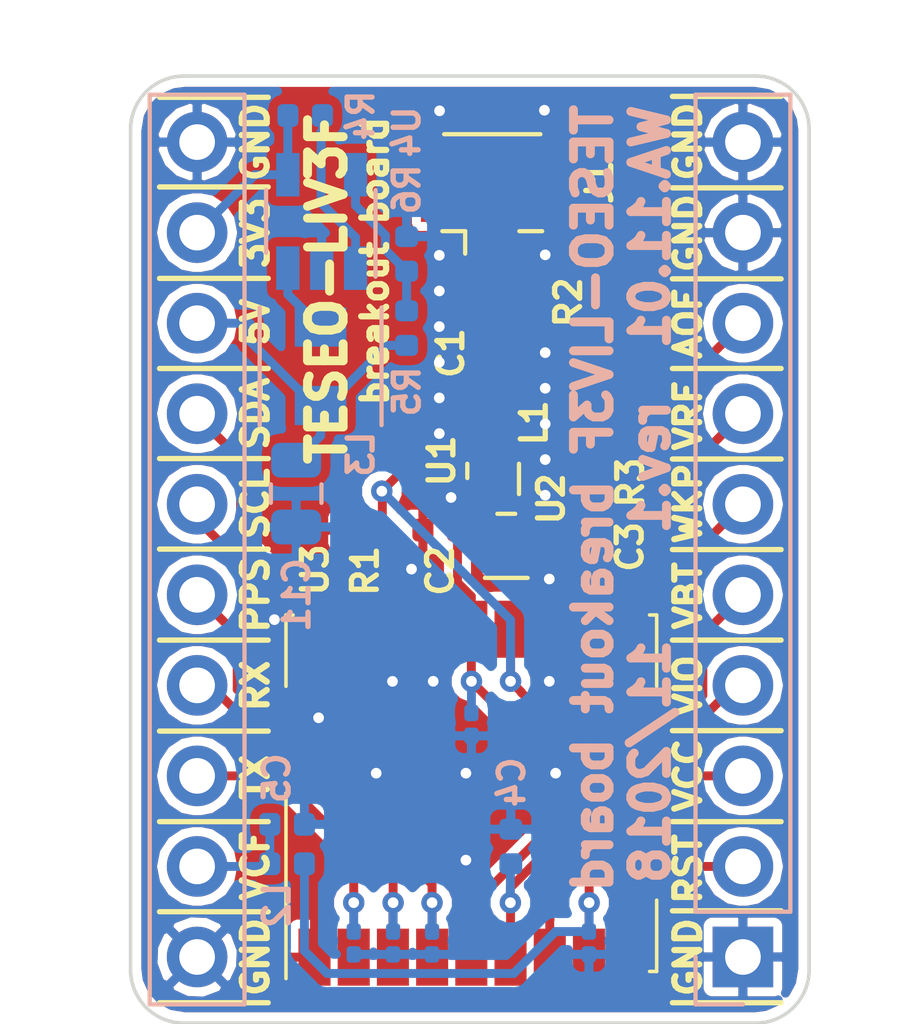
<source format=kicad_pcb>
(kicad_pcb (version 20171130) (host pcbnew "(5.0.2)-1")

  (general
    (thickness 1.6)
    (drawings 53)
    (tracks 208)
    (zones 0)
    (modules 28)
    (nets 28)
  )

  (page A4)
  (layers
    (0 F.Cu signal)
    (31 B.Cu signal)
    (32 B.Adhes user)
    (33 F.Adhes user)
    (34 B.Paste user)
    (35 F.Paste user)
    (36 B.SilkS user)
    (37 F.SilkS user)
    (38 B.Mask user)
    (39 F.Mask user)
    (40 Dwgs.User user)
    (41 Cmts.User user)
    (42 Eco1.User user)
    (43 Eco2.User user)
    (44 Edge.Cuts user)
    (45 Margin user)
    (46 B.CrtYd user)
    (47 F.CrtYd user)
    (48 B.Fab user)
    (49 F.Fab user)
  )

  (setup
    (last_trace_width 0.25)
    (user_trace_width 0.15)
    (user_trace_width 0.2)
    (user_trace_width 0.3)
    (user_trace_width 0.5)
    (trace_clearance 0.15)
    (zone_clearance 0.254)
    (zone_45_only no)
    (trace_min 0.1)
    (segment_width 0.2)
    (edge_width 0.1)
    (via_size 0.8)
    (via_drill 0.4)
    (via_min_size 0.4)
    (via_min_drill 0.3)
    (uvia_size 0.3)
    (uvia_drill 0.1)
    (uvias_allowed no)
    (uvia_min_size 0.2)
    (uvia_min_drill 0.1)
    (pcb_text_width 0.3)
    (pcb_text_size 1.5 1.5)
    (mod_edge_width 0.15)
    (mod_text_size 1 1)
    (mod_text_width 0.15)
    (pad_size 1.7 1.7)
    (pad_drill 1)
    (pad_to_mask_clearance 0.051)
    (solder_mask_min_width 0.25)
    (aux_axis_origin 0 0)
    (visible_elements 7FFFFFFF)
    (pcbplotparams
      (layerselection 0x010fc_ffffffff)
      (usegerberextensions true)
      (usegerberattributes false)
      (usegerberadvancedattributes false)
      (creategerberjobfile false)
      (excludeedgelayer true)
      (linewidth 0.100000)
      (plotframeref false)
      (viasonmask false)
      (mode 1)
      (useauxorigin false)
      (hpglpennumber 1)
      (hpglpenspeed 20)
      (hpglpendiameter 15.000000)
      (psnegative false)
      (psa4output false)
      (plotreference true)
      (plotvalue true)
      (plotinvisibletext false)
      (padsonsilk false)
      (subtractmaskfromsilk false)
      (outputformat 1)
      (mirror false)
      (drillshape 0)
      (scaleselection 1)
      (outputdirectory "gerber/"))
  )

  (net 0 "")
  (net 1 "Net-(U1-Pad3)")
  (net 2 GND)
  (net 3 /VCC)
  (net 4 /VCC_RF)
  (net 5 /1PPS)
  (net 6 /UART_RX)
  (net 7 /UART_TX)
  (net 8 /ANT_OFF)
  (net 9 /RF_IN)
  (net 10 /SDA)
  (net 11 /SCL)
  (net 12 /~RESET)
  (net 13 /WAKEUP)
  (net 14 /VCC_IO)
  (net 15 "Net-(C1-Pad1)")
  (net 16 "Net-(C1-Pad2)")
  (net 17 "Net-(C3-Pad2)")
  (net 18 "Net-(L1-Pad2)")
  (net 19 "Net-(U3-Pad15)")
  (net 20 "Net-(U3-Pad18)")
  (net 21 "Net-(R2-Pad1)")
  (net 22 +3V3)
  (net 23 "Net-(L3-Pad1)")
  (net 24 "Net-(R4-Pad1)")
  (net 25 +5V)
  (net 26 "Net-(R5-Pad2)")
  (net 27 /VCC_F)

  (net_class Default "This is the default net class."
    (clearance 0.15)
    (trace_width 0.25)
    (via_dia 0.8)
    (via_drill 0.4)
    (uvia_dia 0.3)
    (uvia_drill 0.1)
    (add_net +3V3)
    (add_net +5V)
    (add_net /1PPS)
    (add_net /ANT_OFF)
    (add_net /RF_IN)
    (add_net /SCL)
    (add_net /SDA)
    (add_net /UART_RX)
    (add_net /UART_TX)
    (add_net /VCC)
    (add_net /VCC_F)
    (add_net /VCC_IO)
    (add_net /VCC_RF)
    (add_net /WAKEUP)
    (add_net /~RESET)
    (add_net GND)
    (add_net "Net-(C1-Pad1)")
    (add_net "Net-(C1-Pad2)")
    (add_net "Net-(C3-Pad2)")
    (add_net "Net-(L1-Pad2)")
    (add_net "Net-(L3-Pad1)")
    (add_net "Net-(R2-Pad1)")
    (add_net "Net-(R4-Pad1)")
    (add_net "Net-(R5-Pad2)")
    (add_net "Net-(U1-Pad3)")
    (add_net "Net-(U3-Pad15)")
    (add_net "Net-(U3-Pad18)")
  )

  (module Resistor_SMD:R_0402_1005Metric (layer B.Cu) (tedit 5BE04356) (tstamp 5C679C31)
    (at 145.9865 90.95994 180)
    (descr "Resistor SMD 0402 (1005 Metric), square (rectangular) end terminal, IPC_7351 nominal, (Body size source: http://www.tortai-tech.com/upload/download/2011102023233369053.pdf), generated with kicad-footprint-generator")
    (tags resistor)
    (path /5BE56A90)
    (attr smd)
    (fp_text reference R4 (at -1.55956 0 90) (layer B.SilkS)
      (effects (font (size 0.7 0.7) (thickness 0.15)) (justify mirror))
    )
    (fp_text value 1M (at 0 -1.17 180) (layer B.Fab)
      (effects (font (size 1 1) (thickness 0.15)) (justify mirror))
    )
    (fp_line (start -0.5 -0.25) (end -0.5 0.25) (layer B.Fab) (width 0.1))
    (fp_line (start -0.5 0.25) (end 0.5 0.25) (layer B.Fab) (width 0.1))
    (fp_line (start 0.5 0.25) (end 0.5 -0.25) (layer B.Fab) (width 0.1))
    (fp_line (start 0.5 -0.25) (end -0.5 -0.25) (layer B.Fab) (width 0.1))
    (fp_line (start -0.93 -0.47) (end -0.93 0.47) (layer B.CrtYd) (width 0.05))
    (fp_line (start -0.93 0.47) (end 0.93 0.47) (layer B.CrtYd) (width 0.05))
    (fp_line (start 0.93 0.47) (end 0.93 -0.47) (layer B.CrtYd) (width 0.05))
    (fp_line (start 0.93 -0.47) (end -0.93 -0.47) (layer B.CrtYd) (width 0.05))
    (fp_text user %R (at 0 0 180) (layer B.Fab)
      (effects (font (size 0.25 0.25) (thickness 0.04)) (justify mirror))
    )
    (pad 1 smd roundrect (at -0.485 0 180) (size 0.59 0.64) (layers B.Cu B.Paste B.Mask) (roundrect_rratio 0.25)
      (net 24 "Net-(R4-Pad1)"))
    (pad 2 smd roundrect (at 0.485 0 180) (size 0.59 0.64) (layers B.Cu B.Paste B.Mask) (roundrect_rratio 0.25)
      (net 25 +5V))
    (model ${KISYS3DMOD}/Resistor_SMD.3dshapes/R_0402_1005Metric.wrl
      (at (xyz 0 0 0))
      (scale (xyz 1 1 1))
      (rotate (xyz 0 0 0))
    )
  )

  (module Capacitor_SMD:C_0402_1005Metric (layer F.Cu) (tedit 5BDF7056) (tstamp 5BF81F74)
    (at 151.23414 97.6249 90)
    (descr "Capacitor SMD 0402 (1005 Metric), square (rectangular) end terminal, IPC_7351 nominal, (Body size source: http://www.tortai-tech.com/upload/download/2011102023233369053.pdf), generated with kicad-footprint-generator")
    (tags capacitor)
    (path /5BE22EE0)
    (attr smd)
    (fp_text reference C1 (at 0 -1.17 90) (layer F.SilkS)
      (effects (font (size 0.7 0.7) (thickness 0.15)))
    )
    (fp_text value 120p (at 0 1.17 90) (layer F.Fab)
      (effects (font (size 1 1) (thickness 0.15)))
    )
    (fp_line (start -0.5 0.25) (end -0.5 -0.25) (layer F.Fab) (width 0.1))
    (fp_line (start -0.5 -0.25) (end 0.5 -0.25) (layer F.Fab) (width 0.1))
    (fp_line (start 0.5 -0.25) (end 0.5 0.25) (layer F.Fab) (width 0.1))
    (fp_line (start 0.5 0.25) (end -0.5 0.25) (layer F.Fab) (width 0.1))
    (fp_line (start -0.93 0.47) (end -0.93 -0.47) (layer F.CrtYd) (width 0.05))
    (fp_line (start -0.93 -0.47) (end 0.93 -0.47) (layer F.CrtYd) (width 0.05))
    (fp_line (start 0.93 -0.47) (end 0.93 0.47) (layer F.CrtYd) (width 0.05))
    (fp_line (start 0.93 0.47) (end -0.93 0.47) (layer F.CrtYd) (width 0.05))
    (fp_text user %R (at 0 0 90) (layer F.Fab)
      (effects (font (size 0.25 0.25) (thickness 0.04)))
    )
    (pad 1 smd roundrect (at -0.485 0 90) (size 0.59 0.64) (layers F.Cu F.Paste F.Mask) (roundrect_rratio 0.25)
      (net 15 "Net-(C1-Pad1)"))
    (pad 2 smd roundrect (at 0.485 0 90) (size 0.59 0.64) (layers F.Cu F.Paste F.Mask) (roundrect_rratio 0.25)
      (net 16 "Net-(C1-Pad2)"))
    (model ${KISYS3DMOD}/Capacitor_SMD.3dshapes/C_0402_1005Metric.wrl
      (at (xyz 0 0 0))
      (scale (xyz 1 1 1))
      (rotate (xyz 0 0 0))
    )
  )

  (module Capacitor_SMD:C_0402_1005Metric (layer F.Cu) (tedit 5BDF7809) (tstamp 5BF81F83)
    (at 149.77364 102.5906)
    (descr "Capacitor SMD 0402 (1005 Metric), square (rectangular) end terminal, IPC_7351 nominal, (Body size source: http://www.tortai-tech.com/upload/download/2011102023233369053.pdf), generated with kicad-footprint-generator")
    (tags capacitor)
    (path /5BE27367)
    (attr smd)
    (fp_text reference C2 (at 0 1.143 90) (layer F.SilkS)
      (effects (font (size 0.7 0.7) (thickness 0.15)))
    )
    (fp_text value 1n (at 0 1.17) (layer F.Fab)
      (effects (font (size 1 1) (thickness 0.15)))
    )
    (fp_line (start -0.5 0.25) (end -0.5 -0.25) (layer F.Fab) (width 0.1))
    (fp_line (start -0.5 -0.25) (end 0.5 -0.25) (layer F.Fab) (width 0.1))
    (fp_line (start 0.5 -0.25) (end 0.5 0.25) (layer F.Fab) (width 0.1))
    (fp_line (start 0.5 0.25) (end -0.5 0.25) (layer F.Fab) (width 0.1))
    (fp_line (start -0.93 0.47) (end -0.93 -0.47) (layer F.CrtYd) (width 0.05))
    (fp_line (start -0.93 -0.47) (end 0.93 -0.47) (layer F.CrtYd) (width 0.05))
    (fp_line (start 0.93 -0.47) (end 0.93 0.47) (layer F.CrtYd) (width 0.05))
    (fp_line (start 0.93 0.47) (end -0.93 0.47) (layer F.CrtYd) (width 0.05))
    (fp_text user %R (at 0 0) (layer F.Fab)
      (effects (font (size 0.25 0.25) (thickness 0.04)))
    )
    (pad 1 smd roundrect (at -0.485 0) (size 0.59 0.64) (layers F.Cu F.Paste F.Mask) (roundrect_rratio 0.25)
      (net 2 GND))
    (pad 2 smd roundrect (at 0.485 0) (size 0.59 0.64) (layers F.Cu F.Paste F.Mask) (roundrect_rratio 0.25)
      (net 4 /VCC_RF))
    (model ${KISYS3DMOD}/Capacitor_SMD.3dshapes/C_0402_1005Metric.wrl
      (at (xyz 0 0 0))
      (scale (xyz 1 1 1))
      (rotate (xyz 0 0 0))
    )
  )

  (module Capacitor_SMD:C_0402_1005Metric (layer F.Cu) (tedit 5BDF7084) (tstamp 5BF81F92)
    (at 153.45664 103.0351 180)
    (descr "Capacitor SMD 0402 (1005 Metric), square (rectangular) end terminal, IPC_7351 nominal, (Body size source: http://www.tortai-tech.com/upload/download/2011102023233369053.pdf), generated with kicad-footprint-generator")
    (tags capacitor)
    (path /5BE24383)
    (attr smd)
    (fp_text reference C3 (at -1.6383 -0.0254 270) (layer F.SilkS)
      (effects (font (size 0.7 0.7) (thickness 0.15)))
    )
    (fp_text value 120p (at 0 1.17 180) (layer F.Fab)
      (effects (font (size 1 1) (thickness 0.15)))
    )
    (fp_text user %R (at 0 0 180) (layer F.Fab)
      (effects (font (size 0.25 0.25) (thickness 0.04)))
    )
    (fp_line (start 0.93 0.47) (end -0.93 0.47) (layer F.CrtYd) (width 0.05))
    (fp_line (start 0.93 -0.47) (end 0.93 0.47) (layer F.CrtYd) (width 0.05))
    (fp_line (start -0.93 -0.47) (end 0.93 -0.47) (layer F.CrtYd) (width 0.05))
    (fp_line (start -0.93 0.47) (end -0.93 -0.47) (layer F.CrtYd) (width 0.05))
    (fp_line (start 0.5 0.25) (end -0.5 0.25) (layer F.Fab) (width 0.1))
    (fp_line (start 0.5 -0.25) (end 0.5 0.25) (layer F.Fab) (width 0.1))
    (fp_line (start -0.5 -0.25) (end 0.5 -0.25) (layer F.Fab) (width 0.1))
    (fp_line (start -0.5 0.25) (end -0.5 -0.25) (layer F.Fab) (width 0.1))
    (pad 2 smd roundrect (at 0.485 0 180) (size 0.59 0.64) (layers F.Cu F.Paste F.Mask) (roundrect_rratio 0.25)
      (net 17 "Net-(C3-Pad2)"))
    (pad 1 smd roundrect (at -0.485 0 180) (size 0.59 0.64) (layers F.Cu F.Paste F.Mask) (roundrect_rratio 0.25)
      (net 9 /RF_IN))
    (model ${KISYS3DMOD}/Capacitor_SMD.3dshapes/C_0402_1005Metric.wrl
      (at (xyz 0 0 0))
      (scale (xyz 1 1 1))
      (rotate (xyz 0 0 0))
    )
  )

  (module Capacitor_SMD:C_0402_1005Metric (layer B.Cu) (tedit 5BE050AD) (tstamp 5BF81FA1)
    (at 151.75484 111.4665 90)
    (descr "Capacitor SMD 0402 (1005 Metric), square (rectangular) end terminal, IPC_7351 nominal, (Body size source: http://www.tortai-tech.com/upload/download/2011102023233369053.pdf), generated with kicad-footprint-generator")
    (tags capacitor)
    (path /5BDFDC49)
    (attr smd)
    (fp_text reference C4 (at 1.802 0.0254 90) (layer B.SilkS)
      (effects (font (size 0.7 0.7) (thickness 0.15)) (justify mirror))
    )
    (fp_text value 10n (at 0 -1.17 90) (layer B.Fab) hide
      (effects (font (size 1 1) (thickness 0.15)) (justify mirror))
    )
    (fp_line (start -0.5 -0.25) (end -0.5 0.25) (layer B.Fab) (width 0.1))
    (fp_line (start -0.5 0.25) (end 0.5 0.25) (layer B.Fab) (width 0.1))
    (fp_line (start 0.5 0.25) (end 0.5 -0.25) (layer B.Fab) (width 0.1))
    (fp_line (start 0.5 -0.25) (end -0.5 -0.25) (layer B.Fab) (width 0.1))
    (fp_line (start -0.93 -0.47) (end -0.93 0.47) (layer B.CrtYd) (width 0.05))
    (fp_line (start -0.93 0.47) (end 0.93 0.47) (layer B.CrtYd) (width 0.05))
    (fp_line (start 0.93 0.47) (end 0.93 -0.47) (layer B.CrtYd) (width 0.05))
    (fp_line (start 0.93 -0.47) (end -0.93 -0.47) (layer B.CrtYd) (width 0.05))
    (fp_text user %R (at 0 0 90) (layer B.Fab)
      (effects (font (size 0.25 0.25) (thickness 0.04)) (justify mirror))
    )
    (pad 1 smd roundrect (at -0.485 0 90) (size 0.59 0.64) (layers B.Cu B.Paste B.Mask) (roundrect_rratio 0.25)
      (net 27 /VCC_F))
    (pad 2 smd roundrect (at 0.485 0 90) (size 0.59 0.64) (layers B.Cu B.Paste B.Mask) (roundrect_rratio 0.25)
      (net 2 GND))
    (model ${KISYS3DMOD}/Capacitor_SMD.3dshapes/C_0402_1005Metric.wrl
      (at (xyz 0 0 0))
      (scale (xyz 1 1 1))
      (rotate (xyz 0 0 0))
    )
  )

  (module Capacitor_SMD:C_0402_1005Metric (layer B.Cu) (tedit 5BE0511E) (tstamp 5BF81FB0)
    (at 145.47964 110.8456)
    (descr "Capacitor SMD 0402 (1005 Metric), square (rectangular) end terminal, IPC_7351 nominal, (Body size source: http://www.tortai-tech.com/upload/download/2011102023233369053.pdf), generated with kicad-footprint-generator")
    (tags capacitor)
    (path /5BDFDC07)
    (attr smd)
    (fp_text reference C5 (at -0.2907 -1.2954 90) (layer B.SilkS)
      (effects (font (size 0.7 0.7) (thickness 0.15)) (justify mirror))
    )
    (fp_text value 10n (at 0 -1.17) (layer B.Fab) hide
      (effects (font (size 1 1) (thickness 0.15)) (justify mirror))
    )
    (fp_text user %R (at 0 0) (layer B.Fab)
      (effects (font (size 0.25 0.25) (thickness 0.04)) (justify mirror))
    )
    (fp_line (start 0.93 -0.47) (end -0.93 -0.47) (layer B.CrtYd) (width 0.05))
    (fp_line (start 0.93 0.47) (end 0.93 -0.47) (layer B.CrtYd) (width 0.05))
    (fp_line (start -0.93 0.47) (end 0.93 0.47) (layer B.CrtYd) (width 0.05))
    (fp_line (start -0.93 -0.47) (end -0.93 0.47) (layer B.CrtYd) (width 0.05))
    (fp_line (start 0.5 -0.25) (end -0.5 -0.25) (layer B.Fab) (width 0.1))
    (fp_line (start 0.5 0.25) (end 0.5 -0.25) (layer B.Fab) (width 0.1))
    (fp_line (start -0.5 0.25) (end 0.5 0.25) (layer B.Fab) (width 0.1))
    (fp_line (start -0.5 -0.25) (end -0.5 0.25) (layer B.Fab) (width 0.1))
    (pad 2 smd roundrect (at 0.485 0) (size 0.59 0.64) (layers B.Cu B.Paste B.Mask) (roundrect_rratio 0.25)
      (net 2 GND))
    (pad 1 smd roundrect (at -0.485 0) (size 0.59 0.64) (layers B.Cu B.Paste B.Mask) (roundrect_rratio 0.25)
      (net 27 /VCC_F))
    (model ${KISYS3DMOD}/Capacitor_SMD.3dshapes/C_0402_1005Metric.wrl
      (at (xyz 0 0 0))
      (scale (xyz 1 1 1))
      (rotate (xyz 0 0 0))
    )
  )

  (module Capacitor_SMD:C_0201_0603Metric (layer B.Cu) (tedit 5BDF81E2) (tstamp 5BF81FC1)
    (at 153.94686 114.173 270)
    (descr "Capacitor SMD 0201 (0603 Metric), square (rectangular) end terminal, IPC_7351 nominal, (Body size source: https://www.vishay.com/docs/20052/crcw0201e3.pdf), generated with kicad-footprint-generator")
    (tags capacitor)
    (path /5BDF53F4)
    (attr smd)
    (fp_text reference C6 (at 0 1.05 270) (layer B.SilkS) hide
      (effects (font (size 1 1) (thickness 0.15)) (justify mirror))
    )
    (fp_text value 56p (at 0 -1.05 270) (layer B.Fab)
      (effects (font (size 1 1) (thickness 0.15)) (justify mirror))
    )
    (fp_line (start -0.3 -0.15) (end -0.3 0.15) (layer B.Fab) (width 0.1))
    (fp_line (start -0.3 0.15) (end 0.3 0.15) (layer B.Fab) (width 0.1))
    (fp_line (start 0.3 0.15) (end 0.3 -0.15) (layer B.Fab) (width 0.1))
    (fp_line (start 0.3 -0.15) (end -0.3 -0.15) (layer B.Fab) (width 0.1))
    (fp_line (start -0.7 -0.35) (end -0.7 0.35) (layer B.CrtYd) (width 0.05))
    (fp_line (start -0.7 0.35) (end 0.7 0.35) (layer B.CrtYd) (width 0.05))
    (fp_line (start 0.7 0.35) (end 0.7 -0.35) (layer B.CrtYd) (width 0.05))
    (fp_line (start 0.7 -0.35) (end -0.7 -0.35) (layer B.CrtYd) (width 0.05))
    (fp_text user %R (at 0 0.68 270) (layer B.Fab)
      (effects (font (size 0.25 0.25) (thickness 0.04)) (justify mirror))
    )
    (pad "" smd roundrect (at -0.345 0 270) (size 0.318 0.36) (layers B.Paste) (roundrect_rratio 0.25))
    (pad "" smd roundrect (at 0.345 0 270) (size 0.318 0.36) (layers B.Paste) (roundrect_rratio 0.25))
    (pad 1 smd roundrect (at -0.32 0 270) (size 0.46 0.4) (layers B.Cu B.Mask) (roundrect_rratio 0.25)
      (net 3 /VCC))
    (pad 2 smd roundrect (at 0.32 0 270) (size 0.46 0.4) (layers B.Cu B.Mask) (roundrect_rratio 0.25)
      (net 2 GND))
    (model ${KISYS3DMOD}/Capacitor_SMD.3dshapes/C_0201_0603Metric.wrl
      (at (xyz 0 0 0))
      (scale (xyz 1 1 1))
      (rotate (xyz 0 0 0))
    )
  )

  (module Capacitor_SMD:C_0201_0603Metric (layer B.Cu) (tedit 5BDF825B) (tstamp 5BF81FD2)
    (at 150.64994 108.0414 270)
    (descr "Capacitor SMD 0201 (0603 Metric), square (rectangular) end terminal, IPC_7351 nominal, (Body size source: https://www.vishay.com/docs/20052/crcw0201e3.pdf), generated with kicad-footprint-generator")
    (tags capacitor)
    (path /5BDF6AC0)
    (attr smd)
    (fp_text reference C7 (at 0 1.05 270) (layer B.SilkS) hide
      (effects (font (size 1 1) (thickness 0.15)) (justify mirror))
    )
    (fp_text value 56p (at 0 -1.05 270) (layer B.Fab)
      (effects (font (size 1 1) (thickness 0.15)) (justify mirror))
    )
    (fp_text user %R (at 0 0.68 270) (layer B.Fab)
      (effects (font (size 0.25 0.25) (thickness 0.04)) (justify mirror))
    )
    (fp_line (start 0.7 -0.35) (end -0.7 -0.35) (layer B.CrtYd) (width 0.05))
    (fp_line (start 0.7 0.35) (end 0.7 -0.35) (layer B.CrtYd) (width 0.05))
    (fp_line (start -0.7 0.35) (end 0.7 0.35) (layer B.CrtYd) (width 0.05))
    (fp_line (start -0.7 -0.35) (end -0.7 0.35) (layer B.CrtYd) (width 0.05))
    (fp_line (start 0.3 -0.15) (end -0.3 -0.15) (layer B.Fab) (width 0.1))
    (fp_line (start 0.3 0.15) (end 0.3 -0.15) (layer B.Fab) (width 0.1))
    (fp_line (start -0.3 0.15) (end 0.3 0.15) (layer B.Fab) (width 0.1))
    (fp_line (start -0.3 -0.15) (end -0.3 0.15) (layer B.Fab) (width 0.1))
    (pad 2 smd roundrect (at 0.32 0 270) (size 0.46 0.4) (layers B.Cu B.Mask) (roundrect_rratio 0.25)
      (net 2 GND))
    (pad 1 smd roundrect (at -0.32 0 270) (size 0.46 0.4) (layers B.Cu B.Mask) (roundrect_rratio 0.25)
      (net 4 /VCC_RF))
    (pad "" smd roundrect (at 0.345 0 270) (size 0.318 0.36) (layers B.Paste) (roundrect_rratio 0.25))
    (pad "" smd roundrect (at -0.345 0 270) (size 0.318 0.36) (layers B.Paste) (roundrect_rratio 0.25))
    (model ${KISYS3DMOD}/Capacitor_SMD.3dshapes/C_0201_0603Metric.wrl
      (at (xyz 0 0 0))
      (scale (xyz 1 1 1))
      (rotate (xyz 0 0 0))
    )
  )

  (module Capacitor_SMD:C_0201_0603Metric (layer B.Cu) (tedit 5BDF81C8) (tstamp 5BF81FE3)
    (at 149.54504 114.173 270)
    (descr "Capacitor SMD 0201 (0603 Metric), square (rectangular) end terminal, IPC_7351 nominal, (Body size source: https://www.vishay.com/docs/20052/crcw0201e3.pdf), generated with kicad-footprint-generator")
    (tags capacitor)
    (path /5BDFFE28)
    (attr smd)
    (fp_text reference C8 (at 0 1.05 270) (layer B.SilkS) hide
      (effects (font (size 1 1) (thickness 0.15)) (justify mirror))
    )
    (fp_text value 56p (at 0 -1.05 270) (layer B.Fab) hide
      (effects (font (size 1 1) (thickness 0.15)) (justify mirror))
    )
    (fp_line (start -0.3 -0.15) (end -0.3 0.15) (layer B.Fab) (width 0.1))
    (fp_line (start -0.3 0.15) (end 0.3 0.15) (layer B.Fab) (width 0.1))
    (fp_line (start 0.3 0.15) (end 0.3 -0.15) (layer B.Fab) (width 0.1))
    (fp_line (start 0.3 -0.15) (end -0.3 -0.15) (layer B.Fab) (width 0.1))
    (fp_line (start -0.7 -0.35) (end -0.7 0.35) (layer B.CrtYd) (width 0.05))
    (fp_line (start -0.7 0.35) (end 0.7 0.35) (layer B.CrtYd) (width 0.05))
    (fp_line (start 0.7 0.35) (end 0.7 -0.35) (layer B.CrtYd) (width 0.05))
    (fp_line (start 0.7 -0.35) (end -0.7 -0.35) (layer B.CrtYd) (width 0.05))
    (fp_text user %R (at 0 0.68 270) (layer B.Fab)
      (effects (font (size 0.25 0.25) (thickness 0.04)) (justify mirror))
    )
    (pad "" smd roundrect (at -0.345 0 270) (size 0.318 0.36) (layers B.Paste) (roundrect_rratio 0.25))
    (pad "" smd roundrect (at 0.345 0 270) (size 0.318 0.36) (layers B.Paste) (roundrect_rratio 0.25))
    (pad 1 smd roundrect (at -0.32 0 270) (size 0.46 0.4) (layers B.Cu B.Mask) (roundrect_rratio 0.25)
      (net 5 /1PPS))
    (pad 2 smd roundrect (at 0.32 0 270) (size 0.46 0.4) (layers B.Cu B.Mask) (roundrect_rratio 0.25)
      (net 2 GND))
    (model ${KISYS3DMOD}/Capacitor_SMD.3dshapes/C_0201_0603Metric.wrl
      (at (xyz 0 0 0))
      (scale (xyz 1 1 1))
      (rotate (xyz 0 0 0))
    )
  )

  (module Capacitor_SMD:C_0201_0603Metric (layer B.Cu) (tedit 5BDF81B7) (tstamp 5BF81FF4)
    (at 148.45284 114.173 270)
    (descr "Capacitor SMD 0201 (0603 Metric), square (rectangular) end terminal, IPC_7351 nominal, (Body size source: https://www.vishay.com/docs/20052/crcw0201e3.pdf), generated with kicad-footprint-generator")
    (tags capacitor)
    (path /5BE01C2E)
    (attr smd)
    (fp_text reference C9 (at 0 1.05 270) (layer B.SilkS) hide
      (effects (font (size 1 1) (thickness 0.15)) (justify mirror))
    )
    (fp_text value 56p (at 0 -1.05 270) (layer B.Fab) hide
      (effects (font (size 1 1) (thickness 0.15)) (justify mirror))
    )
    (fp_text user %R (at 0 0.68 270) (layer B.Fab)
      (effects (font (size 0.25 0.25) (thickness 0.04)) (justify mirror))
    )
    (fp_line (start 0.7 -0.35) (end -0.7 -0.35) (layer B.CrtYd) (width 0.05))
    (fp_line (start 0.7 0.35) (end 0.7 -0.35) (layer B.CrtYd) (width 0.05))
    (fp_line (start -0.7 0.35) (end 0.7 0.35) (layer B.CrtYd) (width 0.05))
    (fp_line (start -0.7 -0.35) (end -0.7 0.35) (layer B.CrtYd) (width 0.05))
    (fp_line (start 0.3 -0.15) (end -0.3 -0.15) (layer B.Fab) (width 0.1))
    (fp_line (start 0.3 0.15) (end 0.3 -0.15) (layer B.Fab) (width 0.1))
    (fp_line (start -0.3 0.15) (end 0.3 0.15) (layer B.Fab) (width 0.1))
    (fp_line (start -0.3 -0.15) (end -0.3 0.15) (layer B.Fab) (width 0.1))
    (pad 2 smd roundrect (at 0.32 0 270) (size 0.46 0.4) (layers B.Cu B.Mask) (roundrect_rratio 0.25)
      (net 2 GND))
    (pad 1 smd roundrect (at -0.32 0 270) (size 0.46 0.4) (layers B.Cu B.Mask) (roundrect_rratio 0.25)
      (net 6 /UART_RX))
    (pad "" smd roundrect (at 0.345 0 270) (size 0.318 0.36) (layers B.Paste) (roundrect_rratio 0.25))
    (pad "" smd roundrect (at -0.345 0 270) (size 0.318 0.36) (layers B.Paste) (roundrect_rratio 0.25))
    (model ${KISYS3DMOD}/Capacitor_SMD.3dshapes/C_0201_0603Metric.wrl
      (at (xyz 0 0 0))
      (scale (xyz 1 1 1))
      (rotate (xyz 0 0 0))
    )
  )

  (module Capacitor_SMD:C_0201_0603Metric (layer B.Cu) (tedit 5BDF81AE) (tstamp 5BF82005)
    (at 147.34794 114.173 270)
    (descr "Capacitor SMD 0201 (0603 Metric), square (rectangular) end terminal, IPC_7351 nominal, (Body size source: https://www.vishay.com/docs/20052/crcw0201e3.pdf), generated with kicad-footprint-generator")
    (tags capacitor)
    (path /5BE01C5A)
    (attr smd)
    (fp_text reference C10 (at 0 1.05 270) (layer B.SilkS) hide
      (effects (font (size 1 1) (thickness 0.15)) (justify mirror))
    )
    (fp_text value 56p (at 0 -1.05 270) (layer B.Fab) hide
      (effects (font (size 1 1) (thickness 0.15)) (justify mirror))
    )
    (fp_line (start -0.3 -0.15) (end -0.3 0.15) (layer B.Fab) (width 0.1))
    (fp_line (start -0.3 0.15) (end 0.3 0.15) (layer B.Fab) (width 0.1))
    (fp_line (start 0.3 0.15) (end 0.3 -0.15) (layer B.Fab) (width 0.1))
    (fp_line (start 0.3 -0.15) (end -0.3 -0.15) (layer B.Fab) (width 0.1))
    (fp_line (start -0.7 -0.35) (end -0.7 0.35) (layer B.CrtYd) (width 0.05))
    (fp_line (start -0.7 0.35) (end 0.7 0.35) (layer B.CrtYd) (width 0.05))
    (fp_line (start 0.7 0.35) (end 0.7 -0.35) (layer B.CrtYd) (width 0.05))
    (fp_line (start 0.7 -0.35) (end -0.7 -0.35) (layer B.CrtYd) (width 0.05))
    (fp_text user %R (at 0 0.68 270) (layer B.Fab)
      (effects (font (size 0.25 0.25) (thickness 0.04)) (justify mirror))
    )
    (pad "" smd roundrect (at -0.345 0 270) (size 0.318 0.36) (layers B.Paste) (roundrect_rratio 0.25))
    (pad "" smd roundrect (at 0.345 0 270) (size 0.318 0.36) (layers B.Paste) (roundrect_rratio 0.25))
    (pad 1 smd roundrect (at -0.32 0 270) (size 0.46 0.4) (layers B.Cu B.Mask) (roundrect_rratio 0.25)
      (net 7 /UART_TX))
    (pad 2 smd roundrect (at 0.32 0 270) (size 0.46 0.4) (layers B.Cu B.Mask) (roundrect_rratio 0.25)
      (net 2 GND))
    (model ${KISYS3DMOD}/Capacitor_SMD.3dshapes/C_0201_0603Metric.wrl
      (at (xyz 0 0 0))
      (scale (xyz 1 1 1))
      (rotate (xyz 0 0 0))
    )
  )

  (module lib_fp:Connector_Coaxial_U.FL_Hirose_U.FL-R-SMT-1_Vertical (layer F.Cu) (tedit 5BE0B3AF) (tstamp 5BF82032)
    (at 151.23414 93.3196 90)
    (descr "Hirose U.FL Coaxial https://www.hirose.com/product/en/products/U.FL/U.FL-R-SMT-1%2810%29/")
    (tags "Hirose U.FL Coaxial")
    (path /5BE0C717)
    (attr smd)
    (fp_text reference J1 (at 0.49022 3.00736 90) (layer F.SilkS)
      (effects (font (size 0.7 0.7) (thickness 0.15)))
    )
    (fp_text value Conn_Coaxial (at 0.475 3.2 90) (layer F.Fab)
      (effects (font (size 1 1) (thickness 0.15)))
    )
    (fp_text user %R (at 0.475 0 180) (layer F.Fab)
      (effects (font (size 0.6 0.6) (thickness 0.09)))
    )
    (fp_line (start -2.02 1) (end -2.02 -1) (layer F.CrtYd) (width 0.05))
    (fp_line (start -1.32 1) (end -2.02 1) (layer F.CrtYd) (width 0.05))
    (fp_line (start 2.08 1.8) (end 2.28 1.8) (layer F.CrtYd) (width 0.05))
    (fp_line (start 2.08 2.5) (end 2.08 1.8) (layer F.CrtYd) (width 0.05))
    (fp_line (start 2.28 1.8) (end 2.28 -1.8) (layer F.CrtYd) (width 0.05))
    (fp_line (start -1.32 1.8) (end -1.12 1.8) (layer F.CrtYd) (width 0.05))
    (fp_line (start -1.12 2.5) (end -1.12 1.8) (layer F.CrtYd) (width 0.05))
    (fp_line (start 2.08 2.5) (end -1.12 2.5) (layer F.CrtYd) (width 0.05))
    (fp_line (start 1.835 -1.35) (end 1.835 1.35) (layer F.SilkS) (width 0.12))
    (fp_line (start -0.885 -0.76) (end -1.515 -0.76) (layer F.SilkS) (width 0.12))
    (fp_line (start -0.885 1.4) (end -0.885 0.76) (layer F.SilkS) (width 0.12))
    (fp_line (start -0.925 -0.3) (end -1.075 -0.15) (layer F.Fab) (width 0.1))
    (fp_line (start 1.775 -1.3) (end 1.375 -1.3) (layer F.Fab) (width 0.1))
    (fp_line (start 1.375 -1.5) (end 1.375 -1.3) (layer F.Fab) (width 0.1))
    (fp_line (start -0.425 -1.5) (end 1.375 -1.5) (layer F.Fab) (width 0.1))
    (fp_line (start 1.775 -1.3) (end 1.775 1.3) (layer F.Fab) (width 0.1))
    (fp_line (start 1.775 1.3) (end 1.375 1.3) (layer F.Fab) (width 0.1))
    (fp_line (start 1.375 1.5) (end 1.375 1.3) (layer F.Fab) (width 0.1))
    (fp_line (start -0.425 1.5) (end 1.375 1.5) (layer F.Fab) (width 0.1))
    (fp_line (start -0.425 -1.3) (end -0.825 -1.3) (layer F.Fab) (width 0.1))
    (fp_line (start -0.425 -1.5) (end -0.425 -1.3) (layer F.Fab) (width 0.1))
    (fp_line (start -0.825 -0.3) (end -0.825 -1.3) (layer F.Fab) (width 0.1))
    (fp_line (start -0.925 -0.3) (end -0.825 -0.3) (layer F.Fab) (width 0.1))
    (fp_line (start -1.075 0.3) (end -1.075 -0.15) (layer F.Fab) (width 0.1))
    (fp_line (start -1.075 0.3) (end -0.825 0.3) (layer F.Fab) (width 0.1))
    (fp_line (start -0.825 0.3) (end -0.825 1.3) (layer F.Fab) (width 0.1))
    (fp_line (start -0.425 1.3) (end -0.825 1.3) (layer F.Fab) (width 0.1))
    (fp_line (start -0.425 1.5) (end -0.425 1.3) (layer F.Fab) (width 0.1))
    (fp_line (start -0.885 -1.4) (end -0.885 -0.76) (layer F.SilkS) (width 0.12))
    (fp_line (start 2.08 -1.8) (end 2.28 -1.8) (layer F.CrtYd) (width 0.05))
    (fp_line (start 2.08 -1.8) (end 2.08 -2.5) (layer F.CrtYd) (width 0.05))
    (fp_line (start -1.32 -1) (end -1.32 -1.8) (layer F.CrtYd) (width 0.05))
    (fp_line (start 2.08 -2.5) (end -1.12 -2.5) (layer F.CrtYd) (width 0.05))
    (fp_line (start -1.12 -1.8) (end -1.12 -2.5) (layer F.CrtYd) (width 0.05))
    (fp_line (start -1.32 -1.8) (end -1.12 -1.8) (layer F.CrtYd) (width 0.05))
    (fp_line (start -1.32 1.8) (end -1.32 1) (layer F.CrtYd) (width 0.05))
    (fp_line (start -1.32 -1) (end -2.02 -1) (layer F.CrtYd) (width 0.05))
    (pad 2 smd rect (at 0.475 1.475 90) (size 2.2 1.05) (layers F.Cu F.Paste F.Mask)
      (net 2 GND))
    (pad 1 smd rect (at -1.05 0 90) (size 1.05 1) (layers F.Cu F.Paste F.Mask)
      (net 16 "Net-(C1-Pad2)"))
    (pad 2 smd rect (at 0.475 -1.475 90) (size 2.2 1.05) (layers F.Cu F.Paste F.Mask)
      (net 2 GND))
    (model ${KISYS3DMOD}/Connector_Coaxial.3dshapes/U.FL_Hirose_U.FL-R-SMT-1_Vertical.wrl
      (offset (xyz 0.4750053928661346 0 0))
      (scale (xyz 1 1 1))
      (rotate (xyz 0 0 0))
    )
    (model "C:/_attexx/_wa/electronics/_projects/_in_production/20180422.3  LoRaWAN Node 1 rev. 2/KiCAD/lib_3d/U.FL_Hirose_U.FL-R-SMT-1_Vertical.wrl"
      (at (xyz 0 0 0))
      (scale (xyz 1 1 1))
      (rotate (xyz 0 0 0))
    )
  )

  (module Inductor_SMD:L_0402_1005Metric (layer F.Cu) (tedit 5BDF7046) (tstamp 5BF8207B)
    (at 151.23414 99.5807 270)
    (descr "Inductor SMD 0402 (1005 Metric), square (rectangular) end terminal, IPC_7351 nominal, (Body size source: http://www.tortai-tech.com/upload/download/2011102023233369053.pdf), generated with kicad-footprint-generator")
    (tags inductor)
    (path /5BE22FE0)
    (attr smd)
    (fp_text reference L1 (at 0 -1.17 270) (layer F.SilkS)
      (effects (font (size 0.7 0.7) (thickness 0.15)))
    )
    (fp_text value 5n6 (at 0 1.17 270) (layer F.Fab)
      (effects (font (size 1 1) (thickness 0.15)))
    )
    (fp_line (start -0.5 0.25) (end -0.5 -0.25) (layer F.Fab) (width 0.1))
    (fp_line (start -0.5 -0.25) (end 0.5 -0.25) (layer F.Fab) (width 0.1))
    (fp_line (start 0.5 -0.25) (end 0.5 0.25) (layer F.Fab) (width 0.1))
    (fp_line (start 0.5 0.25) (end -0.5 0.25) (layer F.Fab) (width 0.1))
    (fp_line (start -0.93 0.47) (end -0.93 -0.47) (layer F.CrtYd) (width 0.05))
    (fp_line (start -0.93 -0.47) (end 0.93 -0.47) (layer F.CrtYd) (width 0.05))
    (fp_line (start 0.93 -0.47) (end 0.93 0.47) (layer F.CrtYd) (width 0.05))
    (fp_line (start 0.93 0.47) (end -0.93 0.47) (layer F.CrtYd) (width 0.05))
    (fp_text user %R (at 0 0 270) (layer F.Fab)
      (effects (font (size 0.25 0.25) (thickness 0.04)))
    )
    (pad 1 smd roundrect (at -0.485 0 270) (size 0.59 0.64) (layers F.Cu F.Paste F.Mask) (roundrect_rratio 0.25)
      (net 15 "Net-(C1-Pad1)"))
    (pad 2 smd roundrect (at 0.485 0 270) (size 0.59 0.64) (layers F.Cu F.Paste F.Mask) (roundrect_rratio 0.25)
      (net 18 "Net-(L1-Pad2)"))
    (model ${KISYS3DMOD}/Inductor_SMD.3dshapes/L_0402_1005Metric.wrl
      (at (xyz 0 0 0))
      (scale (xyz 1 1 1))
      (rotate (xyz 0 0 0))
    )
  )

  (module Inductor_SMD:L_0402_1005Metric (layer B.Cu) (tedit 5BE05180) (tstamp 5BF8208A)
    (at 145.47964 111.9505)
    (descr "Inductor SMD 0402 (1005 Metric), square (rectangular) end terminal, IPC_7351 nominal, (Body size source: http://www.tortai-tech.com/upload/download/2011102023233369053.pdf), generated with kicad-footprint-generator")
    (tags inductor)
    (path /5BDF5481)
    (attr smd)
    (fp_text reference L2 (at -0.2907 1.17 90) (layer B.SilkS)
      (effects (font (size 0.7 0.7) (thickness 0.15)) (justify mirror))
    )
    (fp_text value 27n (at 0 -1.17) (layer B.Fab)
      (effects (font (size 1 1) (thickness 0.15)) (justify mirror))
    )
    (fp_text user %R (at 0 0) (layer B.Fab)
      (effects (font (size 0.25 0.25) (thickness 0.04)) (justify mirror))
    )
    (fp_line (start 0.93 -0.47) (end -0.93 -0.47) (layer B.CrtYd) (width 0.05))
    (fp_line (start 0.93 0.47) (end 0.93 -0.47) (layer B.CrtYd) (width 0.05))
    (fp_line (start -0.93 0.47) (end 0.93 0.47) (layer B.CrtYd) (width 0.05))
    (fp_line (start -0.93 -0.47) (end -0.93 0.47) (layer B.CrtYd) (width 0.05))
    (fp_line (start 0.5 -0.25) (end -0.5 -0.25) (layer B.Fab) (width 0.1))
    (fp_line (start 0.5 0.25) (end 0.5 -0.25) (layer B.Fab) (width 0.1))
    (fp_line (start -0.5 0.25) (end 0.5 0.25) (layer B.Fab) (width 0.1))
    (fp_line (start -0.5 -0.25) (end -0.5 0.25) (layer B.Fab) (width 0.1))
    (pad 2 smd roundrect (at 0.485 0) (size 0.59 0.64) (layers B.Cu B.Paste B.Mask) (roundrect_rratio 0.25)
      (net 3 /VCC))
    (pad 1 smd roundrect (at -0.485 0) (size 0.59 0.64) (layers B.Cu B.Paste B.Mask) (roundrect_rratio 0.25)
      (net 27 /VCC_F))
    (model ${KISYS3DMOD}/Inductor_SMD.3dshapes/L_0402_1005Metric.wrl
      (at (xyz 0 0 0))
      (scale (xyz 1 1 1))
      (rotate (xyz 0 0 0))
    )
  )

  (module Resistor_SMD:R_0402_1005Metric (layer F.Cu) (tedit 5BDF77F8) (tstamp 5BF82099)
    (at 147.66544 102.5906 180)
    (descr "Resistor SMD 0402 (1005 Metric), square (rectangular) end terminal, IPC_7351 nominal, (Body size source: http://www.tortai-tech.com/upload/download/2011102023233369053.pdf), generated with kicad-footprint-generator")
    (tags resistor)
    (path /5BDFD726)
    (attr smd)
    (fp_text reference R1 (at 0 -1.143 270) (layer F.SilkS)
      (effects (font (size 0.7 0.7) (thickness 0.15)))
    )
    (fp_text value 10k (at 0 1.17 180) (layer F.Fab)
      (effects (font (size 1 1) (thickness 0.15)))
    )
    (fp_line (start -0.5 0.25) (end -0.5 -0.25) (layer F.Fab) (width 0.1))
    (fp_line (start -0.5 -0.25) (end 0.5 -0.25) (layer F.Fab) (width 0.1))
    (fp_line (start 0.5 -0.25) (end 0.5 0.25) (layer F.Fab) (width 0.1))
    (fp_line (start 0.5 0.25) (end -0.5 0.25) (layer F.Fab) (width 0.1))
    (fp_line (start -0.93 0.47) (end -0.93 -0.47) (layer F.CrtYd) (width 0.05))
    (fp_line (start -0.93 -0.47) (end 0.93 -0.47) (layer F.CrtYd) (width 0.05))
    (fp_line (start 0.93 -0.47) (end 0.93 0.47) (layer F.CrtYd) (width 0.05))
    (fp_line (start 0.93 0.47) (end -0.93 0.47) (layer F.CrtYd) (width 0.05))
    (fp_text user %R (at 0 0 180) (layer F.Fab)
      (effects (font (size 0.25 0.25) (thickness 0.04)))
    )
    (pad 1 smd roundrect (at -0.485 0 180) (size 0.59 0.64) (layers F.Cu F.Paste F.Mask) (roundrect_rratio 0.25)
      (net 8 /ANT_OFF))
    (pad 2 smd roundrect (at 0.485 0 180) (size 0.59 0.64) (layers F.Cu F.Paste F.Mask) (roundrect_rratio 0.25)
      (net 2 GND))
    (model ${KISYS3DMOD}/Resistor_SMD.3dshapes/R_0402_1005Metric.wrl
      (at (xyz 0 0 0))
      (scale (xyz 1 1 1))
      (rotate (xyz 0 0 0))
    )
  )

  (module lib_fp:TSNP-6_0.8x0.7mm_P0.4mm (layer F.Cu) (tedit 5BDF7065) (tstamp 5BF820AF)
    (at 151.23414 101.1301 90)
    (descr "6-Lead Plastic TSNP (0.8mm x 0.7mm) ")
    (tags "TSNP 0.4")
    (path /5BE2320A)
    (clearance 0.1)
    (attr smd)
    (fp_text reference U1 (at 0.4826 -1.4224 90) (layer F.SilkS)
      (effects (font (size 0.7 0.7) (thickness 0.15)))
    )
    (fp_text value BGA725L6 (at 0 1.5 90) (layer F.Fab)
      (effects (font (size 1 1) (thickness 0.15)))
    )
    (fp_text user %R (at 0 0) (layer F.Fab)
      (effects (font (size 0.5 0.5) (thickness 0.075)))
    )
    (fp_line (start 0 -0.7) (end 0.4 -0.7) (layer F.SilkS) (width 0.12))
    (fp_line (start -0.45 0.75) (end 0.4 0.75) (layer F.SilkS) (width 0.12))
    (fp_line (start -0.4 0.6) (end 0.4 0.6) (layer F.Fab) (width 0.12))
    (fp_line (start 0.4 0.6) (end 0.4 -0.55) (layer F.Fab) (width 0.12))
    (fp_line (start 0.4 -0.55) (end -0.1 -0.55) (layer F.Fab) (width 0.12))
    (fp_line (start -0.1 -0.55) (end -0.4 -0.25) (layer F.Fab) (width 0.12))
    (fp_line (start -0.4 -0.25) (end -0.4 0.6) (layer F.Fab) (width 0.12))
    (fp_line (start -0.55 -0.7) (end 0.55 -0.7) (layer F.CrtYd) (width 0.05))
    (fp_line (start -0.55 -0.7) (end -0.55 0.75) (layer F.CrtYd) (width 0.05))
    (fp_line (start 0.55 0.75) (end 0.55 -0.7) (layer F.CrtYd) (width 0.05))
    (fp_line (start 0.55 0.75) (end -0.55 0.75) (layer F.CrtYd) (width 0.05))
    (pad 1 smd rect (at -0.2 -0.4 90) (size 0.245 0.245) (layers F.Cu F.Paste F.Mask)
      (net 2 GND))
    (pad 2 smd rect (at -0.2 0 90) (size 0.245 0.245) (layers F.Cu F.Paste F.Mask)
      (net 4 /VCC_RF))
    (pad 3 smd rect (at -0.2 0.4 90) (size 0.245 0.245) (layers F.Cu F.Paste F.Mask)
      (net 1 "Net-(U1-Pad3)"))
    (pad 4 smd rect (at 0.2 0.4 90) (size 0.245 0.245) (layers F.Cu F.Paste F.Mask)
      (net 2 GND))
    (pad 5 smd rect (at 0.2 0 90) (size 0.245 0.245) (layers F.Cu F.Paste F.Mask)
      (net 18 "Net-(L1-Pad2)"))
    (pad 6 smd rect (at 0.2 -0.4 90) (size 0.245 0.245) (layers F.Cu F.Paste F.Mask)
      (net 8 /ANT_OFF))
    (model ${KISYS3DMOD}/Package_DFN_QFN.3dshapes/DFN-6_1.3x1.2mm_P0.4mm.wrl
      (at (xyz 0 0 0))
      (scale (xyz 1 1 1))
      (rotate (xyz 0 0 0))
    )
  )

  (module lib_fp:TESEO_LIV3F_SMD (layer F.Cu) (tedit 5BE04611) (tstamp 5C5B3541)
    (at 150.64704 109.9719 90)
    (tags "GNSS Module")
    (path /5BDA3AE1)
    (attr smd)
    (fp_text reference U3 (at 6.26624 -4.38622 90) (layer F.SilkS)
      (effects (font (size 0.7 0.7) (thickness 0.15)))
    )
    (fp_text value TESEO-LIV3F (at 0 6.5 90) (layer F.Fab)
      (effects (font (size 1 1) (thickness 0.15)))
    )
    (fp_line (start 5 -5.2) (end 5 -5) (layer F.SilkS) (width 0.1))
    (fp_line (start 3 -5.2) (end 5 -5.2) (layer F.SilkS) (width 0.1))
    (fp_line (start -5 5.2) (end -5 5) (layer F.SilkS) (width 0.1))
    (fp_line (start -5 5.2) (end -3 5.2) (layer F.SilkS) (width 0.1))
    (fp_line (start 5 5.2) (end 5 5) (layer F.SilkS) (width 0.1))
    (fp_line (start -5.8 5.4) (end -5.8 -5.4) (layer F.CrtYd) (width 0.05))
    (fp_line (start -5.8 5.4) (end 5.8 5.4) (layer F.CrtYd) (width 0.05))
    (fp_line (start 5.8 -5.4) (end 5.8 5.4) (layer F.CrtYd) (width 0.05))
    (fp_line (start -5.8 -5.4) (end 5.8 -5.4) (layer F.CrtYd) (width 0.05))
    (fp_line (start 3 5.2) (end 5 5.2) (layer F.SilkS) (width 0.1))
    (fp_line (start -5.2 -5.2) (end 0 -5.2) (layer F.SilkS) (width 0.1))
    (fp_text user %R (at 0.2 0 90) (layer F.Fab)
      (effects (font (size 1 1) (thickness 0.15)))
    )
    (fp_line (start -4.85 5.05) (end -4.85 -5.05) (layer F.Fab) (width 0.12))
    (fp_line (start -4.85 5.05) (end 4.85 5.05) (layer F.Fab) (width 0.12))
    (fp_line (start 4.85 5.05) (end 4.85 -5.05) (layer F.Fab) (width 0.12))
    (fp_line (start -4.85 -5.05) (end 4.85 -5.05) (layer F.Fab) (width 0.12))
    (fp_circle (center -3.117158 -4.4) (end -3.317158 -4.6) (layer F.Fab) (width 0.15))
    (pad 10 smd rect (at 4.6 4.4 90) (size 1.6 0.9) (layers F.Cu F.Paste F.Mask)
      (net 2 GND))
    (pad 11 smd rect (at 4.6 3.3 90) (size 1.6 0.9) (layers F.Cu F.Paste F.Mask)
      (net 9 /RF_IN))
    (pad 12 smd rect (at 4.6 2.2 90) (size 1.6 0.9) (layers F.Cu F.Paste F.Mask)
      (net 2 GND))
    (pad 13 smd rect (at 4.6 1.1 90) (size 1.6 0.9) (layers F.Cu F.Paste F.Mask)
      (net 8 /ANT_OFF))
    (pad 14 smd rect (at 4.6 0 90) (size 1.6 0.9) (layers F.Cu F.Paste F.Mask)
      (net 4 /VCC_RF))
    (pad 15 smd rect (at 4.6 -1.1 90) (size 1.6 0.9) (layers F.Cu F.Paste F.Mask)
      (net 19 "Net-(U3-Pad15)"))
    (pad 16 smd rect (at 4.6 -2.2 90) (size 1.6 0.9) (layers F.Cu F.Paste F.Mask)
      (net 10 /SDA))
    (pad 17 smd rect (at 4.6 -3.3 90) (size 1.6 0.9) (layers F.Cu F.Paste F.Mask)
      (net 11 /SCL))
    (pad 18 smd rect (at 4.6 -4.4 90) (size 1.6 0.9) (layers F.Cu F.Paste F.Mask)
      (net 20 "Net-(U3-Pad18)"))
    (pad 9 smd rect (at -4.6 4.4 90) (size 1.6 0.9) (layers F.Cu F.Paste F.Mask)
      (net 12 /~RESET))
    (pad 8 smd rect (at -4.6 3.3 90) (size 1.6 0.9) (layers F.Cu F.Paste F.Mask)
      (net 3 /VCC))
    (pad 7 smd rect (at -4.6 2.2 90) (size 1.6 0.9) (layers F.Cu F.Paste F.Mask)
      (net 14 /VCC_IO))
    (pad 6 smd rect (at -4.6 1.1 90) (size 1.6 0.9) (layers F.Cu F.Paste F.Mask)
      (net 27 /VCC_F))
    (pad 5 smd rect (at -4.6 0 90) (size 1.6 0.9) (layers F.Cu F.Paste F.Mask)
      (net 13 /WAKEUP))
    (pad 4 smd rect (at -4.6 -1.1 90) (size 1.6 0.9) (layers F.Cu F.Paste F.Mask)
      (net 5 /1PPS))
    (pad 3 smd rect (at -4.6 -2.2 90) (size 1.6 0.9) (layers F.Cu F.Paste F.Mask)
      (net 6 /UART_RX))
    (pad 2 smd rect (at -4.6 -3.3 90) (size 1.6 0.9) (layers F.Cu F.Paste F.Mask)
      (net 7 /UART_TX))
    (pad 1 smd rect (at -4.6 -4.4 90) (size 1.6 0.9) (layers F.Cu F.Paste F.Mask)
      (net 2 GND))
    (model ${KISYS3DMOD}/RF_Module.3dshapes/HOPERF_RFM9XW_SMD.wrl
      (at (xyz 0 0 0))
      (scale (xyz 1 1 1))
      (rotate (xyz 0 0 0))
    )
    (model ${KIPRJMOD}/lib_3d/Teseo-LIV3F_3D-CAD_model.stp
      (at (xyz 0 0 0))
      (scale (xyz 1 1 1))
      (rotate (xyz -90 0 -90))
    )
  )

  (module Package_TO_SOT_SMD:TSOT-23-5 (layer B.Cu) (tedit 5BE09C49) (tstamp 5BF82105)
    (at 146.44878 93.93174 90)
    (descr "5-pin TSOT23 package, http://cds.linear.com/docs/en/packaging/SOT_5_05-08-1635.pdf")
    (tags TSOT-23-5)
    (path /5BE438A0)
    (attr smd)
    (fp_text reference U4 (at 2.50952 2.3876 270) (layer B.SilkS)
      (effects (font (size 0.7 0.7) (thickness 0.15)) (justify mirror))
    )
    (fp_text value ST1S12GR (at 0 -2.5 90) (layer B.Fab)
      (effects (font (size 1 1) (thickness 0.15)) (justify mirror))
    )
    (fp_text user %R (at 0 0) (layer B.Fab)
      (effects (font (size 0.5 0.5) (thickness 0.075)) (justify mirror))
    )
    (fp_line (start -0.88 -1.56) (end 0.88 -1.56) (layer B.SilkS) (width 0.12))
    (fp_line (start 0.88 1.51) (end -1.55 1.51) (layer B.SilkS) (width 0.12))
    (fp_line (start -0.88 1) (end -0.43 1.45) (layer B.Fab) (width 0.1))
    (fp_line (start 0.88 1.45) (end -0.43 1.45) (layer B.Fab) (width 0.1))
    (fp_line (start -0.88 1) (end -0.88 -1.45) (layer B.Fab) (width 0.1))
    (fp_line (start 0.88 -1.45) (end -0.88 -1.45) (layer B.Fab) (width 0.1))
    (fp_line (start 0.88 1.45) (end 0.88 -1.45) (layer B.Fab) (width 0.1))
    (fp_line (start -2.17 1.7) (end 2.17 1.7) (layer B.CrtYd) (width 0.05))
    (fp_line (start -2.17 1.7) (end -2.17 -1.7) (layer B.CrtYd) (width 0.05))
    (fp_line (start 2.17 -1.7) (end 2.17 1.7) (layer B.CrtYd) (width 0.05))
    (fp_line (start 2.17 -1.7) (end -2.17 -1.7) (layer B.CrtYd) (width 0.05))
    (pad 1 smd rect (at -1.31 0.95 90) (size 1.22 0.65) (layers B.Cu B.Paste B.Mask)
      (net 24 "Net-(R4-Pad1)"))
    (pad 2 smd rect (at -1.31 0 90) (size 1.22 0.65) (layers B.Cu B.Paste B.Mask)
      (net 2 GND))
    (pad 3 smd rect (at -1.31 -0.95 90) (size 1.22 0.65) (layers B.Cu B.Paste B.Mask)
      (net 23 "Net-(L3-Pad1)"))
    (pad 4 smd rect (at 1.31 -0.95 90) (size 1.22 0.65) (layers B.Cu B.Paste B.Mask)
      (net 25 +5V))
    (pad 5 smd rect (at 1.31 0.95 90) (size 1.22 0.65) (layers B.Cu B.Paste B.Mask)
      (net 26 "Net-(R5-Pad2)"))
    (model ${KISYS3DMOD}/Package_TO_SOT_SMD.3dshapes/TSOT-23-5.wrl
      (at (xyz 0 0 0))
      (scale (xyz 1 1 1))
      (rotate (xyz 0 0 0))
    )
  )

  (module lib_fp:Filter_1411-5_1.4x1.1mm_1 (layer F.Cu) (tedit 5BE018CA) (tstamp 5C2916DF)
    (at 151.62784 103.0351 270)
    (descr "5-pin filter package - 1.4x1.1 mm Body; (see https://www.mouser.com/ds/2/40/AVX_140127%20Connectivity-1158389.pdf)")
    (tags "Filter 5")
    (path /5BE232A3)
    (attr smd)
    (fp_text reference U2 (at -1.3208 -1.2573 270) (layer F.SilkS)
      (effects (font (size 0.7 0.7) (thickness 0.15)))
    )
    (fp_text value B4327 (at 0 -1.4 270) (layer F.Fab)
      (effects (font (size 1 1) (thickness 0.15)))
    )
    (fp_line (start -0.7 0.15) (end -0.7 0.55) (layer F.Fab) (width 0.1))
    (fp_line (start -0.55 0) (end -0.7 0.15) (layer F.Fab) (width 0.1))
    (fp_line (start -0.7 -0.15) (end -0.55 0) (layer F.Fab) (width 0.1))
    (fp_line (start -0.7 -0.55) (end -0.7 -0.15) (layer F.Fab) (width 0.1))
    (fp_text user %R (at 0 0 270) (layer F.Fab)
      (effects (font (size 1 1) (thickness 0.15)))
    )
    (fp_line (start -0.9 0.7) (end -0.9 -0.7) (layer F.CrtYd) (width 0.05))
    (fp_line (start 0.9 0.7) (end -0.9 0.7) (layer F.CrtYd) (width 0.05))
    (fp_line (start 0.9 -0.7) (end 0.9 0.7) (layer F.CrtYd) (width 0.05))
    (fp_line (start -0.9 -0.7) (end 0.9 -0.7) (layer F.CrtYd) (width 0.05))
    (fp_line (start 0.7 0.55) (end -0.7 0.55) (layer F.Fab) (width 0.1))
    (fp_line (start 0.7 -0.55) (end 0.7 0.55) (layer F.Fab) (width 0.1))
    (fp_line (start -0.7 -0.55) (end 0.7 -0.55) (layer F.Fab) (width 0.1))
    (fp_line (start 0.89662 0.6) (end 0.89662 -0.6) (layer F.SilkS) (width 0.12))
    (fp_line (start -0.9017 -0.25) (end -0.9017 0.25) (layer F.SilkS) (width 0.12))
    (pad 5 smd rect (at 0 -0.2875) (size 0.325 0.25) (layers F.Cu F.Paste F.Mask)
      (net 17 "Net-(C3-Pad2)"))
    (pad 4 smd rect (at 0.5 -0.2875) (size 0.325 0.25) (layers F.Cu F.Paste F.Mask)
      (net 2 GND))
    (pad 3 smd rect (at 0.5 0.2875) (size 0.325 0.25) (layers F.Cu F.Paste F.Mask)
      (net 2 GND))
    (pad 2 smd rect (at 0 0.2875) (size 0.325 0.25) (layers F.Cu F.Paste F.Mask)
      (net 2 GND))
    (pad 1 smd rect (at -0.5 0) (size 0.325 0.25) (layers F.Cu F.Paste F.Mask)
      (net 1 "Net-(U1-Pad3)"))
    (model ${KISYS3DMOD}/Filter.3dshapes/Filter_1411-5_1.4x1.1mm.wrl
      (at (xyz 0 0 0))
      (scale (xyz 1 1 1))
      (rotate (xyz 0 0 0))
    )
  )

  (module Resistor_SMD:R_0402_1005Metric (layer F.Cu) (tedit 5BE02036) (tstamp 5C3548AD)
    (at 151.71674 96.2279 180)
    (descr "Resistor SMD 0402 (1005 Metric), square (rectangular) end terminal, IPC_7351 nominal, (Body size source: http://www.tortai-tech.com/upload/download/2011102023233369053.pdf), generated with kicad-footprint-generator")
    (tags resistor)
    (path /5BE461F6)
    (attr smd)
    (fp_text reference R2 (at -1.651 0.0254 270) (layer F.SilkS)
      (effects (font (size 0.7 0.7) (thickness 0.15)))
    )
    (fp_text value 0 (at 0 1.17 180) (layer F.Fab)
      (effects (font (size 1 1) (thickness 0.15)))
    )
    (fp_text user %R (at 0 0 180) (layer F.Fab)
      (effects (font (size 0.25 0.25) (thickness 0.04)))
    )
    (fp_line (start 0.93 0.47) (end -0.93 0.47) (layer F.CrtYd) (width 0.05))
    (fp_line (start 0.93 -0.47) (end 0.93 0.47) (layer F.CrtYd) (width 0.05))
    (fp_line (start -0.93 -0.47) (end 0.93 -0.47) (layer F.CrtYd) (width 0.05))
    (fp_line (start -0.93 0.47) (end -0.93 -0.47) (layer F.CrtYd) (width 0.05))
    (fp_line (start 0.5 0.25) (end -0.5 0.25) (layer F.Fab) (width 0.1))
    (fp_line (start 0.5 -0.25) (end 0.5 0.25) (layer F.Fab) (width 0.1))
    (fp_line (start -0.5 -0.25) (end 0.5 -0.25) (layer F.Fab) (width 0.1))
    (fp_line (start -0.5 0.25) (end -0.5 -0.25) (layer F.Fab) (width 0.1))
    (pad 2 smd roundrect (at 0.485 0 180) (size 0.59 0.64) (layers F.Cu F.Paste F.Mask) (roundrect_rratio 0.25)
      (net 16 "Net-(C1-Pad2)"))
    (pad 1 smd roundrect (at -0.485 0 180) (size 0.59 0.64) (layers F.Cu F.Paste F.Mask) (roundrect_rratio 0.25)
      (net 21 "Net-(R2-Pad1)"))
    (model ${KISYS3DMOD}/Resistor_SMD.3dshapes/R_0402_1005Metric.wrl
      (at (xyz 0 0 0))
      (scale (xyz 1 1 1))
      (rotate (xyz 0 0 0))
    )
  )

  (module Resistor_SMD:R_0402_1005Metric (layer F.Cu) (tedit 5BE02050) (tstamp 5C3548BC)
    (at 153.93924 101.2571 270)
    (descr "Resistor SMD 0402 (1005 Metric), square (rectangular) end terminal, IPC_7351 nominal, (Body size source: http://www.tortai-tech.com/upload/download/2011102023233369053.pdf), generated with kicad-footprint-generator")
    (tags resistor)
    (path /5BE462C5)
    (attr smd)
    (fp_text reference R3 (at 0 -1.17 270) (layer F.SilkS)
      (effects (font (size 0.7 0.7) (thickness 0.15)))
    )
    (fp_text value 0 (at 0 1.17 270) (layer F.Fab)
      (effects (font (size 1 1) (thickness 0.15)))
    )
    (fp_line (start -0.5 0.25) (end -0.5 -0.25) (layer F.Fab) (width 0.1))
    (fp_line (start -0.5 -0.25) (end 0.5 -0.25) (layer F.Fab) (width 0.1))
    (fp_line (start 0.5 -0.25) (end 0.5 0.25) (layer F.Fab) (width 0.1))
    (fp_line (start 0.5 0.25) (end -0.5 0.25) (layer F.Fab) (width 0.1))
    (fp_line (start -0.93 0.47) (end -0.93 -0.47) (layer F.CrtYd) (width 0.05))
    (fp_line (start -0.93 -0.47) (end 0.93 -0.47) (layer F.CrtYd) (width 0.05))
    (fp_line (start 0.93 -0.47) (end 0.93 0.47) (layer F.CrtYd) (width 0.05))
    (fp_line (start 0.93 0.47) (end -0.93 0.47) (layer F.CrtYd) (width 0.05))
    (fp_text user %R (at 0 0 270) (layer F.Fab)
      (effects (font (size 0.25 0.25) (thickness 0.04)))
    )
    (pad 1 smd roundrect (at -0.485 0 270) (size 0.59 0.64) (layers F.Cu F.Paste F.Mask) (roundrect_rratio 0.25)
      (net 21 "Net-(R2-Pad1)"))
    (pad 2 smd roundrect (at 0.485 0 270) (size 0.59 0.64) (layers F.Cu F.Paste F.Mask) (roundrect_rratio 0.25)
      (net 9 /RF_IN))
    (model ${KISYS3DMOD}/Resistor_SMD.3dshapes/R_0402_1005Metric.wrl
      (at (xyz 0 0 0))
      (scale (xyz 1 1 1))
      (rotate (xyz 0 0 0))
    )
  )

  (module lib_fp:Corner_90x0.1 (layer F.Cu) (tedit 5BE022F4) (tstamp 5C417F44)
    (at 152.94864 97.2312 90)
    (fp_text reference REF** (at 1.27 -1.27 90) (layer F.SilkS) hide
      (effects (font (size 1 1) (thickness 0.15)))
    )
    (fp_text value Corner_90x0.1 (at 1.10998 1.92278 90) (layer F.Fab)
      (effects (font (size 1 1) (thickness 0.15)))
    )
    (fp_arc (start 0 0) (end 0 1) (angle -90) (layer F.Cu) (width 0.5))
  )

  (module Resistor_SMD:R_0402_1005Metric (layer B.Cu) (tedit 5BE04396) (tstamp 5C4DD2AC)
    (at 148.8313 96.92386 90)
    (descr "Resistor SMD 0402 (1005 Metric), square (rectangular) end terminal, IPC_7351 nominal, (Body size source: http://www.tortai-tech.com/upload/download/2011102023233369053.pdf), generated with kicad-footprint-generator")
    (tags resistor)
    (path /5BE5C489)
    (attr smd)
    (fp_text reference R5 (at -1.778 0.01016 270) (layer B.SilkS)
      (effects (font (size 0.7 0.7) (thickness 0.15)) (justify mirror))
    )
    (fp_text value 68k (at 0 -1.17 90) (layer B.Fab)
      (effects (font (size 1 1) (thickness 0.15)) (justify mirror))
    )
    (fp_text user %R (at 0 0 90) (layer B.Fab)
      (effects (font (size 0.25 0.25) (thickness 0.04)) (justify mirror))
    )
    (fp_line (start 0.93 -0.47) (end -0.93 -0.47) (layer B.CrtYd) (width 0.05))
    (fp_line (start 0.93 0.47) (end 0.93 -0.47) (layer B.CrtYd) (width 0.05))
    (fp_line (start -0.93 0.47) (end 0.93 0.47) (layer B.CrtYd) (width 0.05))
    (fp_line (start -0.93 -0.47) (end -0.93 0.47) (layer B.CrtYd) (width 0.05))
    (fp_line (start 0.5 -0.25) (end -0.5 -0.25) (layer B.Fab) (width 0.1))
    (fp_line (start 0.5 0.25) (end 0.5 -0.25) (layer B.Fab) (width 0.1))
    (fp_line (start -0.5 0.25) (end 0.5 0.25) (layer B.Fab) (width 0.1))
    (fp_line (start -0.5 -0.25) (end -0.5 0.25) (layer B.Fab) (width 0.1))
    (pad 2 smd roundrect (at 0.485 0 90) (size 0.59 0.64) (layers B.Cu B.Paste B.Mask) (roundrect_rratio 0.25)
      (net 26 "Net-(R5-Pad2)"))
    (pad 1 smd roundrect (at -0.485 0 90) (size 0.59 0.64) (layers B.Cu B.Paste B.Mask) (roundrect_rratio 0.25)
      (net 22 +3V3))
    (model ${KISYS3DMOD}/Resistor_SMD.3dshapes/R_0402_1005Metric.wrl
      (at (xyz 0 0 0))
      (scale (xyz 1 1 1))
      (rotate (xyz 0 0 0))
    )
  )

  (module Resistor_SMD:R_0402_1005Metric (layer B.Cu) (tedit 5BE043C3) (tstamp 5C4DD2BB)
    (at 148.8313 94.84106 90)
    (descr "Resistor SMD 0402 (1005 Metric), square (rectangular) end terminal, IPC_7351 nominal, (Body size source: http://www.tortai-tech.com/upload/download/2011102023233369053.pdf), generated with kicad-footprint-generator")
    (tags resistor)
    (path /5BE5C541)
    (attr smd)
    (fp_text reference R6 (at 1.80848 0.00508 270) (layer B.SilkS)
      (effects (font (size 0.7 0.7) (thickness 0.15)) (justify mirror))
    )
    (fp_text value 15k (at 0 -1.17 90) (layer B.Fab)
      (effects (font (size 1 1) (thickness 0.15)) (justify mirror))
    )
    (fp_line (start -0.5 -0.25) (end -0.5 0.25) (layer B.Fab) (width 0.1))
    (fp_line (start -0.5 0.25) (end 0.5 0.25) (layer B.Fab) (width 0.1))
    (fp_line (start 0.5 0.25) (end 0.5 -0.25) (layer B.Fab) (width 0.1))
    (fp_line (start 0.5 -0.25) (end -0.5 -0.25) (layer B.Fab) (width 0.1))
    (fp_line (start -0.93 -0.47) (end -0.93 0.47) (layer B.CrtYd) (width 0.05))
    (fp_line (start -0.93 0.47) (end 0.93 0.47) (layer B.CrtYd) (width 0.05))
    (fp_line (start 0.93 0.47) (end 0.93 -0.47) (layer B.CrtYd) (width 0.05))
    (fp_line (start 0.93 -0.47) (end -0.93 -0.47) (layer B.CrtYd) (width 0.05))
    (fp_text user %R (at 0 0 90) (layer B.Fab)
      (effects (font (size 0.25 0.25) (thickness 0.04)) (justify mirror))
    )
    (pad 1 smd roundrect (at -0.485 0 90) (size 0.59 0.64) (layers B.Cu B.Paste B.Mask) (roundrect_rratio 0.25)
      (net 26 "Net-(R5-Pad2)"))
    (pad 2 smd roundrect (at 0.485 0 90) (size 0.59 0.64) (layers B.Cu B.Paste B.Mask) (roundrect_rratio 0.25)
      (net 2 GND))
    (model ${KISYS3DMOD}/Resistor_SMD.3dshapes/R_0402_1005Metric.wrl
      (at (xyz 0 0 0))
      (scale (xyz 1 1 1))
      (rotate (xyz 0 0 0))
    )
  )

  (module Connector_PinHeader_2.54mm:PinHeader_1x10_P2.54mm_Vertical (layer B.Cu) (tedit 5BE0522E) (tstamp 5C5B256A)
    (at 158.26704 114.5659)
    (descr "Through hole straight pin header, 1x10, 2.54mm pitch, single row")
    (tags "Through hole pin header THT 1x10 2.54mm single row")
    (path /5BEBB6F4)
    (fp_text reference J2 (at 0 2.33) (layer B.SilkS) hide
      (effects (font (size 1 1) (thickness 0.15)) (justify mirror))
    )
    (fp_text value Conn_01x10 (at 0 -25.19) (layer B.Fab)
      (effects (font (size 1 1) (thickness 0.15)) (justify mirror))
    )
    (fp_text user %R (at 0 -11.43 -90) (layer B.Fab)
      (effects (font (size 1 1) (thickness 0.15)) (justify mirror))
    )
    (fp_line (start 1.8 1.8) (end -1.8 1.8) (layer B.CrtYd) (width 0.05))
    (fp_line (start 1.8 -24.65) (end 1.8 1.8) (layer B.CrtYd) (width 0.05))
    (fp_line (start -1.8 -24.65) (end 1.8 -24.65) (layer B.CrtYd) (width 0.05))
    (fp_line (start -1.8 1.8) (end -1.8 -24.65) (layer B.CrtYd) (width 0.05))
    (fp_line (start -1.33 1.33) (end 0 1.33) (layer B.SilkS) (width 0.12))
    (fp_line (start -1.33 0) (end -1.33 1.33) (layer B.SilkS) (width 0.12))
    (fp_line (start -1.33 -1.27) (end 1.33 -1.27) (layer B.SilkS) (width 0.12))
    (fp_line (start 1.33 -1.27) (end 1.33 -24.19) (layer B.SilkS) (width 0.12))
    (fp_line (start -1.33 -1.27) (end -1.33 -24.19) (layer B.SilkS) (width 0.12))
    (fp_line (start -1.33 -24.19) (end 1.33 -24.19) (layer B.SilkS) (width 0.12))
    (fp_line (start -1.27 0.635) (end -0.635 1.27) (layer B.Fab) (width 0.1))
    (fp_line (start -1.27 -24.13) (end -1.27 0.635) (layer B.Fab) (width 0.1))
    (fp_line (start 1.27 -24.13) (end -1.27 -24.13) (layer B.Fab) (width 0.1))
    (fp_line (start 1.27 1.27) (end 1.27 -24.13) (layer B.Fab) (width 0.1))
    (fp_line (start -0.635 1.27) (end 1.27 1.27) (layer B.Fab) (width 0.1))
    (pad 10 thru_hole oval (at 0 -22.86) (size 1.7 1.7) (drill 1) (layers *.Cu *.Mask)
      (net 2 GND))
    (pad 9 thru_hole oval (at 0 -20.32) (size 1.7 1.7) (drill 1) (layers *.Cu *.Mask)
      (net 2 GND))
    (pad 8 thru_hole oval (at 0 -17.78) (size 1.7 1.7) (drill 1) (layers *.Cu *.Mask)
      (net 8 /ANT_OFF))
    (pad 7 thru_hole oval (at 0 -15.24) (size 1.7 1.7) (drill 1) (layers *.Cu *.Mask)
      (net 4 /VCC_RF))
    (pad 6 thru_hole oval (at 0 -12.7) (size 1.7 1.7) (drill 1) (layers *.Cu *.Mask)
      (net 13 /WAKEUP))
    (pad 5 thru_hole oval (at 0 -10.16) (size 1.7 1.7) (drill 1) (layers *.Cu *.Mask)
      (net 27 /VCC_F))
    (pad 4 thru_hole oval (at 0 -7.62) (size 1.7 1.7) (drill 1) (layers *.Cu *.Mask)
      (net 14 /VCC_IO))
    (pad 3 thru_hole oval (at 0 -5.08) (size 1.7 1.7) (drill 1) (layers *.Cu *.Mask)
      (net 3 /VCC))
    (pad 2 thru_hole oval (at 0 -2.54) (size 1.7 1.7) (drill 1) (layers *.Cu *.Mask)
      (net 12 /~RESET))
    (pad 1 thru_hole rect (at 0 0) (size 1.7 1.7) (drill 1) (layers *.Cu *.Mask)
      (net 2 GND))
    (model ${KISYS3DMOD}/Connector_PinHeader_2.54mm.3dshapes/PinHeader_1x10_P2.54mm_Vertical.wrl
      (at (xyz 0 0 0))
      (scale (xyz 1 1 1))
      (rotate (xyz 0 0 0))
    )
  )

  (module lib_fp:PinHeader_1x10_P2.54mm_Vertical_1 (layer B.Cu) (tedit 5BE05BBF) (tstamp 5C5AFFA8)
    (at 142.95374 114.5659)
    (descr "Through hole straight pin header, 1x10, 2.54mm pitch, single row")
    (tags "Through hole pin header THT 1x10 2.54mm single row")
    (path /5BED023B)
    (fp_text reference J3 (at 0 2.33) (layer B.SilkS) hide
      (effects (font (size 1 1) (thickness 0.15)) (justify mirror))
    )
    (fp_text value Conn_01x10_1 (at 0 -25.19) (layer B.Fab)
      (effects (font (size 1 1) (thickness 0.15)) (justify mirror))
    )
    (fp_text user %R (at 0 -11.43 -90) (layer B.Fab)
      (effects (font (size 1 1) (thickness 0.15)) (justify mirror))
    )
    (fp_line (start 1.8 1.8) (end -1.8 1.8) (layer B.CrtYd) (width 0.05))
    (fp_line (start 1.8 -24.65) (end 1.8 1.8) (layer B.CrtYd) (width 0.05))
    (fp_line (start -1.8 -24.65) (end 1.8 -24.65) (layer B.CrtYd) (width 0.05))
    (fp_line (start -1.8 1.8) (end -1.8 -24.65) (layer B.CrtYd) (width 0.05))
    (fp_line (start -1.33 1.33) (end 1.33 1.33) (layer B.SilkS) (width 0.12))
    (fp_line (start 1.33 1.33) (end 1.33 -24.19) (layer B.SilkS) (width 0.12))
    (fp_line (start -1.33 1.33) (end -1.33 -24.19) (layer B.SilkS) (width 0.12))
    (fp_line (start -1.33 -24.19) (end 1.33 -24.19) (layer B.SilkS) (width 0.12))
    (fp_line (start -1.27 0.635) (end -0.635 1.27) (layer B.Fab) (width 0.1))
    (fp_line (start -1.27 -24.13) (end -1.27 0.635) (layer B.Fab) (width 0.1))
    (fp_line (start 1.27 -24.13) (end -1.27 -24.13) (layer B.Fab) (width 0.1))
    (fp_line (start 1.27 1.27) (end 1.27 -24.13) (layer B.Fab) (width 0.1))
    (fp_line (start -0.635 1.27) (end 1.27 1.27) (layer B.Fab) (width 0.1))
    (pad 11 thru_hole oval (at 0 -22.86) (size 1.7 1.7) (drill 1) (layers *.Cu *.Mask)
      (net 2 GND))
    (pad 12 thru_hole oval (at 0 -20.32) (size 1.7 1.7) (drill 1) (layers *.Cu *.Mask)
      (net 25 +5V))
    (pad 13 thru_hole oval (at 0 -17.78) (size 1.7 1.7) (drill 1) (layers *.Cu *.Mask)
      (net 22 +3V3))
    (pad 14 thru_hole oval (at 0 -15.24) (size 1.7 1.7) (drill 1) (layers *.Cu *.Mask)
      (net 10 /SDA))
    (pad 15 thru_hole oval (at 0 -12.7) (size 1.7 1.7) (drill 1) (layers *.Cu *.Mask)
      (net 11 /SCL))
    (pad 16 thru_hole oval (at 0 -10.16) (size 1.7 1.7) (drill 1) (layers *.Cu *.Mask)
      (net 5 /1PPS))
    (pad 17 thru_hole oval (at 0 -7.62) (size 1.7 1.7) (drill 1) (layers *.Cu *.Mask)
      (net 6 /UART_RX))
    (pad 18 thru_hole oval (at 0 -5.08) (size 1.7 1.7) (drill 1) (layers *.Cu *.Mask)
      (net 7 /UART_TX))
    (pad 19 thru_hole oval (at 0 -2.54) (size 1.7 1.7) (drill 1) (layers *.Cu *.Mask)
      (net 27 /VCC_F))
    (pad 20 thru_hole circle (at 0 0) (size 1.7 1.7) (drill 1) (layers *.Cu *.Mask)
      (net 2 GND))
    (model ${KISYS3DMOD}/Connector_PinHeader_2.54mm.3dshapes/PinHeader_1x10_P2.54mm_Vertical.wrl
      (at (xyz 0 0 0))
      (scale (xyz 1 1 1))
      (rotate (xyz 0 0 0))
    )
  )

  (module lib_fp:Bourns_SRP3020TA_1 (layer B.Cu) (tedit 5BE0B782) (tstamp 5C676D5A)
    (at 146.4183 97.99574 270)
    (path /5BE5C39F)
    (fp_text reference L3 (at 2.4638 -1.12776 270) (layer B.SilkS)
      (effects (font (size 0.7 0.7) (thickness 0.15)) (justify mirror))
    )
    (fp_text value "10uH 1.4A" (at 0.03302 -2.82956 270) (layer B.Fab)
      (effects (font (size 1 1) (thickness 0.15)) (justify mirror))
    )
    (fp_line (start -1.75 1.6) (end 1.75 1.6) (layer B.CrtYd) (width 0.1))
    (fp_line (start -1.75 -1.6) (end 1.75 -1.6) (layer B.CrtYd) (width 0.1))
    (fp_line (start -1.75 1.6) (end -1.75 -1.6) (layer B.CrtYd) (width 0.1))
    (fp_line (start 1.75 1.6) (end 1.75 -1.6) (layer B.CrtYd) (width 0.1))
    (fp_line (start -1.65 1.70942) (end 1.65 1.70942) (layer B.SilkS) (width 0.12))
    (fp_line (start -1.65 -1.70942) (end 1.65 -1.70942) (layer B.SilkS) (width 0.12))
    (pad 2 smd rect (at 1.1 0 270) (size 1.1 1.45) (layers B.Cu B.Paste B.Mask)
      (net 22 +3V3))
    (pad 1 smd rect (at -1.1 0 270) (size 1.1 1.45) (layers B.Cu B.Paste B.Mask)
      (net 23 "Net-(L3-Pad1)"))
    (model ${KIPRJMOD}/lib_3D/SRP3020TA.stp
      (offset (xyz 0 0 1.52))
      (scale (xyz 1 1 1))
      (rotate (xyz 0 180 0))
    )
  )

  (module Capacitor_SMD:C_0805_2012Metric (layer B.Cu) (tedit 5BE0A18D) (tstamp 5C67A0DC)
    (at 145.7325 101.56698 270)
    (descr "Capacitor SMD 0805 (2012 Metric), square (rectangular) end terminal, IPC_7351 nominal, (Body size source: https://docs.google.com/spreadsheets/d/1BsfQQcO9C6DZCsRaXUlFlo91Tg2WpOkGARC1WS5S8t0/edit?usp=sharing), generated with kicad-footprint-generator")
    (tags capacitor)
    (path /5BE5C612)
    (attr smd)
    (fp_text reference C11 (at 2.8448 -0.01524 270) (layer B.SilkS)
      (effects (font (size 0.7 0.7) (thickness 0.15)) (justify mirror))
    )
    (fp_text value 22u (at 0 -1.65 270) (layer B.Fab)
      (effects (font (size 1 1) (thickness 0.15)) (justify mirror))
    )
    (fp_line (start -1 -0.6) (end -1 0.6) (layer B.Fab) (width 0.1))
    (fp_line (start -1 0.6) (end 1 0.6) (layer B.Fab) (width 0.1))
    (fp_line (start 1 0.6) (end 1 -0.6) (layer B.Fab) (width 0.1))
    (fp_line (start 1 -0.6) (end -1 -0.6) (layer B.Fab) (width 0.1))
    (fp_line (start -0.258578 0.71) (end 0.258578 0.71) (layer B.SilkS) (width 0.12))
    (fp_line (start -0.258578 -0.71) (end 0.258578 -0.71) (layer B.SilkS) (width 0.12))
    (fp_line (start -1.68 -0.95) (end -1.68 0.95) (layer B.CrtYd) (width 0.05))
    (fp_line (start -1.68 0.95) (end 1.68 0.95) (layer B.CrtYd) (width 0.05))
    (fp_line (start 1.68 0.95) (end 1.68 -0.95) (layer B.CrtYd) (width 0.05))
    (fp_line (start 1.68 -0.95) (end -1.68 -0.95) (layer B.CrtYd) (width 0.05))
    (fp_text user %R (at 0 0 270) (layer B.Fab)
      (effects (font (size 0.5 0.5) (thickness 0.08)) (justify mirror))
    )
    (pad 1 smd roundrect (at -0.9375 0 270) (size 0.975 1.4) (layers B.Cu B.Paste B.Mask) (roundrect_rratio 0.25)
      (net 22 +3V3))
    (pad 2 smd roundrect (at 0.9375 0 270) (size 0.975 1.4) (layers B.Cu B.Paste B.Mask) (roundrect_rratio 0.25)
      (net 2 GND))
    (model ${KISYS3DMOD}/Capacitor_SMD.3dshapes/C_0805_2012Metric.wrl
      (at (xyz 0 0 0))
      (scale (xyz 1 1 1))
      (rotate (xyz 0 0 0))
    )
  )

  (gr_text "breakout board" (at 147.9423 99.1743 90) (layer F.SilkS)
    (effects (font (size 0.7 0.7) (thickness 0.175)) (justify left))
  )
  (gr_text TESEO-LIV3F (at 146.60118 100.86086 90) (layer F.SilkS)
    (effects (font (size 1 1) (thickness 0.25)) (justify left))
  )
  (gr_text GND (at 156.72562 94.26194 90) (layer F.SilkS) (tstamp 5C67B184)
    (effects (font (size 0.7 0.7) (thickness 0.175)))
  )
  (gr_text AOF (at 156.72562 96.79686 90) (layer F.SilkS)
    (effects (font (size 0.7 0.7) (thickness 0.175)))
  )
  (gr_text VRF (at 156.72562 99.3775 90) (layer F.SilkS)
    (effects (font (size 0.7 0.7) (thickness 0.175)))
  )
  (gr_text GND (at 156.72562 114.57178 90) (layer F.SilkS) (tstamp 5C67B169)
    (effects (font (size 0.7 0.7) (thickness 0.175)))
  )
  (gr_text GND (at 156.72562 91.69146 90) (layer F.SilkS) (tstamp 5C67AA1F)
    (effects (font (size 0.7 0.7) (thickness 0.175)))
  )
  (gr_text WKP (at 156.72562 101.84638 90) (layer F.SilkS)
    (effects (font (size 0.7 0.7) (thickness 0.175)))
  )
  (gr_text VBT (at 156.72562 104.4321 90) (layer F.SilkS)
    (effects (font (size 0.7 0.7) (thickness 0.175)))
  )
  (gr_text VIO (at 156.72562 106.95686 90) (layer F.SilkS)
    (effects (font (size 0.7 0.7) (thickness 0.175)))
  )
  (gr_text VCC (at 156.72562 109.47146 90) (layer F.SilkS)
    (effects (font (size 0.7 0.7) (thickness 0.175)))
  )
  (gr_text RST (at 156.72562 112.09782 90) (layer F.SilkS)
    (effects (font (size 0.7 0.7) (thickness 0.175)))
  )
  (gr_line (start 156.28874 90.424) (end 159.33674 90.424) (layer F.SilkS) (width 0.15) (tstamp 5C5B1A58))
  (gr_line (start 156.28874 92.9894) (end 159.33674 92.9894) (layer F.SilkS) (width 0.15) (tstamp 5C5B1A56))
  (gr_line (start 156.28874 95.5421) (end 159.33674 95.5421) (layer F.SilkS) (width 0.15) (tstamp 5C5B1A54))
  (gr_line (start 156.28874 98.0567) (end 159.33674 98.0567) (layer F.SilkS) (width 0.15) (tstamp 5C5B1A52))
  (gr_line (start 156.28874 100.5967) (end 159.33674 100.5967) (layer F.SilkS) (width 0.15) (tstamp 5C5B1A50))
  (gr_line (start 156.28874 103.1367) (end 159.33674 103.1367) (layer F.SilkS) (width 0.15) (tstamp 5C5B1A4A))
  (gr_line (start 156.28874 105.6767) (end 159.33674 105.6767) (layer F.SilkS) (width 0.15) (tstamp 5C5B1A48))
  (gr_line (start 156.28874 108.2167) (end 159.33674 108.2167) (layer F.SilkS) (width 0.15) (tstamp 5C5B1A46))
  (gr_line (start 156.28874 115.8494) (end 159.33674 115.8494) (layer F.SilkS) (width 0.15) (tstamp 5C5B1A43))
  (gr_line (start 156.28874 113.2713) (end 159.33674 113.2713) (layer F.SilkS) (width 0.15) (tstamp 5C5B1A41))
  (gr_line (start 156.28874 110.7694) (end 159.33674 110.7694) (layer F.SilkS) (width 0.15) (tstamp 5C5B1A3F))
  (gr_text TX (at 144.59204 109.5248 90) (layer F.SilkS)
    (effects (font (size 0.7 0.7) (thickness 0.175)))
  )
  (gr_text RX (at 144.59204 106.9594 90) (layer F.SilkS)
    (effects (font (size 0.7 0.7) (thickness 0.175)))
  )
  (gr_text PPS (at 144.59204 104.4067 90) (layer F.SilkS)
    (effects (font (size 0.7 0.7) (thickness 0.175)))
  )
  (gr_text SCL (at 144.59204 101.854 90) (layer F.SilkS)
    (effects (font (size 0.7 0.7) (thickness 0.175)))
  )
  (gr_text SDA (at 144.59204 99.3267 90) (layer F.SilkS)
    (effects (font (size 0.7 0.7) (thickness 0.175)))
  )
  (gr_text 5V (at 144.59204 96.7613 90) (layer F.SilkS)
    (effects (font (size 0.7 0.7) (thickness 0.175)))
  )
  (gr_text 3V3 (at 144.59204 94.2467 90) (layer F.SilkS)
    (effects (font (size 0.7 0.7) (thickness 0.175)))
  )
  (gr_text "GND\n" (at 144.59204 91.7067 90) (layer F.SilkS)
    (effects (font (size 0.7 0.7) (thickness 0.175)))
  )
  (gr_line (start 141.89964 90.4494) (end 144.94764 90.4494) (layer F.SilkS) (width 0.15) (tstamp 5C5B1953))
  (gr_line (start 141.89964 92.964) (end 144.94764 92.964) (layer F.SilkS) (width 0.15) (tstamp 5C5B18FD))
  (gr_line (start 141.89964 95.5294) (end 144.94764 95.5294) (layer F.SilkS) (width 0.15) (tstamp 5C5B18FB))
  (gr_line (start 141.89964 98.0567) (end 144.94764 98.0567) (layer F.SilkS) (width 0.15) (tstamp 5C5B18F9))
  (gr_line (start 141.89964 100.584) (end 144.94764 100.584) (layer F.SilkS) (width 0.15) (tstamp 5C5B18F7))
  (gr_line (start 141.89964 103.124) (end 144.94764 103.124) (layer F.SilkS) (width 0.15) (tstamp 5C5B18F5))
  (gr_line (start 141.89964 105.6767) (end 144.94764 105.6767) (layer F.SilkS) (width 0.15) (tstamp 5C5B18F3))
  (gr_line (start 141.89964 108.2294) (end 144.94764 108.2294) (layer F.SilkS) (width 0.15) (tstamp 5C5B18F1))
  (gr_text VCF (at 144.59204 112.0013 90) (layer F.SilkS)
    (effects (font (size 0.7 0.7) (thickness 0.175)))
  )
  (gr_text GND (at 144.59204 114.5667 90) (layer F.SilkS)
    (effects (font (size 0.7 0.7) (thickness 0.175)))
  )
  (gr_line (start 141.89964 115.8494) (end 144.94764 115.8494) (layer F.SilkS) (width 0.15) (tstamp 5C5B176A))
  (gr_line (start 141.89964 110.7694) (end 144.94764 110.7694) (layer F.SilkS) (width 0.15) (tstamp 5C5B1768))
  (gr_line (start 141.89964 113.2967) (end 144.94764 113.2967) (layer F.SilkS) (width 0.15))
  (gr_arc (start 142.58544 114.9223) (end 141.08684 114.9223) (angle -90) (layer Edge.Cuts) (width 0.1) (tstamp 5C4DFD4B))
  (gr_arc (start 158.62554 114.9223) (end 158.62554 116.4209) (angle -90) (layer Edge.Cuts) (width 0.1) (tstamp 5C4DFD3A))
  (gr_arc (start 158.62554 91.3511) (end 160.12414 91.3511) (angle -90) (layer Edge.Cuts) (width 0.1) (tstamp 5C4DFD28))
  (gr_arc (start 142.58544 91.3511) (end 142.58544 89.8525) (angle -90) (layer Edge.Cuts) (width 0.1))
  (gr_line (start 158.62554 89.8525) (end 142.58544 89.8525) (layer Edge.Cuts) (width 0.1))
  (gr_line (start 160.12414 114.9223) (end 160.12414 91.3511) (layer Edge.Cuts) (width 0.1))
  (gr_line (start 142.58544 116.4209) (end 158.62554 116.4209) (layer Edge.Cuts) (width 0.1))
  (gr_line (start 141.08684 91.3511) (end 141.08684 114.9223) (layer Edge.Cuts) (width 0.1))
  (gr_text "TESEO-LIV3F breakout board\nWA.11.01  rev.1    11/2018" (at 154.86634 90.5383 90) (layer B.SilkS)
    (effects (font (size 1 1) (thickness 0.25)) (justify left mirror))
  )

  (segment (start 151.63414 102.5288) (end 151.62784 102.5351) (width 0.25) (layer F.Cu) (net 1))
  (segment (start 151.63414 101.3301) (end 151.63414 102.5288) (width 0.25) (layer F.Cu) (net 1))
  (via (at 150.07844 101.6762) (size 0.6) (drill 0.3) (layers F.Cu B.Cu) (net 2))
  (via (at 152.72004 97.6122) (size 0.6) (drill 0.3) (layers F.Cu B.Cu) (net 2) (tstamp 5C354C65))
  (via (at 152.72004 94.869) (size 0.6) (drill 0.3) (layers F.Cu B.Cu) (net 2) (tstamp 5C354C73))
  (via (at 149.74824 94.8817) (size 0.6) (drill 0.3) (layers F.Cu B.Cu) (net 2) (tstamp 5C354E0F))
  (via (at 149.74824 95.8817) (size 0.6) (drill 0.3) (layers F.Cu B.Cu) (net 2) (tstamp 5C354E44))
  (via (at 149.74824 96.8817) (size 0.6) (drill 0.3) (layers F.Cu B.Cu) (net 2) (tstamp 5C354E45))
  (via (at 149.74824 97.8817) (size 0.6) (drill 0.3) (layers F.Cu B.Cu) (net 2) (tstamp 5C354E46))
  (via (at 149.74824 98.8817) (size 0.6) (drill 0.3) (layers F.Cu B.Cu) (net 2) (tstamp 5C354E47))
  (via (at 149.74824 99.8817) (size 0.6) (drill 0.3) (layers F.Cu B.Cu) (net 2) (tstamp 5C354E48))
  (via (at 152.72004 98.6122) (size 0.6) (drill 0.3) (layers F.Cu B.Cu) (net 2) (tstamp 5C354EF1))
  (via (at 152.72004 99.6122) (size 0.6) (drill 0.3) (layers F.Cu B.Cu) (net 2) (tstamp 5C354EF2))
  (via (at 152.72004 100.6122) (size 0.6) (drill 0.3) (layers F.Cu B.Cu) (net 2) (tstamp 5C354EF3))
  (via (at 152.72004 101.6122) (size 0.6) (drill 0.3) (layers F.Cu B.Cu) (net 2) (tstamp 5C354EF4))
  (segment (start 152.32784 103.5351) (end 152.69144 103.8987) (width 0.25) (layer F.Cu) (net 2))
  (segment (start 151.91534 103.5351) (end 152.32784 103.5351) (width 0.25) (layer F.Cu) (net 2))
  (via (at 152.83434 103.9622) (size 0.6) (drill 0.3) (layers F.Cu B.Cu) (net 2) (tstamp 5C418202))
  (segment (start 151.34034 103.5351) (end 151.91534 103.5351) (width 0.25) (layer F.Cu) (net 2))
  (segment (start 151.34034 103.0351) (end 151.34034 103.5351) (width 0.25) (layer F.Cu) (net 2))
  (via (at 148.96846 103.68534) (size 0.6) (drill 0.3) (layers F.Cu B.Cu) (net 2))
  (segment (start 152.56764 103.9622) (end 152.83434 103.9622) (width 0.25) (layer F.Cu) (net 2))
  (segment (start 150.92784 103.0351) (end 150.77694 103.186) (width 0.25) (layer F.Cu) (net 2))
  (segment (start 151.34034 103.0351) (end 150.92784 103.0351) (width 0.25) (layer F.Cu) (net 2))
  (segment (start 150.77694 103.186) (end 150.77694 104.013) (width 0.25) (layer F.Cu) (net 2))
  (segment (start 150.95474 104.1908) (end 152.33904 104.1908) (width 0.25) (layer F.Cu) (net 2))
  (segment (start 150.77694 104.013) (end 150.95474 104.1908) (width 0.25) (layer F.Cu) (net 2))
  (segment (start 152.33904 104.1908) (end 152.56764 103.9622) (width 0.25) (layer F.Cu) (net 2))
  (via (at 152.83434 106.8324) (size 0.6) (drill 0.3) (layers F.Cu B.Cu) (net 2) (tstamp 5C418C22))
  (segment (start 146.24104 114.5659) (end 146.24704 114.5719) (width 0.25) (layer F.Cu) (net 2))
  (segment (start 158.26104 114.5719) (end 158.26704 114.5659) (width 0.25) (layer F.Cu) (net 2))
  (via (at 148.43506 106.83494) (size 0.6) (drill 0.3) (layers F.Cu B.Cu) (net 2) (tstamp 5C67B061))
  (via (at 149.57806 106.8324) (size 0.6) (drill 0.3) (layers F.Cu B.Cu) (net 2) (tstamp 5C67B063))
  (via (at 145.1229 105.10266) (size 0.6) (drill 0.3) (layers F.Cu B.Cu) (net 2) (tstamp 5C67B4A9))
  (via (at 146.36242 107.85602) (size 0.6) (drill 0.3) (layers F.Cu B.Cu) (net 2) (tstamp 5C67B4DC))
  (via (at 150.495 111.8489) (size 0.6) (drill 0.3) (layers F.Cu B.Cu) (net 2) (tstamp 5C67B4DE))
  (via (at 153.01214 109.4105) (size 0.6) (drill 0.3) (layers F.Cu B.Cu) (net 2) (tstamp 5C67B4E4))
  (via (at 147.97786 109.4105) (size 0.6) (drill 0.3) (layers F.Cu B.Cu) (net 2) (tstamp 5C67B4E6))
  (via (at 150.495 109.4105) (size 0.6) (drill 0.3) (layers F.Cu B.Cu) (net 2) (tstamp 5C67B4E8))
  (segment (start 150.42454 101.3301) (end 150.07844 101.6762) (width 0.25) (layer F.Cu) (net 2))
  (segment (start 150.83414 101.3301) (end 150.42454 101.3301) (width 0.25) (layer F.Cu) (net 2))
  (segment (start 152.40214 100.9301) (end 152.72004 100.6122) (width 0.25) (layer F.Cu) (net 2))
  (segment (start 151.63414 100.9301) (end 152.40214 100.9301) (width 0.25) (layer F.Cu) (net 2))
  (via (at 149.75586 90.82786) (size 0.6) (drill 0.3) (layers F.Cu B.Cu) (net 2) (tstamp 5C73FD67))
  (via (at 152.69718 90.81262) (size 0.6) (drill 0.3) (layers F.Cu B.Cu) (net 2) (tstamp 5C73FD6A))
  (via (at 153.95194 113.0427) (size 0.6) (drill 0.3) (layers F.Cu B.Cu) (net 3))
  (segment (start 153.94704 114.5719) (end 153.94704 113.0476) (width 0.25) (layer F.Cu) (net 3))
  (segment (start 153.94704 113.0476) (end 153.95194 113.0427) (width 0.25) (layer F.Cu) (net 3))
  (segment (start 153.95194 113.0427) (end 153.94686 113.04778) (width 0.25) (layer B.Cu) (net 3))
  (segment (start 153.95194 113.84792) (end 153.94686 113.853) (width 0.25) (layer B.Cu) (net 3))
  (segment (start 153.95194 113.0427) (end 153.95194 113.84792) (width 0.25) (layer B.Cu) (net 3))
  (segment (start 145.96464 111.9505) (end 145.96464 114.39244) (width 0.25) (layer B.Cu) (net 3))
  (segment (start 145.96464 114.39244) (end 146.60118 115.02898) (width 0.25) (layer B.Cu) (net 3))
  (segment (start 146.60118 115.02898) (end 151.83358 115.02898) (width 0.25) (layer B.Cu) (net 3))
  (segment (start 153.64686 113.853) (end 153.94686 113.853) (width 0.25) (layer B.Cu) (net 3))
  (segment (start 153.00956 113.853) (end 153.64686 113.853) (width 0.25) (layer B.Cu) (net 3))
  (segment (start 151.83358 115.02898) (end 153.00956 113.853) (width 0.25) (layer B.Cu) (net 3))
  (segment (start 156.08634 109.4859) (end 158.26704 109.4859) (width 0.25) (layer F.Cu) (net 3))
  (segment (start 153.95194 113.0427) (end 153.95194 111.6203) (width 0.25) (layer F.Cu) (net 3))
  (segment (start 153.95194 111.6203) (end 156.08634 109.4859) (width 0.25) (layer F.Cu) (net 3))
  (segment (start 151.23414 101.6151) (end 150.25864 102.5906) (width 0.25) (layer F.Cu) (net 4))
  (segment (start 151.23414 101.3301) (end 151.23414 101.6151) (width 0.25) (layer F.Cu) (net 4))
  (segment (start 150.25864 104.0604) (end 150.64704 104.4488) (width 0.25) (layer F.Cu) (net 4))
  (segment (start 150.64704 104.4488) (end 150.64704 105.3719) (width 0.25) (layer F.Cu) (net 4))
  (segment (start 150.25864 102.5906) (end 150.25864 104.0604) (width 0.25) (layer F.Cu) (net 4))
  (via (at 150.64994 106.8324) (size 0.6) (drill 0.3) (layers F.Cu B.Cu) (net 4))
  (segment (start 150.64704 105.3719) (end 150.64704 106.8295) (width 0.25) (layer F.Cu) (net 4))
  (segment (start 150.64704 106.8295) (end 150.64994 106.8324) (width 0.25) (layer F.Cu) (net 4))
  (segment (start 150.64994 106.8324) (end 150.64994 107.7214) (width 0.25) (layer B.Cu) (net 4))
  (segment (start 156.328071 106.716149) (end 156.328071 101.264869) (width 0.25) (layer F.Cu) (net 4))
  (segment (start 156.328071 101.264869) (end 157.417041 100.175899) (width 0.25) (layer F.Cu) (net 4))
  (segment (start 154.681509 108.362711) (end 156.328071 106.716149) (width 0.25) (layer F.Cu) (net 4))
  (segment (start 152.180251 108.362711) (end 154.681509 108.362711) (width 0.25) (layer F.Cu) (net 4))
  (segment (start 157.417041 100.175899) (end 158.26704 99.3259) (width 0.25) (layer F.Cu) (net 4))
  (segment (start 150.64994 106.8324) (end 152.180251 108.362711) (width 0.25) (layer F.Cu) (net 4))
  (via (at 149.54504 113.0427) (size 0.6) (drill 0.3) (layers F.Cu B.Cu) (net 5))
  (segment (start 149.54704 114.5719) (end 149.54704 113.0447) (width 0.25) (layer F.Cu) (net 5))
  (segment (start 149.54704 113.0447) (end 149.54504 113.0427) (width 0.25) (layer F.Cu) (net 5))
  (segment (start 149.54504 113.0427) (end 149.54504 113.853) (width 0.25) (layer B.Cu) (net 5))
  (segment (start 149.54504 112.618436) (end 149.54504 113.0427) (width 0.25) (layer F.Cu) (net 5))
  (segment (start 149.54504 112.52708) (end 149.54504 112.618436) (width 0.25) (layer F.Cu) (net 5))
  (segment (start 144.078741 105.530901) (end 144.078741 107.060781) (width 0.25) (layer F.Cu) (net 5))
  (segment (start 142.95374 104.4059) (end 144.078741 105.530901) (width 0.25) (layer F.Cu) (net 5))
  (segment (start 144.078741 107.060781) (end 149.54504 112.52708) (width 0.25) (layer F.Cu) (net 5))
  (via (at 148.45284 113.0427) (size 0.6) (drill 0.3) (layers F.Cu B.Cu) (net 6))
  (segment (start 148.44704 114.5719) (end 148.44704 113.0485) (width 0.25) (layer F.Cu) (net 6))
  (segment (start 148.44704 113.0485) (end 148.45284 113.0427) (width 0.25) (layer F.Cu) (net 6))
  (segment (start 148.45284 113.0427) (end 148.45284 113.853) (width 0.25) (layer B.Cu) (net 6))
  (segment (start 148.45284 112.06988) (end 148.45284 113.0427) (width 0.25) (layer F.Cu) (net 6))
  (segment (start 142.95374 106.9459) (end 143.32886 106.9459) (width 0.25) (layer F.Cu) (net 6))
  (segment (start 143.32886 106.9459) (end 148.45284 112.06988) (width 0.25) (layer F.Cu) (net 6))
  (via (at 147.34794 113.0427) (size 0.6) (drill 0.3) (layers F.Cu B.Cu) (net 7))
  (segment (start 147.34704 114.5719) (end 147.34704 113.0436) (width 0.25) (layer F.Cu) (net 7))
  (segment (start 147.34704 113.0436) (end 147.34794 113.0427) (width 0.25) (layer F.Cu) (net 7))
  (segment (start 147.34794 113.0427) (end 147.34794 113.853) (width 0.25) (layer B.Cu) (net 7))
  (segment (start 147.34794 111.61014) (end 147.34794 113.0427) (width 0.25) (layer F.Cu) (net 7))
  (segment (start 142.95374 109.4859) (end 145.2237 109.4859) (width 0.25) (layer F.Cu) (net 7))
  (segment (start 145.2237 109.4859) (end 147.34794 111.61014) (width 0.25) (layer F.Cu) (net 7))
  (via (at 148.135334 101.4984) (size 0.6) (drill 0.3) (layers F.Cu B.Cu) (net 8))
  (segment (start 148.15044 102.5906) (end 148.15044 101.513506) (width 0.25) (layer F.Cu) (net 8))
  (segment (start 148.15044 101.513506) (end 148.135334 101.4984) (width 0.25) (layer F.Cu) (net 8))
  (via (at 151.74704 106.8324) (size 0.6) (drill 0.3) (layers F.Cu B.Cu) (net 8))
  (segment (start 148.135334 101.4984) (end 151.74704 105.110106) (width 0.25) (layer B.Cu) (net 8))
  (segment (start 151.74704 105.110106) (end 151.74704 106.306558) (width 0.25) (layer B.Cu) (net 8))
  (segment (start 151.74704 106.306558) (end 151.74704 106.8324) (width 0.25) (layer B.Cu) (net 8))
  (segment (start 151.74704 105.3719) (end 151.74704 106.8324) (width 0.25) (layer F.Cu) (net 8))
  (segment (start 152.047039 107.132399) (end 152.047039 107.144919) (width 0.25) (layer F.Cu) (net 8))
  (segment (start 151.74704 106.8324) (end 152.047039 107.132399) (width 0.25) (layer F.Cu) (net 8))
  (segment (start 152.047039 107.144919) (end 152.86482 107.9627) (width 0.25) (layer F.Cu) (net 8))
  (segment (start 152.86482 107.9627) (end 154.51582 107.9627) (width 0.25) (layer F.Cu) (net 8))
  (segment (start 154.51582 107.9627) (end 155.92806 106.55046) (width 0.25) (layer F.Cu) (net 8))
  (segment (start 155.92806 99.12488) (end 158.26704 96.7859) (width 0.25) (layer F.Cu) (net 8))
  (segment (start 155.92806 106.55046) (end 155.92806 99.12488) (width 0.25) (layer F.Cu) (net 8))
  (segment (start 148.703634 100.9301) (end 148.135334 101.4984) (width 0.25) (layer F.Cu) (net 8))
  (segment (start 150.83414 100.9301) (end 148.703634 100.9301) (width 0.25) (layer F.Cu) (net 8))
  (segment (start 153.94704 103.0405) (end 153.94164 103.0351) (width 0.5) (layer F.Cu) (net 9))
  (segment (start 153.94704 105.3719) (end 153.94704 103.0405) (width 0.5) (layer F.Cu) (net 9))
  (segment (start 153.93924 103.0327) (end 153.94164 103.0351) (width 0.5) (layer F.Cu) (net 9))
  (segment (start 153.93924 101.7421) (end 153.93924 103.0327) (width 0.5) (layer F.Cu) (net 9))
  (segment (start 148.44704 105.1629) (end 148.44704 105.3719) (width 0.25) (layer F.Cu) (net 10))
  (segment (start 148.46554 105.1444) (end 148.44704 105.1629) (width 0.25) (layer F.Cu) (net 10))
  (segment (start 148.46554 104.2543) (end 148.46554 105.1444) (width 0.25) (layer F.Cu) (net 10))
  (segment (start 144.83588 104.14) (end 148.35124 104.14) (width 0.25) (layer F.Cu) (net 10))
  (segment (start 148.35124 104.14) (end 148.46554 104.2543) (width 0.25) (layer F.Cu) (net 10))
  (segment (start 142.95374 99.38766) (end 144.17294 100.60686) (width 0.25) (layer F.Cu) (net 10))
  (segment (start 142.95374 99.3259) (end 142.95374 99.38766) (width 0.25) (layer F.Cu) (net 10))
  (segment (start 144.17294 100.60686) (end 144.17294 102.90302) (width 0.25) (layer F.Cu) (net 10))
  (segment (start 144.17294 102.90302) (end 144.75075 103.48083) (width 0.25) (layer F.Cu) (net 10))
  (segment (start 144.75075 103.48083) (end 144.75075 104.05487) (width 0.25) (layer F.Cu) (net 10))
  (segment (start 144.75075 104.05487) (end 144.83588 104.14) (width 0.25) (layer F.Cu) (net 10))
  (segment (start 146.92384 106.8451) (end 147.34704 106.4219) (width 0.25) (layer F.Cu) (net 11))
  (segment (start 144.35074 105.2372) (end 145.95864 106.8451) (width 0.25) (layer F.Cu) (net 11))
  (segment (start 147.34704 106.4219) (end 147.34704 105.3719) (width 0.25) (layer F.Cu) (net 11))
  (segment (start 144.35074 103.6828) (end 144.35074 105.2372) (width 0.25) (layer F.Cu) (net 11))
  (segment (start 142.95454 102.2866) (end 144.35074 103.6828) (width 0.25) (layer F.Cu) (net 11))
  (segment (start 142.95454 101.8667) (end 142.95454 102.2866) (width 0.25) (layer F.Cu) (net 11))
  (segment (start 142.95374 101.8659) (end 142.95454 101.8667) (width 0.25) (layer F.Cu) (net 11))
  (segment (start 145.95864 106.8451) (end 146.92384 106.8451) (width 0.25) (layer F.Cu) (net 11))
  (segment (start 157.40634 112.0259) (end 158.26704 112.0259) (width 0.25) (layer F.Cu) (net 12))
  (segment (start 156.76198 112.0259) (end 158.26704 112.0259) (width 0.25) (layer F.Cu) (net 12))
  (segment (start 155.04704 114.5719) (end 155.04704 113.74084) (width 0.25) (layer F.Cu) (net 12))
  (segment (start 155.04704 113.74084) (end 156.76198 112.0259) (width 0.25) (layer F.Cu) (net 12))
  (segment (start 156.742028 103.390912) (end 157.417041 102.715899) (width 0.25) (layer F.Cu) (net 13))
  (segment (start 157.417041 102.715899) (end 158.26704 101.8659) (width 0.25) (layer F.Cu) (net 13))
  (segment (start 156.742028 107.055472) (end 156.742028 103.390912) (width 0.25) (layer F.Cu) (net 13))
  (segment (start 150.64704 113.15046) (end 156.742028 107.055472) (width 0.25) (layer F.Cu) (net 13))
  (segment (start 150.64704 114.5719) (end 150.64704 113.15046) (width 0.25) (layer F.Cu) (net 13))
  (segment (start 157.85164 106.9459) (end 158.26704 106.9459) (width 0.25) (layer F.Cu) (net 14))
  (segment (start 158.04722 106.9459) (end 158.26704 106.9459) (width 0.25) (layer F.Cu) (net 14))
  (segment (start 152.85466 112.13846) (end 158.04722 106.9459) (width 0.25) (layer F.Cu) (net 14))
  (segment (start 152.85466 113.51428) (end 152.85466 112.13846) (width 0.25) (layer F.Cu) (net 14))
  (segment (start 152.84704 114.5719) (end 152.84704 113.5219) (width 0.25) (layer F.Cu) (net 14))
  (segment (start 152.84704 113.5219) (end 152.85466 113.51428) (width 0.25) (layer F.Cu) (net 14))
  (segment (start 151.23414 98.1099) (end 151.23414 99.0957) (width 0.5) (layer F.Cu) (net 15))
  (segment (start 151.23414 96.2303) (end 151.23174 96.2279) (width 0.5) (layer F.Cu) (net 16))
  (segment (start 151.23414 97.1399) (end 151.23414 96.2303) (width 0.5) (layer F.Cu) (net 16))
  (segment (start 151.23174 94.372) (end 151.23414 94.3696) (width 0.5) (layer F.Cu) (net 16))
  (segment (start 151.23174 96.2279) (end 151.23174 94.372) (width 0.5) (layer F.Cu) (net 16))
  (segment (start 151.91534 103.0351) (end 152.97164 103.0351) (width 0.25) (layer F.Cu) (net 17))
  (segment (start 151.23414 100.0657) (end 151.23414 100.407599) (width 0.5) (layer F.Cu) (net 18))
  (segment (start 151.23414 100.407599) (end 151.23414 100.9301) (width 0.25) (layer F.Cu) (net 18))
  (segment (start 152.20174 96.2279) (end 152.91054 96.2279) (width 0.5) (layer F.Cu) (net 21))
  (segment (start 153.95194 100.7594) (end 153.93924 100.7721) (width 0.5) (layer F.Cu) (net 21))
  (segment (start 153.95194 97.2312) (end 153.95194 100.7594) (width 0.5) (layer F.Cu) (net 21))
  (segment (start 152.91054 96.2279) (end 153.26614 96.2279) (width 0.25) (layer F.Cu) (net 21))
  (segment (start 153.95194 96.9137) (end 153.95194 97.2312) (width 0.25) (layer F.Cu) (net 21))
  (segment (start 153.26614 96.2279) (end 153.95194 96.9137) (width 0.25) (layer F.Cu) (net 21))
  (segment (start 146.35506 98.8773) (end 146.53006 98.8773) (width 0.25) (layer B.Cu) (net 22))
  (segment (start 142.95374 96.7859) (end 144.43866 96.7859) (width 0.25) (layer B.Cu) (net 22))
  (segment (start 146.35226 99.09574) (end 146.52726 99.09574) (width 0.25) (layer B.Cu) (net 22))
  (segment (start 146.17726 99.09574) (end 146.35226 99.09574) (width 0.25) (layer B.Cu) (net 22))
  (segment (start 146.2433 99.09574) (end 146.4183 99.09574) (width 0.25) (layer B.Cu) (net 22))
  (segment (start 144.43866 97.2911) (end 146.2433 99.09574) (width 0.25) (layer B.Cu) (net 22))
  (segment (start 144.43866 96.7859) (end 144.43866 97.2911) (width 0.25) (layer B.Cu) (net 22))
  (segment (start 146.5933 99.09574) (end 146.4183 99.09574) (width 0.25) (layer B.Cu) (net 22))
  (segment (start 148.8313 97.40886) (end 148.28018 97.40886) (width 0.25) (layer B.Cu) (net 22))
  (segment (start 148.28018 97.40886) (end 146.5933 99.09574) (width 0.25) (layer B.Cu) (net 22))
  (segment (start 146.4183 99.94368) (end 145.7325 100.62948) (width 0.25) (layer B.Cu) (net 22))
  (segment (start 146.4183 99.09574) (end 146.4183 99.94368) (width 0.25) (layer B.Cu) (net 22))
  (segment (start 145.49878 95.97622) (end 146.4183 96.89574) (width 0.25) (layer B.Cu) (net 23))
  (segment (start 145.49878 95.24174) (end 145.49878 95.97622) (width 0.25) (layer B.Cu) (net 23))
  (segment (start 146.4715 91.37994) (end 146.43354 91.4179) (width 0.25) (layer B.Cu) (net 24))
  (segment (start 146.4715 90.95994) (end 146.4715 91.37994) (width 0.25) (layer B.Cu) (net 24))
  (segment (start 147.39878 94.38174) (end 147.39878 95.24174) (width 0.25) (layer B.Cu) (net 24))
  (segment (start 146.43354 93.4165) (end 147.39878 94.38174) (width 0.25) (layer B.Cu) (net 24))
  (segment (start 146.43354 91.4179) (end 146.43354 93.4165) (width 0.25) (layer B.Cu) (net 24))
  (segment (start 144.5779 92.62174) (end 145.49878 92.62174) (width 0.25) (layer B.Cu) (net 25))
  (segment (start 142.95374 94.2459) (end 144.5779 92.62174) (width 0.25) (layer B.Cu) (net 25))
  (segment (start 145.49878 90.96266) (end 145.5015 90.95994) (width 0.25) (layer B.Cu) (net 25))
  (segment (start 145.49878 92.62174) (end 145.49878 90.96266) (width 0.25) (layer B.Cu) (net 25))
  (segment (start 148.497132 94.991892) (end 148.8313 95.32606) (width 0.25) (layer B.Cu) (net 26))
  (segment (start 148.23629 94.73105) (end 148.497132 94.991892) (width 0.25) (layer B.Cu) (net 26))
  (segment (start 148.23629 94.31925) (end 148.23629 94.73105) (width 0.25) (layer B.Cu) (net 26))
  (segment (start 147.39878 93.48174) (end 148.23629 94.31925) (width 0.25) (layer B.Cu) (net 26))
  (segment (start 147.39878 92.62174) (end 147.39878 93.48174) (width 0.25) (layer B.Cu) (net 26))
  (segment (start 148.8313 95.32606) (end 148.8313 96.43886) (width 0.25) (layer B.Cu) (net 26))
  (via (at 151.74214 113.0427) (size 0.6) (drill 0.3) (layers F.Cu B.Cu) (net 27))
  (segment (start 151.74704 114.5719) (end 151.74704 113.0476) (width 0.25) (layer F.Cu) (net 27))
  (segment (start 151.74704 113.0476) (end 151.74214 113.0427) (width 0.25) (layer F.Cu) (net 27))
  (segment (start 151.74214 111.9642) (end 151.75484 111.9515) (width 0.25) (layer B.Cu) (net 27))
  (segment (start 151.74214 113.0427) (end 151.74214 111.9642) (width 0.25) (layer B.Cu) (net 27))
  (segment (start 157.142039 105.530901) (end 158.26704 104.4059) (width 0.25) (layer F.Cu) (net 27))
  (segment (start 151.74214 112.62106) (end 157.142039 107.221161) (width 0.25) (layer F.Cu) (net 27))
  (segment (start 157.142039 107.221161) (end 157.142039 105.530901) (width 0.25) (layer F.Cu) (net 27))
  (segment (start 151.74214 113.0427) (end 151.74214 112.62106) (width 0.25) (layer F.Cu) (net 27))
  (segment (start 144.99464 110.8456) (end 144.99464 111.9505) (width 0.25) (layer B.Cu) (net 27))
  (segment (start 144.91924 112.0259) (end 144.99464 111.9505) (width 0.25) (layer B.Cu) (net 27))
  (segment (start 142.95374 112.0259) (end 144.91924 112.0259) (width 0.25) (layer B.Cu) (net 27))

  (zone (net 2) (net_name GND) (layer F.Cu) (tstamp 5C73FF0C) (hatch edge 0.508)
    (connect_pads (clearance 0.254))
    (min_thickness 0.25)
    (fill yes (arc_segments 16) (thermal_gap 0.254) (thermal_bridge_width 0.254))
    (polygon
      (pts
        (xy 141.03604 89.8017) (xy 141.03604 116.4717) (xy 160.17494 116.4717) (xy 160.17494 89.8017)
      )
    )
    (filled_polygon
      (pts
        (xy 158.97009 90.34475) (xy 159.277489 90.510614) (xy 159.514587 90.767106) (xy 159.65931 91.094461) (xy 159.695141 91.378097)
        (xy 159.69514 114.886843) (xy 159.63189 115.26685) (xy 159.466026 115.574249) (xy 159.458978 115.580764) (xy 159.49604 115.491288)
        (xy 159.49604 114.66265) (xy 159.40129 114.5679) (xy 158.26904 114.5679) (xy 158.26904 115.70015) (xy 158.36379 115.7949)
        (xy 159.192428 115.7949) (xy 159.255661 115.768708) (xy 159.209533 115.811348) (xy 158.882179 115.95607) (xy 158.598551 115.9919)
        (xy 142.620897 115.9919) (xy 142.24089 115.92865) (xy 141.933491 115.762786) (xy 141.696392 115.506293) (xy 141.643377 115.386374)
        (xy 142.136094 115.386374) (xy 142.218818 115.580836) (xy 142.66316 115.784821) (xy 143.15174 115.803236) (xy 143.610176 115.633278)
        (xy 143.688662 115.580836) (xy 143.771386 115.386374) (xy 142.95374 114.568728) (xy 142.136094 115.386374) (xy 141.643377 115.386374)
        (xy 141.55167 115.178939) (xy 141.51584 114.895311) (xy 141.51584 114.7639) (xy 141.716404 114.7639) (xy 141.886362 115.222336)
        (xy 141.938804 115.300822) (xy 142.133266 115.383546) (xy 142.950912 114.5659) (xy 142.956568 114.5659) (xy 143.774214 115.383546)
        (xy 143.968676 115.300822) (xy 144.172661 114.85648) (xy 144.17974 114.66865) (xy 145.41804 114.66865) (xy 145.41804 115.447288)
        (xy 145.475739 115.586586) (xy 145.582354 115.693201) (xy 145.721652 115.7509) (xy 146.15029 115.7509) (xy 146.24504 115.65615)
        (xy 146.24504 114.5739) (xy 145.51279 114.5739) (xy 145.41804 114.66865) (xy 144.17974 114.66865) (xy 144.191076 114.3679)
        (xy 144.021118 113.909464) (xy 143.968676 113.830978) (xy 143.774214 113.748254) (xy 142.956568 114.5659) (xy 142.950912 114.5659)
        (xy 142.133266 113.748254) (xy 141.938804 113.830978) (xy 141.734819 114.27532) (xy 141.716404 114.7639) (xy 141.51584 114.7639)
        (xy 141.51584 113.745426) (xy 142.136094 113.745426) (xy 142.95374 114.563072) (xy 143.771386 113.745426) (xy 143.750579 113.696512)
        (xy 145.41804 113.696512) (xy 145.41804 114.47515) (xy 145.51279 114.5699) (xy 146.24504 114.5699) (xy 146.24504 113.48765)
        (xy 146.15029 113.3929) (xy 145.721652 113.3929) (xy 145.582354 113.450599) (xy 145.475739 113.557214) (xy 145.41804 113.696512)
        (xy 143.750579 113.696512) (xy 143.688662 113.550964) (xy 143.24432 113.346979) (xy 142.75574 113.328564) (xy 142.297304 113.498522)
        (xy 142.218818 113.550964) (xy 142.136094 113.745426) (xy 141.51584 113.745426) (xy 141.51584 112.0259) (xy 141.700663 112.0259)
        (xy 141.796048 112.505432) (xy 142.067681 112.911959) (xy 142.474208 113.183592) (xy 142.832697 113.2549) (xy 143.074783 113.2549)
        (xy 143.433272 113.183592) (xy 143.839799 112.911959) (xy 144.111432 112.505432) (xy 144.206817 112.0259) (xy 144.111432 111.546368)
        (xy 143.839799 111.139841) (xy 143.433272 110.868208) (xy 143.074783 110.7969) (xy 142.832697 110.7969) (xy 142.474208 110.868208)
        (xy 142.067681 111.139841) (xy 141.796048 111.546368) (xy 141.700663 112.0259) (xy 141.51584 112.0259) (xy 141.51584 99.3259)
        (xy 141.700663 99.3259) (xy 141.796048 99.805432) (xy 142.067681 100.211959) (xy 142.474208 100.483592) (xy 142.832697 100.5549)
        (xy 143.074783 100.5549) (xy 143.352897 100.49958) (xy 143.66894 100.815623) (xy 143.66894 100.865677) (xy 143.433272 100.708208)
        (xy 143.074783 100.6369) (xy 142.832697 100.6369) (xy 142.474208 100.708208) (xy 142.067681 100.979841) (xy 141.796048 101.386368)
        (xy 141.700663 101.8659) (xy 141.796048 102.345432) (xy 142.067681 102.751959) (xy 142.474208 103.023592) (xy 142.832697 103.0949)
        (xy 143.050077 103.0949) (xy 143.146303 103.191126) (xy 143.074783 103.1769) (xy 142.832697 103.1769) (xy 142.474208 103.248208)
        (xy 142.067681 103.519841) (xy 141.796048 103.926368) (xy 141.700663 104.4059) (xy 141.796048 104.885432) (xy 142.067681 105.291959)
        (xy 142.474208 105.563592) (xy 142.832697 105.6349) (xy 143.074783 105.6349) (xy 143.404409 105.569333) (xy 143.574741 105.739665)
        (xy 143.574741 105.882735) (xy 143.433272 105.788208) (xy 143.074783 105.7169) (xy 142.832697 105.7169) (xy 142.474208 105.788208)
        (xy 142.067681 106.059841) (xy 141.796048 106.466368) (xy 141.700663 106.9459) (xy 141.796048 107.425432) (xy 142.067681 107.831959)
        (xy 142.474208 108.103592) (xy 142.832697 108.1749) (xy 143.074783 108.1749) (xy 143.433272 108.103592) (xy 143.637397 107.9672)
        (xy 144.652097 108.9819) (xy 144.095083 108.9819) (xy 143.839799 108.599841) (xy 143.433272 108.328208) (xy 143.074783 108.2569)
        (xy 142.832697 108.2569) (xy 142.474208 108.328208) (xy 142.067681 108.599841) (xy 141.796048 109.006368) (xy 141.700663 109.4859)
        (xy 141.796048 109.965432) (xy 142.067681 110.371959) (xy 142.474208 110.643592) (xy 142.832697 110.7149) (xy 143.074783 110.7149)
        (xy 143.433272 110.643592) (xy 143.839799 110.371959) (xy 144.095083 109.9899) (xy 145.014937 109.9899) (xy 146.84394 111.818904)
        (xy 146.843941 112.586449) (xy 146.772312 112.658078) (xy 146.66894 112.907639) (xy 146.66894 113.177761) (xy 146.758054 113.3929)
        (xy 146.34379 113.3929) (xy 146.24904 113.48765) (xy 146.24904 114.5699) (xy 146.26904 114.5699) (xy 146.26904 114.5739)
        (xy 146.24904 114.5739) (xy 146.24904 115.65615) (xy 146.34379 115.7509) (xy 146.772428 115.7509) (xy 146.800745 115.739171)
        (xy 146.89704 115.758325) (xy 147.79704 115.758325) (xy 147.89704 115.738434) (xy 147.99704 115.758325) (xy 148.89704 115.758325)
        (xy 148.99704 115.738434) (xy 149.09704 115.758325) (xy 149.99704 115.758325) (xy 150.09704 115.738434) (xy 150.19704 115.758325)
        (xy 151.09704 115.758325) (xy 151.19704 115.738434) (xy 151.29704 115.758325) (xy 152.19704 115.758325) (xy 152.29704 115.738434)
        (xy 152.39704 115.758325) (xy 153.29704 115.758325) (xy 153.39704 115.738434) (xy 153.49704 115.758325) (xy 154.39704 115.758325)
        (xy 154.49704 115.738434) (xy 154.59704 115.758325) (xy 155.49704 115.758325) (xy 155.644918 115.72891) (xy 155.770284 115.645144)
        (xy 155.85405 115.519778) (xy 155.883465 115.3719) (xy 155.883465 114.66265) (xy 157.03804 114.66265) (xy 157.03804 115.491288)
        (xy 157.095739 115.630586) (xy 157.202354 115.737201) (xy 157.341652 115.7949) (xy 158.17029 115.7949) (xy 158.26504 115.70015)
        (xy 158.26504 114.5679) (xy 157.13279 114.5679) (xy 157.03804 114.66265) (xy 155.883465 114.66265) (xy 155.883465 113.7719)
        (xy 155.857795 113.642848) (xy 155.860131 113.640512) (xy 157.03804 113.640512) (xy 157.03804 114.46915) (xy 157.13279 114.5639)
        (xy 158.26504 114.5639) (xy 158.26504 113.43165) (xy 158.26904 113.43165) (xy 158.26904 114.5639) (xy 159.40129 114.5639)
        (xy 159.49604 114.46915) (xy 159.49604 113.640512) (xy 159.438341 113.501214) (xy 159.331726 113.394599) (xy 159.192428 113.3369)
        (xy 158.36379 113.3369) (xy 158.26904 113.43165) (xy 158.26504 113.43165) (xy 158.17029 113.3369) (xy 157.341652 113.3369)
        (xy 157.202354 113.394599) (xy 157.095739 113.501214) (xy 157.03804 113.640512) (xy 155.860131 113.640512) (xy 156.970743 112.5299)
        (xy 157.125697 112.5299) (xy 157.380981 112.911959) (xy 157.787508 113.183592) (xy 158.145997 113.2549) (xy 158.388083 113.2549)
        (xy 158.746572 113.183592) (xy 159.153099 112.911959) (xy 159.424732 112.505432) (xy 159.520117 112.0259) (xy 159.424732 111.546368)
        (xy 159.153099 111.139841) (xy 158.746572 110.868208) (xy 158.388083 110.7969) (xy 158.145997 110.7969) (xy 157.787508 110.868208)
        (xy 157.380981 111.139841) (xy 157.125697 111.5219) (xy 156.811609 111.5219) (xy 156.761979 111.512028) (xy 156.712349 111.5219)
        (xy 156.712345 111.5219) (xy 156.565329 111.551143) (xy 156.398617 111.662537) (xy 156.3705 111.704617) (xy 154.725755 113.349362)
        (xy 154.683678 113.377477) (xy 154.678334 113.385475) (xy 154.59704 113.385475) (xy 154.54022 113.396777) (xy 154.63094 113.177761)
        (xy 154.63094 112.907639) (xy 154.527568 112.658078) (xy 154.45594 112.58645) (xy 154.45594 111.829063) (xy 156.295103 109.9899)
        (xy 157.125697 109.9899) (xy 157.380981 110.371959) (xy 157.787508 110.643592) (xy 158.145997 110.7149) (xy 158.388083 110.7149)
        (xy 158.746572 110.643592) (xy 159.153099 110.371959) (xy 159.424732 109.965432) (xy 159.520117 109.4859) (xy 159.424732 109.006368)
        (xy 159.153099 108.599841) (xy 158.746572 108.328208) (xy 158.388083 108.2569) (xy 158.145997 108.2569) (xy 157.787508 108.328208)
        (xy 157.380981 108.599841) (xy 157.125697 108.9819) (xy 156.723984 108.9819) (xy 157.676479 108.029405) (xy 157.787508 108.103592)
        (xy 158.145997 108.1749) (xy 158.388083 108.1749) (xy 158.746572 108.103592) (xy 159.153099 107.831959) (xy 159.424732 107.425432)
        (xy 159.520117 106.9459) (xy 159.424732 106.466368) (xy 159.153099 106.059841) (xy 158.746572 105.788208) (xy 158.388083 105.7169)
        (xy 158.145997 105.7169) (xy 157.787508 105.788208) (xy 157.646039 105.882735) (xy 157.646039 105.739664) (xy 157.81637 105.569333)
        (xy 158.145997 105.6349) (xy 158.388083 105.6349) (xy 158.746572 105.563592) (xy 159.153099 105.291959) (xy 159.424732 104.885432)
        (xy 159.520117 104.4059) (xy 159.424732 103.926368) (xy 159.153099 103.519841) (xy 158.746572 103.248208) (xy 158.388083 103.1769)
        (xy 158.145997 103.1769) (xy 157.787508 103.248208) (xy 157.380981 103.519841) (xy 157.246028 103.721812) (xy 157.246028 103.599675)
        (xy 157.80852 103.037184) (xy 157.808522 103.037181) (xy 157.81637 103.029333) (xy 158.145997 103.0949) (xy 158.388083 103.0949)
        (xy 158.746572 103.023592) (xy 159.153099 102.751959) (xy 159.424732 102.345432) (xy 159.520117 101.8659) (xy 159.424732 101.386368)
        (xy 159.153099 100.979841) (xy 158.746572 100.708208) (xy 158.388083 100.6369) (xy 158.145997 100.6369) (xy 157.787508 100.708208)
        (xy 157.380981 100.979841) (xy 157.109348 101.386368) (xy 157.013963 101.8659) (xy 157.103607 102.31657) (xy 157.095759 102.324418)
        (xy 157.095756 102.32442) (xy 156.832071 102.588105) (xy 156.832071 101.473632) (xy 157.81637 100.489333) (xy 158.145997 100.5549)
        (xy 158.388083 100.5549) (xy 158.746572 100.483592) (xy 159.153099 100.211959) (xy 159.424732 99.805432) (xy 159.520117 99.3259)
        (xy 159.424732 98.846368) (xy 159.153099 98.439841) (xy 158.746572 98.168208) (xy 158.388083 98.0969) (xy 158.145997 98.0969)
        (xy 157.787508 98.168208) (xy 157.380981 98.439841) (xy 157.109348 98.846368) (xy 157.013963 99.3259) (xy 157.103607 99.77657)
        (xy 156.43206 100.448117) (xy 156.43206 99.333643) (xy 157.81637 97.949333) (xy 158.145997 98.0149) (xy 158.388083 98.0149)
        (xy 158.746572 97.943592) (xy 159.153099 97.671959) (xy 159.424732 97.265432) (xy 159.520117 96.7859) (xy 159.424732 96.306368)
        (xy 159.153099 95.899841) (xy 158.746572 95.628208) (xy 158.388083 95.5569) (xy 158.145997 95.5569) (xy 157.787508 95.628208)
        (xy 157.380981 95.899841) (xy 157.109348 96.306368) (xy 157.013963 96.7859) (xy 157.103607 97.23657) (xy 155.606775 98.733402)
        (xy 155.564698 98.761517) (xy 155.536583 98.803594) (xy 155.536581 98.803596) (xy 155.453303 98.92823) (xy 155.414188 99.12488)
        (xy 155.424061 99.174516) (xy 155.42406 104.1929) (xy 155.14379 104.1929) (xy 155.04904 104.28765) (xy 155.04904 105.3699)
        (xy 155.06904 105.3699) (xy 155.06904 105.3739) (xy 155.04904 105.3739) (xy 155.04904 106.45615) (xy 155.14379 106.5509)
        (xy 155.214856 106.5509) (xy 154.307057 107.4587) (xy 153.073584 107.4587) (xy 152.463731 106.848848) (xy 152.42604 106.79244)
        (xy 152.42604 106.697339) (xy 152.365383 106.5509) (xy 152.75029 106.5509) (xy 152.84504 106.45615) (xy 152.84504 105.3739)
        (xy 152.82504 105.3739) (xy 152.82504 105.3699) (xy 152.84504 105.3699) (xy 152.84504 104.28765) (xy 152.75029 104.1929)
        (xy 152.321652 104.1929) (xy 152.293335 104.204629) (xy 152.19704 104.185475) (xy 151.29704 104.185475) (xy 151.19704 104.205366)
        (xy 151.09704 104.185475) (xy 151.077247 104.185475) (xy 151.038519 104.127515) (xy 151.038518 104.127514) (xy 151.010403 104.085437)
        (xy 150.968326 104.057322) (xy 150.76264 103.851637) (xy 150.76264 103.154702) (xy 150.783682 103.140642) (xy 150.852865 103.037102)
        (xy 150.893588 103.037102) (xy 150.79884 103.13185) (xy 150.79884 103.235488) (xy 150.81939 103.2851) (xy 150.79884 103.334712)
        (xy 150.79884 103.43835) (xy 150.89359 103.5331) (xy 151.087967 103.5331) (xy 151.097624 103.5371) (xy 150.89359 103.5371)
        (xy 150.79884 103.63185) (xy 150.79884 103.735488) (xy 150.856539 103.874786) (xy 150.963154 103.981401) (xy 151.102452 104.0391)
        (xy 151.24359 104.0391) (xy 151.33834 103.94435) (xy 151.33834 103.5371) (xy 151.24559 103.5371) (xy 151.24959 103.5331)
        (xy 151.33834 103.5331) (xy 151.33834 103.0371) (xy 151.31834 103.0371) (xy 151.31834 103.0331) (xy 151.33834 103.0331)
        (xy 151.33834 103.021263) (xy 151.34234 103.022059) (xy 151.34234 103.0331) (xy 151.36234 103.0331) (xy 151.36234 103.0371)
        (xy 151.34234 103.0371) (xy 151.34234 103.5331) (xy 151.36234 103.5331) (xy 151.36234 103.5371) (xy 151.34234 103.5371)
        (xy 151.34234 103.94435) (xy 151.43709 104.0391) (xy 151.578228 104.0391) (xy 151.62784 104.01855) (xy 151.677452 104.0391)
        (xy 151.81859 104.0391) (xy 151.91334 103.94435) (xy 151.91334 103.546525) (xy 151.91734 103.546525) (xy 151.91734 103.94435)
        (xy 152.01209 104.0391) (xy 152.153228 104.0391) (xy 152.292526 103.981401) (xy 152.399141 103.874786) (xy 152.45684 103.735488)
        (xy 152.45684 103.63185) (xy 152.36409 103.5391) (xy 152.415834 103.5391) (xy 152.446598 103.585142) (xy 152.619816 103.700882)
        (xy 152.82414 103.741525) (xy 153.11914 103.741525) (xy 153.318041 103.701961) (xy 153.318041 104.1929) (xy 152.94379 104.1929)
        (xy 152.84904 104.28765) (xy 152.84904 105.3699) (xy 152.86904 105.3699) (xy 152.86904 105.3739) (xy 152.84904 105.3739)
        (xy 152.84904 106.45615) (xy 152.94379 106.5509) (xy 153.372428 106.5509) (xy 153.400745 106.539171) (xy 153.49704 106.558325)
        (xy 154.39704 106.558325) (xy 154.493335 106.539171) (xy 154.521652 106.5509) (xy 154.95029 106.5509) (xy 155.04504 106.45615)
        (xy 155.04504 105.3739) (xy 155.02504 105.3739) (xy 155.02504 105.3699) (xy 155.04504 105.3699) (xy 155.04504 104.28765)
        (xy 154.95029 104.1929) (xy 154.57604 104.1929) (xy 154.57604 103.421475) (xy 154.582422 103.411924) (xy 154.623065 103.2076)
        (xy 154.623065 102.8626) (xy 154.582422 102.658276) (xy 154.56824 102.637051) (xy 154.56824 102.148972) (xy 154.605022 102.093924)
        (xy 154.645665 101.8896) (xy 154.645665 101.5946) (xy 154.605022 101.390276) (xy 154.516037 101.2571) (xy 154.605022 101.123924)
        (xy 154.645665 100.9196) (xy 154.645665 100.6246) (xy 154.605022 100.420276) (xy 154.58094 100.384235) (xy 154.58094 97.169254)
        (xy 154.544444 96.985777) (xy 154.539747 96.978747) (xy 154.489434 96.725806) (xy 154.489434 96.725805) (xy 154.395514 96.499063)
        (xy 154.178742 96.17464) (xy 154.0052 96.001098) (xy 153.680776 95.784325) (xy 153.454034 95.690406) (xy 153.071351 95.614286)
        (xy 153.049836 95.614286) (xy 152.972486 95.5989) (xy 152.608612 95.5989) (xy 152.553564 95.562118) (xy 152.34924 95.521475)
        (xy 152.05424 95.521475) (xy 151.86074 95.559965) (xy 151.86074 95.255842) (xy 151.882018 95.25161) (xy 152.007384 95.167844)
        (xy 152.09115 95.042478) (xy 152.120565 94.8946) (xy 152.120565 94.440133) (xy 157.053486 94.440133) (xy 157.071532 94.53086)
        (xy 157.271584 94.96667) (xy 157.623185 95.292749) (xy 158.072807 95.459455) (xy 158.26504 95.380149) (xy 158.26504 94.2479)
        (xy 158.26904 94.2479) (xy 158.26904 95.380149) (xy 158.461273 95.459455) (xy 158.910895 95.292749) (xy 159.262496 94.96667)
        (xy 159.462548 94.53086) (xy 159.480594 94.440133) (xy 159.401288 94.2479) (xy 158.26904 94.2479) (xy 158.26504 94.2479)
        (xy 157.132792 94.2479) (xy 157.053486 94.440133) (xy 152.120565 94.440133) (xy 152.120565 94.3236) (xy 152.61239 94.3236)
        (xy 152.70714 94.22885) (xy 152.70714 92.8466) (xy 152.71114 92.8466) (xy 152.71114 94.22885) (xy 152.80589 94.3236)
        (xy 153.309528 94.3236) (xy 153.448826 94.265901) (xy 153.555441 94.159286) (xy 153.600018 94.051667) (xy 157.053486 94.051667)
        (xy 157.132792 94.2439) (xy 158.26504 94.2439) (xy 158.26504 93.111651) (xy 158.26904 93.111651) (xy 158.26904 94.2439)
        (xy 159.401288 94.2439) (xy 159.480594 94.051667) (xy 159.462548 93.96094) (xy 159.262496 93.52513) (xy 158.910895 93.199051)
        (xy 158.461273 93.032345) (xy 158.26904 93.111651) (xy 158.26504 93.111651) (xy 158.072807 93.032345) (xy 157.623185 93.199051)
        (xy 157.271584 93.52513) (xy 157.071532 93.96094) (xy 157.053486 94.051667) (xy 153.600018 94.051667) (xy 153.61314 94.019988)
        (xy 153.61314 92.94135) (xy 153.51839 92.8466) (xy 152.71114 92.8466) (xy 152.70714 92.8466) (xy 151.89989 92.8466)
        (xy 151.80514 92.94135) (xy 151.80514 93.472298) (xy 151.73414 93.458175) (xy 150.73414 93.458175) (xy 150.66314 93.472298)
        (xy 150.66314 92.94135) (xy 150.56839 92.8466) (xy 149.76114 92.8466) (xy 149.76114 94.22885) (xy 149.85589 94.3236)
        (xy 150.347715 94.3236) (xy 150.347715 94.8946) (xy 150.37713 95.042478) (xy 150.460896 95.167844) (xy 150.586262 95.25161)
        (xy 150.602741 95.254888) (xy 150.60274 95.833443) (xy 150.590958 95.851076) (xy 150.550315 96.0554) (xy 150.550315 96.4004)
        (xy 150.590958 96.604724) (xy 150.605141 96.62595) (xy 150.60514 96.733027) (xy 150.568358 96.788076) (xy 150.527715 96.9924)
        (xy 150.527715 97.2874) (xy 150.568358 97.491724) (xy 150.657343 97.6249) (xy 150.568358 97.758076) (xy 150.527715 97.9624)
        (xy 150.527715 98.2574) (xy 150.568358 98.461724) (xy 150.60514 98.516773) (xy 150.605141 98.688827) (xy 150.568358 98.743876)
        (xy 150.527715 98.9482) (xy 150.527715 99.2432) (xy 150.568358 99.447524) (xy 150.657343 99.5807) (xy 150.568358 99.713876)
        (xy 150.527715 99.9182) (xy 150.527715 100.2132) (xy 150.568358 100.417524) (xy 150.574088 100.4261) (xy 148.753269 100.4261)
        (xy 148.703634 100.416227) (xy 148.506983 100.455343) (xy 148.400225 100.526677) (xy 148.340271 100.566737) (xy 148.312155 100.608815)
        (xy 148.10157 100.8194) (xy 148.000273 100.8194) (xy 147.750712 100.922772) (xy 147.559706 101.113778) (xy 147.456334 101.363339)
        (xy 147.456334 101.633461) (xy 147.559706 101.883022) (xy 147.580627 101.903943) (xy 147.550828 101.8916) (xy 147.27719 101.8916)
        (xy 147.18244 101.98635) (xy 147.18244 102.5886) (xy 147.20244 102.5886) (xy 147.20244 102.5926) (xy 147.18244 102.5926)
        (xy 147.18244 103.19485) (xy 147.27719 103.2896) (xy 147.550828 103.2896) (xy 147.690126 103.231901) (xy 147.718906 103.203121)
        (xy 147.798616 103.256382) (xy 148.00294 103.297025) (xy 148.29794 103.297025) (xy 148.502264 103.256382) (xy 148.675482 103.140642)
        (xy 148.680374 103.133321) (xy 148.778954 103.231901) (xy 148.918252 103.2896) (xy 149.19189 103.2896) (xy 149.28664 103.19485)
        (xy 149.28664 102.5926) (xy 149.26664 102.5926) (xy 149.26664 102.5886) (xy 149.28664 102.5886) (xy 149.28664 101.98635)
        (xy 149.19189 101.8916) (xy 148.918252 101.8916) (xy 148.778954 101.949299) (xy 148.680374 102.047879) (xy 148.675482 102.040558)
        (xy 148.65444 102.026498) (xy 148.65444 101.939544) (xy 148.710962 101.883022) (xy 148.814334 101.633461) (xy 148.814334 101.532164)
        (xy 148.912398 101.4341) (xy 150.33264 101.4341) (xy 150.33264 101.527988) (xy 150.390339 101.667286) (xy 150.429765 101.706712)
        (xy 150.252302 101.884175) (xy 150.11114 101.884175) (xy 149.906816 101.924818) (xy 149.827106 101.978079) (xy 149.798326 101.949299)
        (xy 149.659028 101.8916) (xy 149.38539 101.8916) (xy 149.29064 101.98635) (xy 149.29064 102.5886) (xy 149.31064 102.5886)
        (xy 149.31064 102.5926) (xy 149.29064 102.5926) (xy 149.29064 103.19485) (xy 149.38539 103.2896) (xy 149.659028 103.2896)
        (xy 149.75464 103.249996) (xy 149.754641 104.010764) (xy 149.744768 104.0604) (xy 149.769646 104.185475) (xy 149.09704 104.185475)
        (xy 148.99704 104.205366) (xy 148.968552 104.1997) (xy 148.940297 104.05765) (xy 148.940297 104.057649) (xy 148.828903 103.890937)
        (xy 148.786823 103.86282) (xy 148.742719 103.818716) (xy 148.714603 103.776637) (xy 148.547891 103.665243) (xy 148.400875 103.636)
        (xy 148.400871 103.636) (xy 148.35124 103.626128) (xy 148.301609 103.636) (xy 145.25475 103.636) (xy 145.25475 103.530465)
        (xy 145.264623 103.48083) (xy 145.225507 103.284179) (xy 145.142229 103.159545) (xy 145.142228 103.159544) (xy 145.114113 103.117467)
        (xy 145.072036 103.089352) (xy 144.67694 102.694257) (xy 144.67694 102.68735) (xy 146.50644 102.68735) (xy 146.50644 102.985988)
        (xy 146.564139 103.125286) (xy 146.670754 103.231901) (xy 146.810052 103.2896) (xy 147.08369 103.2896) (xy 147.17844 103.19485)
        (xy 147.17844 102.5926) (xy 146.60119 102.5926) (xy 146.50644 102.68735) (xy 144.67694 102.68735) (xy 144.67694 102.195212)
        (xy 146.50644 102.195212) (xy 146.50644 102.49385) (xy 146.60119 102.5886) (xy 147.17844 102.5886) (xy 147.17844 101.98635)
        (xy 147.08369 101.8916) (xy 146.810052 101.8916) (xy 146.670754 101.949299) (xy 146.564139 102.055914) (xy 146.50644 102.195212)
        (xy 144.67694 102.195212) (xy 144.67694 100.656491) (xy 144.686812 100.606859) (xy 144.67694 100.557226) (xy 144.67694 100.557225)
        (xy 144.647697 100.410209) (xy 144.536303 100.243497) (xy 144.494223 100.21538) (xy 144.100554 99.821711) (xy 144.111432 99.805432)
        (xy 144.206817 99.3259) (xy 144.111432 98.846368) (xy 143.839799 98.439841) (xy 143.433272 98.168208) (xy 143.074783 98.0969)
        (xy 142.832697 98.0969) (xy 142.474208 98.168208) (xy 142.067681 98.439841) (xy 141.796048 98.846368) (xy 141.700663 99.3259)
        (xy 141.51584 99.3259) (xy 141.51584 96.7859) (xy 141.700663 96.7859) (xy 141.796048 97.265432) (xy 142.067681 97.671959)
        (xy 142.474208 97.943592) (xy 142.832697 98.0149) (xy 143.074783 98.0149) (xy 143.433272 97.943592) (xy 143.839799 97.671959)
        (xy 144.111432 97.265432) (xy 144.206817 96.7859) (xy 144.111432 96.306368) (xy 143.839799 95.899841) (xy 143.433272 95.628208)
        (xy 143.074783 95.5569) (xy 142.832697 95.5569) (xy 142.474208 95.628208) (xy 142.067681 95.899841) (xy 141.796048 96.306368)
        (xy 141.700663 96.7859) (xy 141.51584 96.7859) (xy 141.51584 94.2459) (xy 141.700663 94.2459) (xy 141.796048 94.725432)
        (xy 142.067681 95.131959) (xy 142.474208 95.403592) (xy 142.832697 95.4749) (xy 143.074783 95.4749) (xy 143.433272 95.403592)
        (xy 143.839799 95.131959) (xy 144.111432 94.725432) (xy 144.206817 94.2459) (xy 144.111432 93.766368) (xy 143.839799 93.359841)
        (xy 143.433272 93.088208) (xy 143.074783 93.0169) (xy 142.832697 93.0169) (xy 142.474208 93.088208) (xy 142.067681 93.359841)
        (xy 141.796048 93.766368) (xy 141.700663 94.2459) (xy 141.51584 94.2459) (xy 141.51584 92.94135) (xy 148.85514 92.94135)
        (xy 148.85514 94.019988) (xy 148.912839 94.159286) (xy 149.019454 94.265901) (xy 149.158752 94.3236) (xy 149.66239 94.3236)
        (xy 149.75714 94.22885) (xy 149.75714 92.8466) (xy 148.94989 92.8466) (xy 148.85514 92.94135) (xy 141.51584 92.94135)
        (xy 141.51584 91.900133) (xy 141.740186 91.900133) (xy 141.758232 91.99086) (xy 141.958284 92.42667) (xy 142.309885 92.752749)
        (xy 142.759507 92.919455) (xy 142.95174 92.840149) (xy 142.95174 91.7079) (xy 142.95574 91.7079) (xy 142.95574 92.840149)
        (xy 143.147973 92.919455) (xy 143.597595 92.752749) (xy 143.949196 92.42667) (xy 144.149248 91.99086) (xy 144.167294 91.900133)
        (xy 144.087988 91.7079) (xy 142.95574 91.7079) (xy 142.95174 91.7079) (xy 141.819492 91.7079) (xy 141.740186 91.900133)
        (xy 141.51584 91.900133) (xy 141.51584 91.511667) (xy 141.740186 91.511667) (xy 141.819492 91.7039) (xy 142.95174 91.7039)
        (xy 142.95174 90.571651) (xy 142.95574 90.571651) (xy 142.95574 91.7039) (xy 144.087988 91.7039) (xy 144.102298 91.669212)
        (xy 148.85514 91.669212) (xy 148.85514 92.74785) (xy 148.94989 92.8426) (xy 149.75714 92.8426) (xy 149.75714 91.46035)
        (xy 149.76114 91.46035) (xy 149.76114 92.8426) (xy 150.56839 92.8426) (xy 150.66314 92.74785) (xy 150.66314 91.669212)
        (xy 151.80514 91.669212) (xy 151.80514 92.74785) (xy 151.89989 92.8426) (xy 152.70714 92.8426) (xy 152.70714 91.46035)
        (xy 152.71114 91.46035) (xy 152.71114 92.8426) (xy 153.51839 92.8426) (xy 153.61314 92.74785) (xy 153.61314 91.900133)
        (xy 157.053486 91.900133) (xy 157.071532 91.99086) (xy 157.271584 92.42667) (xy 157.623185 92.752749) (xy 158.072807 92.919455)
        (xy 158.26504 92.840149) (xy 158.26504 91.7079) (xy 158.26904 91.7079) (xy 158.26904 92.840149) (xy 158.461273 92.919455)
        (xy 158.910895 92.752749) (xy 159.262496 92.42667) (xy 159.462548 91.99086) (xy 159.480594 91.900133) (xy 159.401288 91.7079)
        (xy 158.26904 91.7079) (xy 158.26504 91.7079) (xy 157.132792 91.7079) (xy 157.053486 91.900133) (xy 153.61314 91.900133)
        (xy 153.61314 91.669212) (xy 153.555441 91.529914) (xy 153.537194 91.511667) (xy 157.053486 91.511667) (xy 157.132792 91.7039)
        (xy 158.26504 91.7039) (xy 158.26504 90.571651) (xy 158.26904 90.571651) (xy 158.26904 91.7039) (xy 159.401288 91.7039)
        (xy 159.480594 91.511667) (xy 159.462548 91.42094) (xy 159.262496 90.98513) (xy 158.910895 90.659051) (xy 158.461273 90.492345)
        (xy 158.26904 90.571651) (xy 158.26504 90.571651) (xy 158.072807 90.492345) (xy 157.623185 90.659051) (xy 157.271584 90.98513)
        (xy 157.071532 91.42094) (xy 157.053486 91.511667) (xy 153.537194 91.511667) (xy 153.448826 91.423299) (xy 153.309528 91.3656)
        (xy 152.80589 91.3656) (xy 152.71114 91.46035) (xy 152.70714 91.46035) (xy 152.61239 91.3656) (xy 152.108752 91.3656)
        (xy 151.969454 91.423299) (xy 151.862839 91.529914) (xy 151.80514 91.669212) (xy 150.66314 91.669212) (xy 150.605441 91.529914)
        (xy 150.498826 91.423299) (xy 150.359528 91.3656) (xy 149.85589 91.3656) (xy 149.76114 91.46035) (xy 149.75714 91.46035)
        (xy 149.66239 91.3656) (xy 149.158752 91.3656) (xy 149.019454 91.423299) (xy 148.912839 91.529914) (xy 148.85514 91.669212)
        (xy 144.102298 91.669212) (xy 144.167294 91.511667) (xy 144.149248 91.42094) (xy 143.949196 90.98513) (xy 143.597595 90.659051)
        (xy 143.147973 90.492345) (xy 142.95574 90.571651) (xy 142.95174 90.571651) (xy 142.759507 90.492345) (xy 142.309885 90.659051)
        (xy 141.958284 90.98513) (xy 141.758232 91.42094) (xy 141.740186 91.511667) (xy 141.51584 91.511667) (xy 141.51584 91.386557)
        (xy 141.57909 91.00655) (xy 141.744954 90.699151) (xy 142.001446 90.462053) (xy 142.328801 90.31733) (xy 142.612429 90.2815)
        (xy 158.590083 90.2815)
      )
    )
    (filled_polygon
      (pts
        (xy 145.567162 107.166386) (xy 145.595277 107.208463) (xy 145.637354 107.236578) (xy 145.637355 107.236579) (xy 145.68316 107.267185)
        (xy 145.761989 107.319857) (xy 145.909005 107.3491) (xy 145.909008 107.3491) (xy 145.95864 107.358972) (xy 146.008271 107.3491)
        (xy 146.874209 107.3491) (xy 146.92384 107.358972) (xy 146.973471 107.3491) (xy 146.973475 107.3491) (xy 147.120491 107.319857)
        (xy 147.287203 107.208463) (xy 147.31532 107.166383) (xy 147.668323 106.81338) (xy 147.710403 106.785263) (xy 147.821797 106.618551)
        (xy 147.83529 106.550717) (xy 147.89704 106.538434) (xy 147.99704 106.558325) (xy 148.89704 106.558325) (xy 148.99704 106.538434)
        (xy 149.09704 106.558325) (xy 149.99704 106.558325) (xy 150.031349 106.551501) (xy 149.97094 106.697339) (xy 149.97094 106.967461)
        (xy 150.074312 107.217022) (xy 150.265318 107.408028) (xy 150.514879 107.5114) (xy 150.616177 107.5114) (xy 151.788773 108.683997)
        (xy 151.816888 108.726074) (xy 151.858965 108.754189) (xy 151.858966 108.75419) (xy 151.9836 108.837468) (xy 152.180251 108.876584)
        (xy 152.229886 108.866711) (xy 154.218025 108.866711) (xy 150.325755 112.758982) (xy 150.283678 112.787097) (xy 150.255563 112.829174)
        (xy 150.255561 112.829176) (xy 150.216039 112.888324) (xy 150.120668 112.658078) (xy 150.04904 112.58645) (xy 150.04904 112.576711)
        (xy 150.058912 112.527079) (xy 150.04904 112.477446) (xy 150.04904 112.477445) (xy 150.019797 112.330429) (xy 149.908403 112.163717)
        (xy 149.866323 112.1356) (xy 144.582741 106.852018) (xy 144.582741 106.181964)
      )
    )
    (filled_polygon
      (pts
        (xy 145.410615 105.584312) (xy 144.85474 105.028437) (xy 144.85474 104.65012) (xy 144.885511 104.644) (xy 145.410615 104.644)
      )
    )
    (filled_polygon
      (pts
        (xy 150.893588 103.033098) (xy 150.85554 103.033098) (xy 150.87078 103.01029)
      )
    )
    (filled_polygon
      (pts
        (xy 153.085899 96.899825) (xy 153.202263 96.977576) (xy 153.280015 97.093941) (xy 153.32294 97.309741) (xy 153.322941 100.346219)
        (xy 153.273458 100.420276) (xy 153.232815 100.6246) (xy 153.232815 100.9196) (xy 153.273458 101.123924) (xy 153.362443 101.2571)
        (xy 153.273458 101.390276) (xy 153.232815 101.5946) (xy 153.232815 101.8896) (xy 153.273458 102.093924) (xy 153.31024 102.148973)
        (xy 153.31024 102.366688) (xy 153.11914 102.328675) (xy 152.82414 102.328675) (xy 152.619816 102.369318) (xy 152.446598 102.485058)
        (xy 152.415834 102.5311) (xy 152.176765 102.5311) (xy 152.176765 102.4101) (xy 152.14735 102.262222) (xy 152.13814 102.248438)
        (xy 152.13814 101.477359) (xy 152.143065 101.4526) (xy 152.143065 101.2076) (xy 152.129958 101.141706) (xy 152.13564 101.127988)
        (xy 152.13564 101.02685) (xy 152.04089 100.9321) (xy 152.026508 100.9321) (xy 152.020521 100.9281) (xy 152.04089 100.9281)
        (xy 152.13564 100.83335) (xy 152.13564 100.732212) (xy 152.077941 100.592914) (xy 151.971326 100.486299) (xy 151.879408 100.448225)
        (xy 151.899922 100.417524) (xy 151.940565 100.2132) (xy 151.940565 99.9182) (xy 151.899922 99.713876) (xy 151.810937 99.5807)
        (xy 151.899922 99.447524) (xy 151.940565 99.2432) (xy 151.940565 98.9482) (xy 151.899922 98.743876) (xy 151.86314 98.688828)
        (xy 151.86314 98.516772) (xy 151.899922 98.461724) (xy 151.940565 98.2574) (xy 151.940565 97.9624) (xy 151.899922 97.758076)
        (xy 151.810937 97.6249) (xy 151.899922 97.491724) (xy 151.940565 97.2874) (xy 151.940565 96.9924) (xy 151.923854 96.908389)
        (xy 152.05424 96.934325) (xy 152.34924 96.934325) (xy 152.553564 96.893682) (xy 152.608612 96.8569) (xy 152.870099 96.8569)
      )
    )
  )
  (zone (net 2) (net_name GND) (layer B.Cu) (tstamp 5C73FF09) (hatch edge 0.508)
    (connect_pads (clearance 0.254))
    (min_thickness 0.25)
    (fill yes (arc_segments 16) (thermal_gap 0.254) (thermal_bridge_width 0.254))
    (polygon
      (pts
        (xy 141.03604 89.8017) (xy 141.03604 116.4717) (xy 160.17494 116.4717) (xy 160.17494 89.8017)
      )
    )
    (filled_polygon
      (pts
        (xy 145.149676 90.294158) (xy 144.976458 90.409898) (xy 144.860718 90.583116) (xy 144.820075 90.78744) (xy 144.820075 91.13244)
        (xy 144.860718 91.336764) (xy 144.976458 91.509982) (xy 144.994781 91.522225) (xy 144.994781 91.675524) (xy 144.900536 91.738496)
        (xy 144.81677 91.863862) (xy 144.787355 92.01174) (xy 144.787355 92.11774) (xy 144.627531 92.11774) (xy 144.577899 92.107868)
        (xy 144.528268 92.11774) (xy 144.528265 92.11774) (xy 144.381249 92.146983) (xy 144.214537 92.258377) (xy 144.18642 92.300457)
        (xy 143.40441 93.082467) (xy 143.074783 93.0169) (xy 142.832697 93.0169) (xy 142.474208 93.088208) (xy 142.067681 93.359841)
        (xy 141.796048 93.766368) (xy 141.700663 94.2459) (xy 141.796048 94.725432) (xy 142.067681 95.131959) (xy 142.474208 95.403592)
        (xy 142.832697 95.4749) (xy 143.074783 95.4749) (xy 143.433272 95.403592) (xy 143.839799 95.131959) (xy 144.111432 94.725432)
        (xy 144.206817 94.2459) (xy 144.117173 93.79523) (xy 144.786663 93.12574) (xy 144.787355 93.12574) (xy 144.787355 93.23174)
        (xy 144.81677 93.379618) (xy 144.900536 93.504984) (xy 145.025902 93.58875) (xy 145.17378 93.618165) (xy 145.82378 93.618165)
        (xy 145.954604 93.592142) (xy 145.958783 93.61315) (xy 146.042061 93.737784) (xy 146.042063 93.737786) (xy 146.070178 93.779863)
        (xy 146.112255 93.807978) (xy 146.557017 94.25274) (xy 146.54553 94.25274) (xy 146.45078 94.34749) (xy 146.45078 95.23974)
        (xy 146.47078 95.23974) (xy 146.47078 95.24374) (xy 146.45078 95.24374) (xy 146.45078 95.26374) (xy 146.44678 95.26374)
        (xy 146.44678 95.24374) (xy 146.42678 95.24374) (xy 146.42678 95.23974) (xy 146.44678 95.23974) (xy 146.44678 94.34749)
        (xy 146.35203 94.25274) (xy 146.048392 94.25274) (xy 145.980707 94.280776) (xy 145.971658 94.27473) (xy 145.82378 94.245315)
        (xy 145.17378 94.245315) (xy 145.025902 94.27473) (xy 144.900536 94.358496) (xy 144.81677 94.483862) (xy 144.787355 94.63174)
        (xy 144.787355 95.85174) (xy 144.81677 95.999618) (xy 144.900536 96.124984) (xy 145.025902 96.20875) (xy 145.051384 96.213819)
        (xy 145.107301 96.297504) (xy 145.107303 96.297506) (xy 145.135418 96.339583) (xy 145.177495 96.367698) (xy 145.306875 96.497078)
        (xy 145.306875 97.44574) (xy 145.307077 97.446754) (xy 144.94266 97.082337) (xy 144.94266 96.835535) (xy 144.952533 96.7859)
        (xy 144.913417 96.589249) (xy 144.802023 96.422537) (xy 144.635311 96.311143) (xy 144.488295 96.2819) (xy 144.43866 96.272027)
        (xy 144.389025 96.2819) (xy 144.095083 96.2819) (xy 143.839799 95.899841) (xy 143.433272 95.628208) (xy 143.074783 95.5569)
        (xy 142.832697 95.5569) (xy 142.474208 95.628208) (xy 142.067681 95.899841) (xy 141.796048 96.306368) (xy 141.700663 96.7859)
        (xy 141.796048 97.265432) (xy 142.067681 97.671959) (xy 142.474208 97.943592) (xy 142.832697 98.0149) (xy 143.074783 98.0149)
        (xy 143.433272 97.943592) (xy 143.839799 97.671959) (xy 143.963669 97.486574) (xy 143.963903 97.48775) (xy 144.047181 97.612384)
        (xy 144.047183 97.612386) (xy 144.075298 97.654463) (xy 144.117375 97.682578) (xy 145.306875 98.872078) (xy 145.306875 99.64574)
        (xy 145.328719 99.755555) (xy 145.27625 99.755555) (xy 145.035092 99.803524) (xy 144.830649 99.940129) (xy 144.694044 100.144572)
        (xy 144.646075 100.38573) (xy 144.646075 100.87323) (xy 144.694044 101.114388) (xy 144.830649 101.318831) (xy 145.035092 101.455436)
        (xy 145.27625 101.503405) (xy 146.18875 101.503405) (xy 146.429908 101.455436) (xy 146.56774 101.363339) (xy 147.456334 101.363339)
        (xy 147.456334 101.633461) (xy 147.559706 101.883022) (xy 147.750712 102.074028) (xy 148.000273 102.1774) (xy 148.101571 102.1774)
        (xy 151.24304 105.31887) (xy 151.243041 106.256919) (xy 151.24304 106.256924) (xy 151.24304 106.37615) (xy 151.19849 106.4207)
        (xy 151.034562 106.256772) (xy 150.785001 106.1534) (xy 150.514879 106.1534) (xy 150.265318 106.256772) (xy 150.074312 106.447778)
        (xy 149.97094 106.697339) (xy 149.97094 106.967461) (xy 150.074312 107.217022) (xy 150.145941 107.288651) (xy 150.145941 107.33731)
        (xy 150.100542 107.405253) (xy 150.063515 107.5914) (xy 150.063515 107.8514) (xy 150.09342 108.001741) (xy 150.07094 108.056012)
        (xy 150.07094 108.26465) (xy 150.16569 108.3594) (xy 150.64794 108.3594) (xy 150.64794 108.3394) (xy 150.65194 108.3394)
        (xy 150.65194 108.3594) (xy 151.13419 108.3594) (xy 151.22894 108.26465) (xy 151.22894 108.056012) (xy 151.20646 108.001741)
        (xy 151.236365 107.8514) (xy 151.236365 107.5914) (xy 151.199338 107.405253) (xy 151.15394 107.337311) (xy 151.15394 107.28865)
        (xy 151.19849 107.2441) (xy 151.362418 107.408028) (xy 151.611979 107.5114) (xy 151.882101 107.5114) (xy 152.131662 107.408028)
        (xy 152.322668 107.217022) (xy 152.42604 106.967461) (xy 152.42604 106.9459) (xy 157.013963 106.9459) (xy 157.109348 107.425432)
        (xy 157.380981 107.831959) (xy 157.787508 108.103592) (xy 158.145997 108.1749) (xy 158.388083 108.1749) (xy 158.746572 108.103592)
        (xy 159.153099 107.831959) (xy 159.424732 107.425432) (xy 159.520117 106.9459) (xy 159.424732 106.466368) (xy 159.153099 106.059841)
        (xy 158.746572 105.788208) (xy 158.388083 105.7169) (xy 158.145997 105.7169) (xy 157.787508 105.788208) (xy 157.380981 106.059841)
        (xy 157.109348 106.466368) (xy 157.013963 106.9459) (xy 152.42604 106.9459) (xy 152.42604 106.697339) (xy 152.322668 106.447778)
        (xy 152.25104 106.37615) (xy 152.25104 105.159741) (xy 152.260913 105.110106) (xy 152.221797 104.913455) (xy 152.138519 104.788821)
        (xy 152.138518 104.78882) (xy 152.110403 104.746743) (xy 152.068326 104.718628) (xy 151.755598 104.4059) (xy 157.013963 104.4059)
        (xy 157.109348 104.885432) (xy 157.380981 105.291959) (xy 157.787508 105.563592) (xy 158.145997 105.6349) (xy 158.388083 105.6349)
        (xy 158.746572 105.563592) (xy 159.153099 105.291959) (xy 159.424732 104.885432) (xy 159.520117 104.4059) (xy 159.424732 103.926368)
        (xy 159.153099 103.519841) (xy 158.746572 103.248208) (xy 158.388083 103.1769) (xy 158.145997 103.1769) (xy 157.787508 103.248208)
        (xy 157.380981 103.519841) (xy 157.109348 103.926368) (xy 157.013963 104.4059) (xy 151.755598 104.4059) (xy 149.215598 101.8659)
        (xy 157.013963 101.8659) (xy 157.109348 102.345432) (xy 157.380981 102.751959) (xy 157.787508 103.023592) (xy 158.145997 103.0949)
        (xy 158.388083 103.0949) (xy 158.746572 103.023592) (xy 159.153099 102.751959) (xy 159.424732 102.345432) (xy 159.520117 101.8659)
        (xy 159.424732 101.386368) (xy 159.153099 100.979841) (xy 158.746572 100.708208) (xy 158.388083 100.6369) (xy 158.145997 100.6369)
        (xy 157.787508 100.708208) (xy 157.380981 100.979841) (xy 157.109348 101.386368) (xy 157.013963 101.8659) (xy 149.215598 101.8659)
        (xy 148.814334 101.464637) (xy 148.814334 101.363339) (xy 148.710962 101.113778) (xy 148.519956 100.922772) (xy 148.270395 100.8194)
        (xy 148.000273 100.8194) (xy 147.750712 100.922772) (xy 147.559706 101.113778) (xy 147.456334 101.363339) (xy 146.56774 101.363339)
        (xy 146.634351 101.318831) (xy 146.770956 101.114388) (xy 146.818925 100.87323) (xy 146.818925 100.38573) (xy 146.798316 100.28212)
        (xy 146.845197 100.211959) (xy 146.893057 100.140331) (xy 146.914572 100.032165) (xy 147.1433 100.032165) (xy 147.291178 100.00275)
        (xy 147.416544 99.918984) (xy 147.50031 99.793618) (xy 147.529725 99.64574) (xy 147.529725 99.3259) (xy 157.013963 99.3259)
        (xy 157.109348 99.805432) (xy 157.380981 100.211959) (xy 157.787508 100.483592) (xy 158.145997 100.5549) (xy 158.388083 100.5549)
        (xy 158.746572 100.483592) (xy 159.153099 100.211959) (xy 159.424732 99.805432) (xy 159.520117 99.3259) (xy 159.424732 98.846368)
        (xy 159.153099 98.439841) (xy 158.746572 98.168208) (xy 158.388083 98.0969) (xy 158.145997 98.0969) (xy 157.787508 98.168208)
        (xy 157.380981 98.439841) (xy 157.109348 98.846368) (xy 157.013963 99.3259) (xy 147.529725 99.3259) (xy 147.529725 98.872078)
        (xy 148.393143 98.008661) (xy 148.454476 98.049642) (xy 148.6588 98.090285) (xy 149.0038 98.090285) (xy 149.208124 98.049642)
        (xy 149.381342 97.933902) (xy 149.497082 97.760684) (xy 149.537725 97.55636) (xy 149.537725 97.26136) (xy 149.497082 97.057036)
        (xy 149.408097 96.92386) (xy 149.497082 96.790684) (xy 149.498033 96.7859) (xy 157.013963 96.7859) (xy 157.109348 97.265432)
        (xy 157.380981 97.671959) (xy 157.787508 97.943592) (xy 158.145997 98.0149) (xy 158.388083 98.0149) (xy 158.746572 97.943592)
        (xy 159.153099 97.671959) (xy 159.424732 97.265432) (xy 159.520117 96.7859) (xy 159.424732 96.306368) (xy 159.153099 95.899841)
        (xy 158.746572 95.628208) (xy 158.388083 95.5569) (xy 158.145997 95.5569) (xy 157.787508 95.628208) (xy 157.380981 95.899841)
        (xy 157.109348 96.306368) (xy 157.013963 96.7859) (xy 149.498033 96.7859) (xy 149.537725 96.58636) (xy 149.537725 96.29136)
        (xy 149.497082 96.087036) (xy 149.381342 95.913818) (xy 149.3353 95.883054) (xy 149.3353 95.881866) (xy 149.381342 95.851102)
        (xy 149.497082 95.677884) (xy 149.537725 95.47356) (xy 149.537725 95.17856) (xy 149.497082 94.974236) (xy 149.443821 94.894526)
        (xy 149.472601 94.865746) (xy 149.5303 94.726448) (xy 149.5303 94.45281) (xy 149.517623 94.440133) (xy 157.053486 94.440133)
        (xy 157.071532 94.53086) (xy 157.271584 94.96667) (xy 157.623185 95.292749) (xy 158.072807 95.459455) (xy 158.26504 95.380149)
        (xy 158.26504 94.2479) (xy 158.26904 94.2479) (xy 158.26904 95.380149) (xy 158.461273 95.459455) (xy 158.910895 95.292749)
        (xy 159.262496 94.96667) (xy 159.462548 94.53086) (xy 159.480594 94.440133) (xy 159.401288 94.2479) (xy 158.26904 94.2479)
        (xy 158.26504 94.2479) (xy 157.132792 94.2479) (xy 157.053486 94.440133) (xy 149.517623 94.440133) (xy 149.43555 94.35806)
        (xy 148.8333 94.35806) (xy 148.8333 94.37806) (xy 148.8293 94.37806) (xy 148.8293 94.35806) (xy 148.8093 94.35806)
        (xy 148.8093 94.35406) (xy 148.8293 94.35406) (xy 148.8293 93.77681) (xy 148.8333 93.77681) (xy 148.8333 94.35406)
        (xy 149.43555 94.35406) (xy 149.5303 94.25931) (xy 149.5303 94.051667) (xy 157.053486 94.051667) (xy 157.132792 94.2439)
        (xy 158.26504 94.2439) (xy 158.26504 93.111651) (xy 158.26904 93.111651) (xy 158.26904 94.2439) (xy 159.401288 94.2439)
        (xy 159.480594 94.051667) (xy 159.462548 93.96094) (xy 159.262496 93.52513) (xy 158.910895 93.199051) (xy 158.461273 93.032345)
        (xy 158.26904 93.111651) (xy 158.26504 93.111651) (xy 158.072807 93.032345) (xy 157.623185 93.199051) (xy 157.271584 93.52513)
        (xy 157.071532 93.96094) (xy 157.053486 94.051667) (xy 149.5303 94.051667) (xy 149.5303 93.985672) (xy 149.472601 93.846374)
        (xy 149.365986 93.739759) (xy 149.226688 93.68206) (xy 148.92805 93.68206) (xy 148.8333 93.77681) (xy 148.8293 93.77681)
        (xy 148.73455 93.68206) (xy 148.435912 93.68206) (xy 148.348197 93.718393) (xy 148.052204 93.422401) (xy 148.08079 93.379618)
        (xy 148.110205 93.23174) (xy 148.110205 92.01174) (xy 148.088005 91.900133) (xy 157.053486 91.900133) (xy 157.071532 91.99086)
        (xy 157.271584 92.42667) (xy 157.623185 92.752749) (xy 158.072807 92.919455) (xy 158.26504 92.840149) (xy 158.26504 91.7079)
        (xy 158.26904 91.7079) (xy 158.26904 92.840149) (xy 158.461273 92.919455) (xy 158.910895 92.752749) (xy 159.262496 92.42667)
        (xy 159.462548 91.99086) (xy 159.480594 91.900133) (xy 159.401288 91.7079) (xy 158.26904 91.7079) (xy 158.26504 91.7079)
        (xy 157.132792 91.7079) (xy 157.053486 91.900133) (xy 148.088005 91.900133) (xy 148.08079 91.863862) (xy 147.997024 91.738496)
        (xy 147.871658 91.65473) (xy 147.72378 91.625315) (xy 147.07378 91.625315) (xy 146.93754 91.652415) (xy 146.93754 91.589637)
        (xy 146.946257 91.576591) (xy 146.953829 91.538522) (xy 146.99402 91.511667) (xy 157.053486 91.511667) (xy 157.132792 91.7039)
        (xy 158.26504 91.7039) (xy 158.26504 90.571651) (xy 158.26904 90.571651) (xy 158.26904 91.7039) (xy 159.401288 91.7039)
        (xy 159.480594 91.511667) (xy 159.462548 91.42094) (xy 159.262496 90.98513) (xy 158.910895 90.659051) (xy 158.461273 90.492345)
        (xy 158.26904 90.571651) (xy 158.26504 90.571651) (xy 158.072807 90.492345) (xy 157.623185 90.659051) (xy 157.271584 90.98513)
        (xy 157.071532 91.42094) (xy 157.053486 91.511667) (xy 146.99402 91.511667) (xy 146.996542 91.509982) (xy 147.112282 91.336764)
        (xy 147.152925 91.13244) (xy 147.152925 90.78744) (xy 147.112282 90.583116) (xy 146.996542 90.409898) (xy 146.823324 90.294158)
        (xy 146.759689 90.2815) (xy 158.590083 90.2815) (xy 158.97009 90.34475) (xy 159.277489 90.510614) (xy 159.514587 90.767106)
        (xy 159.65931 91.094461) (xy 159.695141 91.378097) (xy 159.69514 114.886843) (xy 159.63189 115.26685) (xy 159.466026 115.574249)
        (xy 159.458978 115.580764) (xy 159.49604 115.491288) (xy 159.49604 114.66265) (xy 159.40129 114.5679) (xy 158.26904 114.5679)
        (xy 158.26904 115.70015) (xy 158.36379 115.7949) (xy 159.192428 115.7949) (xy 159.255661 115.768708) (xy 159.209533 115.811348)
        (xy 158.882179 115.95607) (xy 158.598551 115.9919) (xy 142.620897 115.9919) (xy 142.24089 115.92865) (xy 141.933491 115.762786)
        (xy 141.696392 115.506293) (xy 141.643377 115.386374) (xy 142.136094 115.386374) (xy 142.218818 115.580836) (xy 142.66316 115.784821)
        (xy 143.15174 115.803236) (xy 143.610176 115.633278) (xy 143.688662 115.580836) (xy 143.771386 115.386374) (xy 142.95374 114.568728)
        (xy 142.136094 115.386374) (xy 141.643377 115.386374) (xy 141.55167 115.178939) (xy 141.51584 114.895311) (xy 141.51584 114.7639)
        (xy 141.716404 114.7639) (xy 141.886362 115.222336) (xy 141.938804 115.300822) (xy 142.133266 115.383546) (xy 142.950912 114.5659)
        (xy 142.956568 114.5659) (xy 143.774214 115.383546) (xy 143.968676 115.300822) (xy 144.172661 114.85648) (xy 144.191076 114.3679)
        (xy 144.021118 113.909464) (xy 143.968676 113.830978) (xy 143.774214 113.748254) (xy 142.956568 114.5659) (xy 142.950912 114.5659)
        (xy 142.133266 113.748254) (xy 141.938804 113.830978) (xy 141.734819 114.27532) (xy 141.716404 114.7639) (xy 141.51584 114.7639)
        (xy 141.51584 113.745426) (xy 142.136094 113.745426) (xy 142.95374 114.563072) (xy 143.771386 113.745426) (xy 143.688662 113.550964)
        (xy 143.24432 113.346979) (xy 142.75574 113.328564) (xy 142.297304 113.498522) (xy 142.218818 113.550964) (xy 142.136094 113.745426)
        (xy 141.51584 113.745426) (xy 141.51584 112.0259) (xy 141.700663 112.0259) (xy 141.796048 112.505432) (xy 142.067681 112.911959)
        (xy 142.474208 113.183592) (xy 142.832697 113.2549) (xy 143.074783 113.2549) (xy 143.433272 113.183592) (xy 143.839799 112.911959)
        (xy 144.095083 112.5299) (xy 144.513536 112.5299) (xy 144.642816 112.616282) (xy 144.84714 112.656925) (xy 145.14214 112.656925)
        (xy 145.346464 112.616282) (xy 145.46064 112.539992) (xy 145.460641 114.342804) (xy 145.450768 114.39244) (xy 145.489883 114.58909)
        (xy 145.573161 114.713724) (xy 145.573163 114.713726) (xy 145.601278 114.755803) (xy 145.643355 114.783918) (xy 146.209701 115.350265)
        (xy 146.237817 115.392343) (xy 146.279894 115.420458) (xy 146.279895 115.420459) (xy 146.404529 115.503737) (xy 146.60118 115.542853)
        (xy 146.650815 115.53298) (xy 151.783949 115.53298) (xy 151.83358 115.542852) (xy 151.883211 115.53298) (xy 151.883215 115.53298)
        (xy 152.030231 115.503737) (xy 152.196943 115.392343) (xy 152.22506 115.350263) (xy 152.985573 114.58975) (xy 153.36786 114.58975)
        (xy 153.36786 114.798388) (xy 153.425559 114.937686) (xy 153.532174 115.044301) (xy 153.671472 115.102) (xy 153.85011 115.102)
        (xy 153.94486 115.00725) (xy 153.94486 114.495) (xy 153.94886 114.495) (xy 153.94886 115.00725) (xy 154.04361 115.102)
        (xy 154.222248 115.102) (xy 154.361546 115.044301) (xy 154.468161 114.937686) (xy 154.52586 114.798388) (xy 154.52586 114.66265)
        (xy 157.03804 114.66265) (xy 157.03804 115.491288) (xy 157.095739 115.630586) (xy 157.202354 115.737201) (xy 157.341652 115.7949)
        (xy 158.17029 115.7949) (xy 158.26504 115.70015) (xy 158.26504 114.5679) (xy 157.13279 114.5679) (xy 157.03804 114.66265)
        (xy 154.52586 114.66265) (xy 154.52586 114.58975) (xy 154.43111 114.495) (xy 153.94886 114.495) (xy 153.94486 114.495)
        (xy 153.46261 114.495) (xy 153.36786 114.58975) (xy 152.985573 114.58975) (xy 153.218324 114.357) (xy 153.36786 114.357)
        (xy 153.36786 114.39625) (xy 153.46261 114.491) (xy 153.94486 114.491) (xy 153.94486 114.471) (xy 153.94886 114.471)
        (xy 153.94886 114.491) (xy 154.43111 114.491) (xy 154.52586 114.39625) (xy 154.52586 114.187612) (xy 154.50338 114.133341)
        (xy 154.533285 113.983) (xy 154.533285 113.723) (xy 154.516878 113.640512) (xy 157.03804 113.640512) (xy 157.03804 114.46915)
        (xy 157.13279 114.5639) (xy 158.26504 114.5639) (xy 158.26504 113.43165) (xy 158.26904 113.43165) (xy 158.26904 114.5639)
        (xy 159.40129 114.5639) (xy 159.49604 114.46915) (xy 159.49604 113.640512) (xy 159.438341 113.501214) (xy 159.331726 113.394599)
        (xy 159.192428 113.3369) (xy 158.36379 113.3369) (xy 158.26904 113.43165) (xy 158.26504 113.43165) (xy 158.17029 113.3369)
        (xy 157.341652 113.3369) (xy 157.202354 113.394599) (xy 157.095739 113.501214) (xy 157.03804 113.640512) (xy 154.516878 113.640512)
        (xy 154.496258 113.536853) (xy 154.464927 113.489963) (xy 154.527568 113.427322) (xy 154.63094 113.177761) (xy 154.63094 112.907639)
        (xy 154.527568 112.658078) (xy 154.336562 112.467072) (xy 154.087001 112.3637) (xy 153.816879 112.3637) (xy 153.567318 112.467072)
        (xy 153.376312 112.658078) (xy 153.27294 112.907639) (xy 153.27294 113.177761) (xy 153.34387 113.349) (xy 153.059191 113.349)
        (xy 153.00956 113.339128) (xy 152.959928 113.349) (xy 152.959925 113.349) (xy 152.812909 113.378243) (xy 152.695877 113.456442)
        (xy 152.646197 113.489637) (xy 152.618082 113.531714) (xy 151.624817 114.52498) (xy 150.05927 114.52498) (xy 150.02929 114.495)
        (xy 149.54704 114.495) (xy 149.54704 114.515) (xy 149.54304 114.515) (xy 149.54304 114.495) (xy 149.06079 114.495)
        (xy 149.03081 114.52498) (xy 148.96707 114.52498) (xy 148.93709 114.495) (xy 148.45484 114.495) (xy 148.45484 114.515)
        (xy 148.45084 114.515) (xy 148.45084 114.495) (xy 147.96859 114.495) (xy 147.93861 114.52498) (xy 147.86217 114.52498)
        (xy 147.83219 114.495) (xy 147.34994 114.495) (xy 147.34994 114.515) (xy 147.34594 114.515) (xy 147.34594 114.495)
        (xy 147.32594 114.495) (xy 147.32594 114.491) (xy 147.34594 114.491) (xy 147.34594 114.471) (xy 147.34994 114.471)
        (xy 147.34994 114.491) (xy 147.83219 114.491) (xy 147.90039 114.4228) (xy 147.96859 114.491) (xy 148.45084 114.491)
        (xy 148.45084 114.471) (xy 148.45484 114.471) (xy 148.45484 114.491) (xy 148.93709 114.491) (xy 148.99894 114.42915)
        (xy 149.06079 114.491) (xy 149.54304 114.491) (xy 149.54304 114.471) (xy 149.54704 114.471) (xy 149.54704 114.491)
        (xy 150.02929 114.491) (xy 150.12404 114.39625) (xy 150.12404 114.187612) (xy 150.10156 114.133341) (xy 150.131465 113.983)
        (xy 150.131465 113.723) (xy 150.094438 113.536853) (xy 150.061072 113.486918) (xy 150.120668 113.427322) (xy 150.22404 113.177761)
        (xy 150.22404 112.907639) (xy 150.120668 112.658078) (xy 149.929662 112.467072) (xy 149.680101 112.3637) (xy 149.409979 112.3637)
        (xy 149.160418 112.467072) (xy 148.99894 112.62855) (xy 148.837462 112.467072) (xy 148.587901 112.3637) (xy 148.317779 112.3637)
        (xy 148.068218 112.467072) (xy 147.90039 112.6349) (xy 147.732562 112.467072) (xy 147.483001 112.3637) (xy 147.212879 112.3637)
        (xy 146.963318 112.467072) (xy 146.772312 112.658078) (xy 146.66894 112.907639) (xy 146.66894 113.177761) (xy 146.772312 113.427322)
        (xy 146.831908 113.486918) (xy 146.798542 113.536853) (xy 146.761515 113.723) (xy 146.761515 113.983) (xy 146.79142 114.133341)
        (xy 146.76894 114.187612) (xy 146.76894 114.39625) (xy 146.863688 114.490998) (xy 146.775962 114.490998) (xy 146.46864 114.183677)
        (xy 146.46864 112.514602) (xy 146.489682 112.500542) (xy 146.605422 112.327324) (xy 146.646065 112.123) (xy 146.646065 111.804)
        (xy 151.048415 111.804) (xy 151.048415 112.099) (xy 151.089058 112.303324) (xy 151.204798 112.476542) (xy 151.238141 112.498821)
        (xy 151.23814 112.58645) (xy 151.166512 112.658078) (xy 151.06314 112.907639) (xy 151.06314 113.177761) (xy 151.166512 113.427322)
        (xy 151.357518 113.618328) (xy 151.607079 113.7217) (xy 151.877201 113.7217) (xy 152.126762 113.618328) (xy 152.317768 113.427322)
        (xy 152.42114 113.177761) (xy 152.42114 112.907639) (xy 152.317768 112.658078) (xy 152.24614 112.58645) (xy 152.24614 112.515792)
        (xy 152.304882 112.476542) (xy 152.420622 112.303324) (xy 152.461265 112.099) (xy 152.461265 112.0259) (xy 157.013963 112.0259)
        (xy 157.109348 112.505432) (xy 157.380981 112.911959) (xy 157.787508 113.183592) (xy 158.145997 113.2549) (xy 158.388083 113.2549)
        (xy 158.746572 113.183592) (xy 159.153099 112.911959) (xy 159.424732 112.505432) (xy 159.520117 112.0259) (xy 159.424732 111.546368)
        (xy 159.153099 111.139841) (xy 158.746572 110.868208) (xy 158.388083 110.7969) (xy 158.145997 110.7969) (xy 157.787508 110.868208)
        (xy 157.380981 111.139841) (xy 157.109348 111.546368) (xy 157.013963 112.0259) (xy 152.461265 112.0259) (xy 152.461265 111.804)
        (xy 152.420622 111.599676) (xy 152.367361 111.519966) (xy 152.396141 111.491186) (xy 152.45384 111.351888) (xy 152.45384 111.07825)
        (xy 152.35909 110.9835) (xy 151.75684 110.9835) (xy 151.75684 111.0035) (xy 151.75284 111.0035) (xy 151.75284 110.9835)
        (xy 151.15059 110.9835) (xy 151.05584 111.07825) (xy 151.05584 111.351888) (xy 151.113539 111.491186) (xy 151.142319 111.519966)
        (xy 151.089058 111.599676) (xy 151.048415 111.804) (xy 146.646065 111.804) (xy 146.646065 111.778) (xy 146.605422 111.573676)
        (xy 146.518155 111.443072) (xy 146.580941 111.380286) (xy 146.63864 111.240988) (xy 146.63864 110.94235) (xy 146.54389 110.8476)
        (xy 145.96664 110.8476) (xy 145.96664 110.8676) (xy 145.96264 110.8676) (xy 145.96264 110.8476) (xy 145.94264 110.8476)
        (xy 145.94264 110.8436) (xy 145.96264 110.8436) (xy 145.96264 110.24135) (xy 145.96664 110.24135) (xy 145.96664 110.8436)
        (xy 146.54389 110.8436) (xy 146.63864 110.74885) (xy 146.63864 110.611112) (xy 151.05584 110.611112) (xy 151.05584 110.88475)
        (xy 151.15059 110.9795) (xy 151.75284 110.9795) (xy 151.75284 110.40225) (xy 151.75684 110.40225) (xy 151.75684 110.9795)
        (xy 152.35909 110.9795) (xy 152.45384 110.88475) (xy 152.45384 110.611112) (xy 152.396141 110.471814) (xy 152.289526 110.365199)
        (xy 152.150228 110.3075) (xy 151.85159 110.3075) (xy 151.75684 110.40225) (xy 151.75284 110.40225) (xy 151.65809 110.3075)
        (xy 151.359452 110.3075) (xy 151.220154 110.365199) (xy 151.113539 110.471814) (xy 151.05584 110.611112) (xy 146.63864 110.611112)
        (xy 146.63864 110.450212) (xy 146.580941 110.310914) (xy 146.474326 110.204299) (xy 146.335028 110.1466) (xy 146.06139 110.1466)
        (xy 145.96664 110.24135) (xy 145.96264 110.24135) (xy 145.86789 110.1466) (xy 145.594252 110.1466) (xy 145.454954 110.204299)
        (xy 145.426174 110.233079) (xy 145.346464 110.179818) (xy 145.14214 110.139175) (xy 144.84714 110.139175) (xy 144.642816 110.179818)
        (xy 144.469598 110.295558) (xy 144.353858 110.468776) (xy 144.313215 110.6731) (xy 144.313215 111.0181) (xy 144.353858 111.222424)
        (xy 144.469598 111.395642) (xy 144.473202 111.39805) (xy 144.469598 111.400458) (xy 144.388453 111.5219) (xy 144.095083 111.5219)
        (xy 143.839799 111.139841) (xy 143.433272 110.868208) (xy 143.074783 110.7969) (xy 142.832697 110.7969) (xy 142.474208 110.868208)
        (xy 142.067681 111.139841) (xy 141.796048 111.546368) (xy 141.700663 112.0259) (xy 141.51584 112.0259) (xy 141.51584 109.4859)
        (xy 141.700663 109.4859) (xy 141.796048 109.965432) (xy 142.067681 110.371959) (xy 142.474208 110.643592) (xy 142.832697 110.7149)
        (xy 143.074783 110.7149) (xy 143.433272 110.643592) (xy 143.839799 110.371959) (xy 144.111432 109.965432) (xy 144.206817 109.4859)
        (xy 157.013963 109.4859) (xy 157.109348 109.965432) (xy 157.380981 110.371959) (xy 157.787508 110.643592) (xy 158.145997 110.7149)
        (xy 158.388083 110.7149) (xy 158.746572 110.643592) (xy 159.153099 110.371959) (xy 159.424732 109.965432) (xy 159.520117 109.4859)
        (xy 159.424732 109.006368) (xy 159.153099 108.599841) (xy 158.746572 108.328208) (xy 158.388083 108.2569) (xy 158.145997 108.2569)
        (xy 157.787508 108.328208) (xy 157.380981 108.599841) (xy 157.109348 109.006368) (xy 157.013963 109.4859) (xy 144.206817 109.4859)
        (xy 144.111432 109.006368) (xy 143.839799 108.599841) (xy 143.627744 108.45815) (xy 150.07094 108.45815) (xy 150.07094 108.666788)
        (xy 150.128639 108.806086) (xy 150.235254 108.912701) (xy 150.374552 108.9704) (xy 150.55319 108.9704) (xy 150.64794 108.87565)
        (xy 150.64794 108.3634) (xy 150.65194 108.3634) (xy 150.65194 108.87565) (xy 150.74669 108.9704) (xy 150.925328 108.9704)
        (xy 151.064626 108.912701) (xy 151.171241 108.806086) (xy 151.22894 108.666788) (xy 151.22894 108.45815) (xy 151.13419 108.3634)
        (xy 150.65194 108.3634) (xy 150.64794 108.3634) (xy 150.16569 108.3634) (xy 150.07094 108.45815) (xy 143.627744 108.45815)
        (xy 143.433272 108.328208) (xy 143.074783 108.2569) (xy 142.832697 108.2569) (xy 142.474208 108.328208) (xy 142.067681 108.599841)
        (xy 141.796048 109.006368) (xy 141.700663 109.4859) (xy 141.51584 109.4859) (xy 141.51584 106.9459) (xy 141.700663 106.9459)
        (xy 141.796048 107.425432) (xy 142.067681 107.831959) (xy 142.474208 108.103592) (xy 142.832697 108.1749) (xy 143.074783 108.1749)
        (xy 143.433272 108.103592) (xy 143.839799 107.831959) (xy 144.111432 107.425432) (xy 144.206817 106.9459) (xy 144.111432 106.466368)
        (xy 143.839799 106.059841) (xy 143.433272 105.788208) (xy 143.074783 105.7169) (xy 142.832697 105.7169) (xy 142.474208 105.788208)
        (xy 142.067681 106.059841) (xy 141.796048 106.466368) (xy 141.700663 106.9459) (xy 141.51584 106.9459) (xy 141.51584 104.4059)
        (xy 141.700663 104.4059) (xy 141.796048 104.885432) (xy 142.067681 105.291959) (xy 142.474208 105.563592) (xy 142.832697 105.6349)
        (xy 143.074783 105.6349) (xy 143.433272 105.563592) (xy 143.839799 105.291959) (xy 144.111432 104.885432) (xy 144.206817 104.4059)
        (xy 144.111432 103.926368) (xy 143.839799 103.519841) (xy 143.433272 103.248208) (xy 143.074783 103.1769) (xy 142.832697 103.1769)
        (xy 142.474208 103.248208) (xy 142.067681 103.519841) (xy 141.796048 103.926368) (xy 141.700663 104.4059) (xy 141.51584 104.4059)
        (xy 141.51584 101.8659) (xy 141.700663 101.8659) (xy 141.796048 102.345432) (xy 142.067681 102.751959) (xy 142.474208 103.023592)
        (xy 142.832697 103.0949) (xy 143.074783 103.0949) (xy 143.433272 103.023592) (xy 143.839799 102.751959) (xy 143.940513 102.60123)
        (xy 144.6535 102.60123) (xy 144.6535 103.067368) (xy 144.711199 103.206666) (xy 144.817814 103.313281) (xy 144.957112 103.37098)
        (xy 145.63575 103.37098) (xy 145.7305 103.27623) (xy 145.7305 102.50648) (xy 145.7345 102.50648) (xy 145.7345 103.27623)
        (xy 145.82925 103.37098) (xy 146.507888 103.37098) (xy 146.647186 103.313281) (xy 146.753801 103.206666) (xy 146.8115 103.067368)
        (xy 146.8115 102.60123) (xy 146.71675 102.50648) (xy 145.7345 102.50648) (xy 145.7305 102.50648) (xy 144.74825 102.50648)
        (xy 144.6535 102.60123) (xy 143.940513 102.60123) (xy 144.111432 102.345432) (xy 144.19176 101.941592) (xy 144.6535 101.941592)
        (xy 144.6535 102.40773) (xy 144.74825 102.50248) (xy 145.7305 102.50248) (xy 145.7305 101.73273) (xy 145.7345 101.73273)
        (xy 145.7345 102.50248) (xy 146.71675 102.50248) (xy 146.8115 102.40773) (xy 146.8115 101.941592) (xy 146.753801 101.802294)
        (xy 146.647186 101.695679) (xy 146.507888 101.63798) (xy 145.82925 101.63798) (xy 145.7345 101.73273) (xy 145.7305 101.73273)
        (xy 145.63575 101.63798) (xy 144.957112 101.63798) (xy 144.817814 101.695679) (xy 144.711199 101.802294) (xy 144.6535 101.941592)
        (xy 144.19176 101.941592) (xy 144.206817 101.8659) (xy 144.111432 101.386368) (xy 143.839799 100.979841) (xy 143.433272 100.708208)
        (xy 143.074783 100.6369) (xy 142.832697 100.6369) (xy 142.474208 100.708208) (xy 142.067681 100.979841) (xy 141.796048 101.386368)
        (xy 141.700663 101.8659) (xy 141.51584 101.8659) (xy 141.51584 99.3259) (xy 141.700663 99.3259) (xy 141.796048 99.805432)
        (xy 142.067681 100.211959) (xy 142.474208 100.483592) (xy 142.832697 100.5549) (xy 143.074783 100.5549) (xy 143.433272 100.483592)
        (xy 143.839799 100.211959) (xy 144.111432 99.805432) (xy 144.206817 99.3259) (xy 144.111432 98.846368) (xy 143.839799 98.439841)
        (xy 143.433272 98.168208) (xy 143.074783 98.0969) (xy 142.832697 98.0969) (xy 142.474208 98.168208) (xy 142.067681 98.439841)
        (xy 141.796048 98.846368) (xy 141.700663 99.3259) (xy 141.51584 99.3259) (xy 141.51584 91.900133) (xy 141.740186 91.900133)
        (xy 141.758232 91.99086) (xy 141.958284 92.42667) (xy 142.309885 92.752749) (xy 142.759507 92.919455) (xy 142.95174 92.840149)
        (xy 142.95174 91.7079) (xy 142.95574 91.7079) (xy 142.95574 92.840149) (xy 143.147973 92.919455) (xy 143.597595 92.752749)
        (xy 143.949196 92.42667) (xy 144.149248 91.99086) (xy 144.167294 91.900133) (xy 144.087988 91.7079) (xy 142.95574 91.7079)
        (xy 142.95174 91.7079) (xy 141.819492 91.7079) (xy 141.740186 91.900133) (xy 141.51584 91.900133) (xy 141.51584 91.511667)
        (xy 141.740186 91.511667) (xy 141.819492 91.7039) (xy 142.95174 91.7039) (xy 142.95174 90.571651) (xy 142.95574 90.571651)
        (xy 142.95574 91.7039) (xy 144.087988 91.7039) (xy 144.167294 91.511667) (xy 144.149248 91.42094) (xy 143.949196 90.98513)
        (xy 143.597595 90.659051) (xy 143.147973 90.492345) (xy 142.95574 90.571651) (xy 142.95174 90.571651) (xy 142.759507 90.492345)
        (xy 142.309885 90.659051) (xy 141.958284 90.98513) (xy 141.758232 91.42094) (xy 141.740186 91.511667) (xy 141.51584 91.511667)
        (xy 141.51584 91.386557) (xy 141.57909 91.00655) (xy 141.744954 90.699151) (xy 142.001446 90.462053) (xy 142.328801 90.31733)
        (xy 142.612429 90.2815) (xy 145.213311 90.2815)
      )
    )
  )
)

</source>
